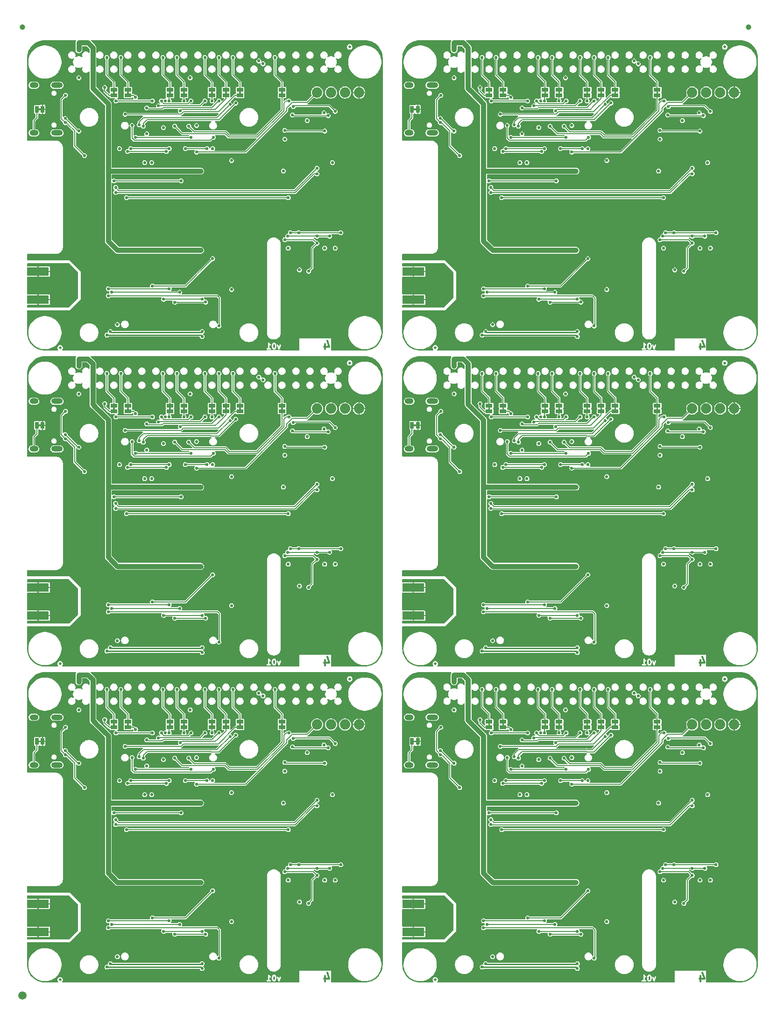
<source format=gbl>
%TF.GenerationSoftware,KiCad,Pcbnew,8.0.7*%
%TF.CreationDate,2025-01-21T13:01:44+00:00*%
%TF.ProjectId,SparkFun_GNSS_HAT+_panelized,53706172-6b46-4756-9e5f-474e53535f48,v10*%
%TF.SameCoordinates,Original*%
%TF.FileFunction,Copper,L4,Bot*%
%TF.FilePolarity,Positive*%
%FSLAX46Y46*%
G04 Gerber Fmt 4.6, Leading zero omitted, Abs format (unit mm)*
G04 Created by KiCad (PCBNEW 8.0.7) date 2025-01-21 13:01:44*
%MOMM*%
%LPD*%
G01*
G04 APERTURE LIST*
%ADD10C,0.300000*%
%TA.AperFunction,NonConductor*%
%ADD11C,0.300000*%
%TD*%
%ADD12C,0.254000*%
%TA.AperFunction,EtchedComponent*%
%ADD13C,0.000000*%
%TD*%
%TA.AperFunction,SMDPad,CuDef*%
%ADD14R,4.000000X1.500000*%
%TD*%
%TA.AperFunction,ComponentPad*%
%ADD15C,1.879600*%
%TD*%
%TA.AperFunction,ComponentPad*%
%ADD16O,1.600000X1.000000*%
%TD*%
%TA.AperFunction,ComponentPad*%
%ADD17O,2.100000X1.000000*%
%TD*%
%TA.AperFunction,SMDPad,CuDef*%
%ADD18R,1.270000X0.660400*%
%TD*%
%TA.AperFunction,SMDPad,CuDef*%
%ADD19C,0.500000*%
%TD*%
%TA.AperFunction,SMDPad,CuDef*%
%ADD20C,1.000000*%
%TD*%
%TA.AperFunction,SMDPad,CuDef*%
%ADD21R,0.660400X1.270000*%
%TD*%
%TA.AperFunction,SMDPad,CuDef*%
%ADD22C,1.500000*%
%TD*%
%TA.AperFunction,ViaPad*%
%ADD23C,0.560000*%
%TD*%
%TA.AperFunction,Conductor*%
%ADD24C,0.914400*%
%TD*%
%TA.AperFunction,Conductor*%
%ADD25C,0.177800*%
%TD*%
%TA.AperFunction,Conductor*%
%ADD26C,0.266700*%
%TD*%
G04 APERTURE END LIST*
D10*
D11*
X122364285Y1464672D02*
X122364285Y464672D01*
X122721427Y2036100D02*
X123078570Y964672D01*
X123078570Y964672D02*
X122149999Y964672D01*
D12*
G36*
X45124672Y58672433D02*
G01*
X45143911Y58653194D01*
X45176839Y58587338D01*
X45218047Y58422506D01*
X45218047Y58211869D01*
X45176839Y58047037D01*
X45143911Y57981181D01*
X45124673Y57961944D01*
X45073162Y57936188D01*
X45036360Y57936188D01*
X44984848Y57961944D01*
X44965611Y57981181D01*
X44932683Y58047037D01*
X44891475Y58211869D01*
X44891475Y58422506D01*
X44932683Y58587338D01*
X44965611Y58653194D01*
X44984850Y58672433D01*
X45036360Y58698188D01*
X45073162Y58698188D01*
X45124672Y58672433D01*
G37*
G36*
X46420159Y57555188D02*
G01*
X43545296Y57555188D01*
X43545296Y57833964D01*
X43672296Y57833964D01*
X43672296Y57784412D01*
X43691259Y57738631D01*
X43726299Y57703591D01*
X43772080Y57684628D01*
X43796856Y57682188D01*
X44377428Y57682188D01*
X44402204Y57684628D01*
X44447985Y57703591D01*
X44483025Y57738631D01*
X44501988Y57784412D01*
X44501988Y57833964D01*
X44483025Y57879745D01*
X44447985Y57914785D01*
X44402204Y57933748D01*
X44377428Y57936188D01*
X44214142Y57936188D01*
X44214142Y58475815D01*
X44223870Y58469691D01*
X44320632Y58421310D01*
X44343883Y58412412D01*
X44393312Y58408899D01*
X44440323Y58424570D01*
X44455969Y58438140D01*
X44637475Y58438140D01*
X44637475Y58196235D01*
X44637900Y58191914D01*
X44637625Y58190061D01*
X44638996Y58180789D01*
X44639915Y58171459D01*
X44640631Y58169729D01*
X44641267Y58165433D01*
X44689648Y57971909D01*
X44690300Y57970082D01*
X44690366Y57969166D01*
X44694308Y57958866D01*
X44698024Y57948464D01*
X44698571Y57947726D01*
X44699264Y57945915D01*
X44747645Y57849153D01*
X44754358Y57838489D01*
X44755641Y57835391D01*
X44758502Y57831905D01*
X44760907Y57828084D01*
X44763440Y57825887D01*
X44771434Y57816146D01*
X44819815Y57767765D01*
X44829558Y57759769D01*
X44831754Y57757238D01*
X44835570Y57754836D01*
X44839060Y57751972D01*
X44842157Y57750689D01*
X44852823Y57743975D01*
X44949585Y57695595D01*
X44972837Y57686698D01*
X44977387Y57686375D01*
X44981604Y57684628D01*
X45006380Y57682188D01*
X45103142Y57682188D01*
X45127918Y57684628D01*
X45132134Y57686375D01*
X45136686Y57686698D01*
X45159937Y57695595D01*
X45256699Y57743975D01*
X45267365Y57750690D01*
X45270462Y57751972D01*
X45273948Y57754834D01*
X45277769Y57757238D01*
X45279966Y57759772D01*
X45289707Y57767765D01*
X45338088Y57816146D01*
X45346081Y57825887D01*
X45348615Y57828084D01*
X45351019Y57831905D01*
X45353881Y57835391D01*
X45355163Y57838489D01*
X45361877Y57849153D01*
X45410258Y57945915D01*
X45410951Y57947728D01*
X45411498Y57948465D01*
X45415210Y57958858D01*
X45419156Y57969166D01*
X45419221Y57970082D01*
X45419874Y57971909D01*
X45468255Y58165433D01*
X45468890Y58169729D01*
X45469607Y58171459D01*
X45470525Y58180789D01*
X45471897Y58190061D01*
X45471621Y58191914D01*
X45472047Y58196235D01*
X45472047Y58438140D01*
X45471621Y58442462D01*
X45471897Y58444314D01*
X45470525Y58453587D01*
X45469607Y58462916D01*
X45468890Y58464647D01*
X45468400Y58467959D01*
X45558077Y58467959D01*
X45564112Y58443806D01*
X45806017Y57766474D01*
X45816648Y57743962D01*
X45820925Y57739238D01*
X45823655Y57733474D01*
X45837437Y57720998D01*
X45849904Y57707226D01*
X45855663Y57704498D01*
X45860391Y57700218D01*
X45877896Y57693967D01*
X45894688Y57686012D01*
X45901053Y57685696D01*
X45907056Y57683552D01*
X45925617Y57684475D01*
X45944179Y57683552D01*
X45950181Y57685696D01*
X45956548Y57686012D01*
X45973343Y57693968D01*
X45990845Y57700218D01*
X45995570Y57704497D01*
X46001332Y57707225D01*
X46013803Y57721003D01*
X46027581Y57733474D01*
X46030309Y57739236D01*
X46034588Y57743961D01*
X46045219Y57766473D01*
X46287124Y58443806D01*
X46293159Y58467959D01*
X46290699Y58517451D01*
X46269486Y58562235D01*
X46232750Y58595491D01*
X46186084Y58612157D01*
X46136593Y58609697D01*
X46091809Y58588483D01*
X46058553Y58551747D01*
X46047922Y58529235D01*
X45925618Y58186786D01*
X45803314Y58529236D01*
X45792683Y58551748D01*
X45759427Y58588484D01*
X45714643Y58609697D01*
X45665151Y58612157D01*
X45618486Y58595491D01*
X45581750Y58562235D01*
X45560537Y58517451D01*
X45558077Y58467959D01*
X45468400Y58467959D01*
X45468255Y58468942D01*
X45419874Y58662466D01*
X45419221Y58664294D01*
X45419156Y58665209D01*
X45415210Y58675518D01*
X45411498Y58685910D01*
X45410951Y58686648D01*
X45410258Y58688460D01*
X45361877Y58785222D01*
X45355163Y58795887D01*
X45353881Y58798984D01*
X45351019Y58802471D01*
X45348615Y58806291D01*
X45346081Y58808489D01*
X45338088Y58818229D01*
X45289707Y58866610D01*
X45279966Y58874604D01*
X45277769Y58877137D01*
X45273948Y58879542D01*
X45270462Y58882403D01*
X45267364Y58883686D01*
X45256700Y58890399D01*
X45159938Y58938780D01*
X45136687Y58947678D01*
X45132134Y58948002D01*
X45127918Y58949748D01*
X45103142Y58952188D01*
X45006380Y58952188D01*
X44981604Y58949748D01*
X44977387Y58948002D01*
X44972835Y58947678D01*
X44949584Y58938780D01*
X44852822Y58890399D01*
X44842157Y58883686D01*
X44839060Y58882403D01*
X44835573Y58879542D01*
X44831753Y58877137D01*
X44829555Y58874604D01*
X44819815Y58866610D01*
X44771434Y58818229D01*
X44763440Y58808489D01*
X44760907Y58806291D01*
X44758502Y58802471D01*
X44755641Y58798984D01*
X44754358Y58795887D01*
X44747645Y58785222D01*
X44699264Y58688460D01*
X44698571Y58686650D01*
X44698024Y58685911D01*
X44694308Y58675510D01*
X44690366Y58665209D01*
X44690300Y58664294D01*
X44689648Y58662466D01*
X44641267Y58468942D01*
X44640631Y58464647D01*
X44639915Y58462916D01*
X44638996Y58453587D01*
X44637625Y58444314D01*
X44637900Y58442462D01*
X44637475Y58438140D01*
X44455969Y58438140D01*
X44477758Y58457037D01*
X44499918Y58501357D01*
X44503431Y58550786D01*
X44487760Y58597797D01*
X44455293Y58635232D01*
X44434224Y58648494D01*
X44355896Y58687658D01*
X44282596Y58760959D01*
X44192812Y58895635D01*
X44192756Y58895703D01*
X44192739Y58895745D01*
X44192644Y58895840D01*
X44177039Y58914896D01*
X44166590Y58921894D01*
X44157699Y58930785D01*
X44146204Y58935547D01*
X44135866Y58942470D01*
X44123535Y58944937D01*
X44111918Y58949748D01*
X44099475Y58949748D01*
X44087274Y58952188D01*
X44074941Y58949748D01*
X44062366Y58949748D01*
X44050868Y58944986D01*
X44038663Y58942571D01*
X44028201Y58935597D01*
X44016585Y58930785D01*
X44007787Y58921987D01*
X43997434Y58915085D01*
X43990436Y58904637D01*
X43981545Y58895745D01*
X43976783Y58884251D01*
X43969860Y58873912D01*
X43967393Y58861582D01*
X43962582Y58849964D01*
X43960167Y58825449D01*
X43960142Y58825320D01*
X43960150Y58825277D01*
X43960142Y58825188D01*
X43960142Y57936188D01*
X43796856Y57936188D01*
X43772080Y57933748D01*
X43726299Y57914785D01*
X43691259Y57879745D01*
X43672296Y57833964D01*
X43545296Y57833964D01*
X43545296Y59079188D01*
X46420159Y59079188D01*
X46420159Y57555188D01*
G37*
D10*
D11*
X54324285Y115964672D02*
X54324285Y114964672D01*
X54681427Y116536100D02*
X55038570Y115464672D01*
X55038570Y115464672D02*
X54109999Y115464672D01*
D12*
G36*
X113164672Y115922433D02*
G01*
X113183911Y115903194D01*
X113216839Y115837338D01*
X113258047Y115672506D01*
X113258047Y115461869D01*
X113216839Y115297037D01*
X113183911Y115231181D01*
X113164673Y115211944D01*
X113113162Y115186188D01*
X113076360Y115186188D01*
X113024848Y115211944D01*
X113005611Y115231181D01*
X112972683Y115297037D01*
X112931475Y115461869D01*
X112931475Y115672506D01*
X112972683Y115837338D01*
X113005611Y115903194D01*
X113024850Y115922433D01*
X113076360Y115948188D01*
X113113162Y115948188D01*
X113164672Y115922433D01*
G37*
G36*
X114460159Y114805188D02*
G01*
X111585296Y114805188D01*
X111585296Y115083964D01*
X111712296Y115083964D01*
X111712296Y115034412D01*
X111731259Y114988631D01*
X111766299Y114953591D01*
X111812080Y114934628D01*
X111836856Y114932188D01*
X112417428Y114932188D01*
X112442204Y114934628D01*
X112487985Y114953591D01*
X112523025Y114988631D01*
X112541988Y115034412D01*
X112541988Y115083964D01*
X112523025Y115129745D01*
X112487985Y115164785D01*
X112442204Y115183748D01*
X112417428Y115186188D01*
X112254142Y115186188D01*
X112254142Y115725815D01*
X112263870Y115719691D01*
X112360632Y115671310D01*
X112383883Y115662412D01*
X112433312Y115658899D01*
X112480323Y115674570D01*
X112495969Y115688140D01*
X112677475Y115688140D01*
X112677475Y115446235D01*
X112677900Y115441914D01*
X112677625Y115440061D01*
X112678996Y115430789D01*
X112679915Y115421459D01*
X112680631Y115419729D01*
X112681267Y115415433D01*
X112729648Y115221909D01*
X112730300Y115220082D01*
X112730366Y115219166D01*
X112734308Y115208866D01*
X112738024Y115198464D01*
X112738571Y115197726D01*
X112739264Y115195915D01*
X112787645Y115099153D01*
X112794358Y115088489D01*
X112795641Y115085391D01*
X112798502Y115081905D01*
X112800907Y115078084D01*
X112803440Y115075887D01*
X112811434Y115066146D01*
X112859815Y115017765D01*
X112869558Y115009769D01*
X112871754Y115007238D01*
X112875570Y115004836D01*
X112879060Y115001972D01*
X112882157Y115000689D01*
X112892823Y114993975D01*
X112989585Y114945595D01*
X113012837Y114936698D01*
X113017387Y114936375D01*
X113021604Y114934628D01*
X113046380Y114932188D01*
X113143142Y114932188D01*
X113167918Y114934628D01*
X113172134Y114936375D01*
X113176686Y114936698D01*
X113199937Y114945595D01*
X113296699Y114993975D01*
X113307365Y115000690D01*
X113310462Y115001972D01*
X113313948Y115004834D01*
X113317769Y115007238D01*
X113319966Y115009772D01*
X113329707Y115017765D01*
X113378088Y115066146D01*
X113386081Y115075887D01*
X113388615Y115078084D01*
X113391019Y115081905D01*
X113393881Y115085391D01*
X113395163Y115088489D01*
X113401877Y115099153D01*
X113450258Y115195915D01*
X113450951Y115197728D01*
X113451498Y115198465D01*
X113455210Y115208858D01*
X113459156Y115219166D01*
X113459221Y115220082D01*
X113459874Y115221909D01*
X113508255Y115415433D01*
X113508890Y115419729D01*
X113509607Y115421459D01*
X113510525Y115430789D01*
X113511897Y115440061D01*
X113511621Y115441914D01*
X113512047Y115446235D01*
X113512047Y115688140D01*
X113511621Y115692462D01*
X113511897Y115694314D01*
X113510525Y115703587D01*
X113509607Y115712916D01*
X113508890Y115714647D01*
X113508400Y115717959D01*
X113598077Y115717959D01*
X113604112Y115693806D01*
X113846017Y115016474D01*
X113856648Y114993962D01*
X113860925Y114989238D01*
X113863655Y114983474D01*
X113877437Y114970998D01*
X113889904Y114957226D01*
X113895663Y114954498D01*
X113900391Y114950218D01*
X113917896Y114943967D01*
X113934688Y114936012D01*
X113941053Y114935696D01*
X113947056Y114933552D01*
X113965617Y114934475D01*
X113984179Y114933552D01*
X113990181Y114935696D01*
X113996548Y114936012D01*
X114013343Y114943968D01*
X114030845Y114950218D01*
X114035570Y114954497D01*
X114041332Y114957225D01*
X114053803Y114971003D01*
X114067581Y114983474D01*
X114070309Y114989236D01*
X114074588Y114993961D01*
X114085219Y115016473D01*
X114327124Y115693806D01*
X114333159Y115717959D01*
X114330699Y115767451D01*
X114309486Y115812235D01*
X114272750Y115845491D01*
X114226084Y115862157D01*
X114176593Y115859697D01*
X114131809Y115838483D01*
X114098553Y115801747D01*
X114087922Y115779235D01*
X113965618Y115436786D01*
X113843314Y115779236D01*
X113832683Y115801748D01*
X113799427Y115838484D01*
X113754643Y115859697D01*
X113705151Y115862157D01*
X113658486Y115845491D01*
X113621750Y115812235D01*
X113600537Y115767451D01*
X113598077Y115717959D01*
X113508400Y115717959D01*
X113508255Y115718942D01*
X113459874Y115912466D01*
X113459221Y115914294D01*
X113459156Y115915209D01*
X113455210Y115925518D01*
X113451498Y115935910D01*
X113450951Y115936648D01*
X113450258Y115938460D01*
X113401877Y116035222D01*
X113395163Y116045887D01*
X113393881Y116048984D01*
X113391019Y116052471D01*
X113388615Y116056291D01*
X113386081Y116058489D01*
X113378088Y116068229D01*
X113329707Y116116610D01*
X113319966Y116124604D01*
X113317769Y116127137D01*
X113313948Y116129542D01*
X113310462Y116132403D01*
X113307364Y116133686D01*
X113296700Y116140399D01*
X113199938Y116188780D01*
X113176687Y116197678D01*
X113172134Y116198002D01*
X113167918Y116199748D01*
X113143142Y116202188D01*
X113046380Y116202188D01*
X113021604Y116199748D01*
X113017387Y116198002D01*
X113012835Y116197678D01*
X112989584Y116188780D01*
X112892822Y116140399D01*
X112882157Y116133686D01*
X112879060Y116132403D01*
X112875573Y116129542D01*
X112871753Y116127137D01*
X112869555Y116124604D01*
X112859815Y116116610D01*
X112811434Y116068229D01*
X112803440Y116058489D01*
X112800907Y116056291D01*
X112798502Y116052471D01*
X112795641Y116048984D01*
X112794358Y116045887D01*
X112787645Y116035222D01*
X112739264Y115938460D01*
X112738571Y115936650D01*
X112738024Y115935911D01*
X112734308Y115925510D01*
X112730366Y115915209D01*
X112730300Y115914294D01*
X112729648Y115912466D01*
X112681267Y115718942D01*
X112680631Y115714647D01*
X112679915Y115712916D01*
X112678996Y115703587D01*
X112677625Y115694314D01*
X112677900Y115692462D01*
X112677475Y115688140D01*
X112495969Y115688140D01*
X112517758Y115707037D01*
X112539918Y115751357D01*
X112543431Y115800786D01*
X112527760Y115847797D01*
X112495293Y115885232D01*
X112474224Y115898494D01*
X112395896Y115937658D01*
X112322596Y116010959D01*
X112232812Y116145635D01*
X112232756Y116145703D01*
X112232739Y116145745D01*
X112232644Y116145840D01*
X112217039Y116164896D01*
X112206590Y116171894D01*
X112197699Y116180785D01*
X112186204Y116185547D01*
X112175866Y116192470D01*
X112163535Y116194937D01*
X112151918Y116199748D01*
X112139475Y116199748D01*
X112127274Y116202188D01*
X112114941Y116199748D01*
X112102366Y116199748D01*
X112090868Y116194986D01*
X112078663Y116192571D01*
X112068201Y116185597D01*
X112056585Y116180785D01*
X112047787Y116171987D01*
X112037434Y116165085D01*
X112030436Y116154637D01*
X112021545Y116145745D01*
X112016783Y116134251D01*
X112009860Y116123912D01*
X112007393Y116111582D01*
X112002582Y116099964D01*
X112000167Y116075449D01*
X112000142Y116075320D01*
X112000150Y116075277D01*
X112000142Y116075188D01*
X112000142Y115186188D01*
X111836856Y115186188D01*
X111812080Y115183748D01*
X111766299Y115164785D01*
X111731259Y115129745D01*
X111712296Y115083964D01*
X111585296Y115083964D01*
X111585296Y116329188D01*
X114460159Y116329188D01*
X114460159Y114805188D01*
G37*
G36*
X45124672Y1422433D02*
G01*
X45143911Y1403194D01*
X45176839Y1337338D01*
X45218047Y1172506D01*
X45218047Y961869D01*
X45176839Y797037D01*
X45143911Y731181D01*
X45124673Y711944D01*
X45073162Y686188D01*
X45036360Y686188D01*
X44984848Y711944D01*
X44965611Y731181D01*
X44932683Y797037D01*
X44891475Y961869D01*
X44891475Y1172506D01*
X44932683Y1337338D01*
X44965611Y1403194D01*
X44984850Y1422433D01*
X45036360Y1448188D01*
X45073162Y1448188D01*
X45124672Y1422433D01*
G37*
G36*
X46420159Y305188D02*
G01*
X43545296Y305188D01*
X43545296Y583964D01*
X43672296Y583964D01*
X43672296Y534412D01*
X43691259Y488631D01*
X43726299Y453591D01*
X43772080Y434628D01*
X43796856Y432188D01*
X44377428Y432188D01*
X44402204Y434628D01*
X44447985Y453591D01*
X44483025Y488631D01*
X44501988Y534412D01*
X44501988Y583964D01*
X44483025Y629745D01*
X44447985Y664785D01*
X44402204Y683748D01*
X44377428Y686188D01*
X44214142Y686188D01*
X44214142Y1225815D01*
X44223870Y1219691D01*
X44320632Y1171310D01*
X44343883Y1162412D01*
X44393312Y1158899D01*
X44440323Y1174570D01*
X44455969Y1188140D01*
X44637475Y1188140D01*
X44637475Y946235D01*
X44637900Y941914D01*
X44637625Y940061D01*
X44638996Y930789D01*
X44639915Y921459D01*
X44640631Y919729D01*
X44641267Y915433D01*
X44689648Y721909D01*
X44690300Y720082D01*
X44690366Y719166D01*
X44694308Y708866D01*
X44698024Y698464D01*
X44698571Y697726D01*
X44699264Y695915D01*
X44747645Y599153D01*
X44754358Y588489D01*
X44755641Y585391D01*
X44758502Y581905D01*
X44760907Y578084D01*
X44763440Y575887D01*
X44771434Y566146D01*
X44819815Y517765D01*
X44829558Y509769D01*
X44831754Y507238D01*
X44835570Y504836D01*
X44839060Y501972D01*
X44842157Y500689D01*
X44852823Y493975D01*
X44949585Y445595D01*
X44972837Y436698D01*
X44977387Y436375D01*
X44981604Y434628D01*
X45006380Y432188D01*
X45103142Y432188D01*
X45127918Y434628D01*
X45132134Y436375D01*
X45136686Y436698D01*
X45159937Y445595D01*
X45256699Y493975D01*
X45267365Y500690D01*
X45270462Y501972D01*
X45273948Y504834D01*
X45277769Y507238D01*
X45279966Y509772D01*
X45289707Y517765D01*
X45338088Y566146D01*
X45346081Y575887D01*
X45348615Y578084D01*
X45351019Y581905D01*
X45353881Y585391D01*
X45355163Y588489D01*
X45361877Y599153D01*
X45410258Y695915D01*
X45410951Y697728D01*
X45411498Y698465D01*
X45415210Y708858D01*
X45419156Y719166D01*
X45419221Y720082D01*
X45419874Y721909D01*
X45468255Y915433D01*
X45468890Y919729D01*
X45469607Y921459D01*
X45470525Y930789D01*
X45471897Y940061D01*
X45471621Y941914D01*
X45472047Y946235D01*
X45472047Y1188140D01*
X45471621Y1192462D01*
X45471897Y1194314D01*
X45470525Y1203587D01*
X45469607Y1212916D01*
X45468890Y1214647D01*
X45468400Y1217959D01*
X45558077Y1217959D01*
X45564112Y1193806D01*
X45806017Y516474D01*
X45816648Y493962D01*
X45820925Y489238D01*
X45823655Y483474D01*
X45837437Y470998D01*
X45849904Y457226D01*
X45855663Y454498D01*
X45860391Y450218D01*
X45877896Y443967D01*
X45894688Y436012D01*
X45901053Y435696D01*
X45907056Y433552D01*
X45925617Y434475D01*
X45944179Y433552D01*
X45950181Y435696D01*
X45956548Y436012D01*
X45973343Y443968D01*
X45990845Y450218D01*
X45995570Y454497D01*
X46001332Y457225D01*
X46013803Y471003D01*
X46027581Y483474D01*
X46030309Y489236D01*
X46034588Y493961D01*
X46045219Y516473D01*
X46287124Y1193806D01*
X46293159Y1217959D01*
X46290699Y1267451D01*
X46269486Y1312235D01*
X46232750Y1345491D01*
X46186084Y1362157D01*
X46136593Y1359697D01*
X46091809Y1338483D01*
X46058553Y1301747D01*
X46047922Y1279235D01*
X45925618Y936786D01*
X45803314Y1279236D01*
X45792683Y1301748D01*
X45759427Y1338484D01*
X45714643Y1359697D01*
X45665151Y1362157D01*
X45618486Y1345491D01*
X45581750Y1312235D01*
X45560537Y1267451D01*
X45558077Y1217959D01*
X45468400Y1217959D01*
X45468255Y1218942D01*
X45419874Y1412466D01*
X45419221Y1414294D01*
X45419156Y1415209D01*
X45415210Y1425518D01*
X45411498Y1435910D01*
X45410951Y1436648D01*
X45410258Y1438460D01*
X45361877Y1535222D01*
X45355163Y1545887D01*
X45353881Y1548984D01*
X45351019Y1552471D01*
X45348615Y1556291D01*
X45346081Y1558489D01*
X45338088Y1568229D01*
X45289707Y1616610D01*
X45279966Y1624604D01*
X45277769Y1627137D01*
X45273948Y1629542D01*
X45270462Y1632403D01*
X45267364Y1633686D01*
X45256700Y1640399D01*
X45159938Y1688780D01*
X45136687Y1697678D01*
X45132134Y1698002D01*
X45127918Y1699748D01*
X45103142Y1702188D01*
X45006380Y1702188D01*
X44981604Y1699748D01*
X44977387Y1698002D01*
X44972835Y1697678D01*
X44949584Y1688780D01*
X44852822Y1640399D01*
X44842157Y1633686D01*
X44839060Y1632403D01*
X44835573Y1629542D01*
X44831753Y1627137D01*
X44829555Y1624604D01*
X44819815Y1616610D01*
X44771434Y1568229D01*
X44763440Y1558489D01*
X44760907Y1556291D01*
X44758502Y1552471D01*
X44755641Y1548984D01*
X44754358Y1545887D01*
X44747645Y1535222D01*
X44699264Y1438460D01*
X44698571Y1436650D01*
X44698024Y1435911D01*
X44694308Y1425510D01*
X44690366Y1415209D01*
X44690300Y1414294D01*
X44689648Y1412466D01*
X44641267Y1218942D01*
X44640631Y1214647D01*
X44639915Y1212916D01*
X44638996Y1203587D01*
X44637625Y1194314D01*
X44637900Y1192462D01*
X44637475Y1188140D01*
X44455969Y1188140D01*
X44477758Y1207037D01*
X44499918Y1251357D01*
X44503431Y1300786D01*
X44487760Y1347797D01*
X44455293Y1385232D01*
X44434224Y1398494D01*
X44355896Y1437658D01*
X44282596Y1510959D01*
X44192812Y1645635D01*
X44192756Y1645703D01*
X44192739Y1645745D01*
X44192644Y1645840D01*
X44177039Y1664896D01*
X44166590Y1671894D01*
X44157699Y1680785D01*
X44146204Y1685547D01*
X44135866Y1692470D01*
X44123535Y1694937D01*
X44111918Y1699748D01*
X44099475Y1699748D01*
X44087274Y1702188D01*
X44074941Y1699748D01*
X44062366Y1699748D01*
X44050868Y1694986D01*
X44038663Y1692571D01*
X44028201Y1685597D01*
X44016585Y1680785D01*
X44007787Y1671987D01*
X43997434Y1665085D01*
X43990436Y1654637D01*
X43981545Y1645745D01*
X43976783Y1634251D01*
X43969860Y1623912D01*
X43967393Y1611582D01*
X43962582Y1599964D01*
X43960167Y1575449D01*
X43960142Y1575320D01*
X43960150Y1575277D01*
X43960142Y1575188D01*
X43960142Y686188D01*
X43796856Y686188D01*
X43772080Y683748D01*
X43726299Y664785D01*
X43691259Y629745D01*
X43672296Y583964D01*
X43545296Y583964D01*
X43545296Y1829188D01*
X46420159Y1829188D01*
X46420159Y305188D01*
G37*
D10*
D11*
X122364285Y115964672D02*
X122364285Y114964672D01*
X122721427Y116536100D02*
X123078570Y115464672D01*
X123078570Y115464672D02*
X122149999Y115464672D01*
D12*
G36*
X113164672Y58672433D02*
G01*
X113183911Y58653194D01*
X113216839Y58587338D01*
X113258047Y58422506D01*
X113258047Y58211869D01*
X113216839Y58047037D01*
X113183911Y57981181D01*
X113164673Y57961944D01*
X113113162Y57936188D01*
X113076360Y57936188D01*
X113024848Y57961944D01*
X113005611Y57981181D01*
X112972683Y58047037D01*
X112931475Y58211869D01*
X112931475Y58422506D01*
X112972683Y58587338D01*
X113005611Y58653194D01*
X113024850Y58672433D01*
X113076360Y58698188D01*
X113113162Y58698188D01*
X113164672Y58672433D01*
G37*
G36*
X114460159Y57555188D02*
G01*
X111585296Y57555188D01*
X111585296Y57833964D01*
X111712296Y57833964D01*
X111712296Y57784412D01*
X111731259Y57738631D01*
X111766299Y57703591D01*
X111812080Y57684628D01*
X111836856Y57682188D01*
X112417428Y57682188D01*
X112442204Y57684628D01*
X112487985Y57703591D01*
X112523025Y57738631D01*
X112541988Y57784412D01*
X112541988Y57833964D01*
X112523025Y57879745D01*
X112487985Y57914785D01*
X112442204Y57933748D01*
X112417428Y57936188D01*
X112254142Y57936188D01*
X112254142Y58475815D01*
X112263870Y58469691D01*
X112360632Y58421310D01*
X112383883Y58412412D01*
X112433312Y58408899D01*
X112480323Y58424570D01*
X112495969Y58438140D01*
X112677475Y58438140D01*
X112677475Y58196235D01*
X112677900Y58191914D01*
X112677625Y58190061D01*
X112678996Y58180789D01*
X112679915Y58171459D01*
X112680631Y58169729D01*
X112681267Y58165433D01*
X112729648Y57971909D01*
X112730300Y57970082D01*
X112730366Y57969166D01*
X112734308Y57958866D01*
X112738024Y57948464D01*
X112738571Y57947726D01*
X112739264Y57945915D01*
X112787645Y57849153D01*
X112794358Y57838489D01*
X112795641Y57835391D01*
X112798502Y57831905D01*
X112800907Y57828084D01*
X112803440Y57825887D01*
X112811434Y57816146D01*
X112859815Y57767765D01*
X112869558Y57759769D01*
X112871754Y57757238D01*
X112875570Y57754836D01*
X112879060Y57751972D01*
X112882157Y57750689D01*
X112892823Y57743975D01*
X112989585Y57695595D01*
X113012837Y57686698D01*
X113017387Y57686375D01*
X113021604Y57684628D01*
X113046380Y57682188D01*
X113143142Y57682188D01*
X113167918Y57684628D01*
X113172134Y57686375D01*
X113176686Y57686698D01*
X113199937Y57695595D01*
X113296699Y57743975D01*
X113307365Y57750690D01*
X113310462Y57751972D01*
X113313948Y57754834D01*
X113317769Y57757238D01*
X113319966Y57759772D01*
X113329707Y57767765D01*
X113378088Y57816146D01*
X113386081Y57825887D01*
X113388615Y57828084D01*
X113391019Y57831905D01*
X113393881Y57835391D01*
X113395163Y57838489D01*
X113401877Y57849153D01*
X113450258Y57945915D01*
X113450951Y57947728D01*
X113451498Y57948465D01*
X113455210Y57958858D01*
X113459156Y57969166D01*
X113459221Y57970082D01*
X113459874Y57971909D01*
X113508255Y58165433D01*
X113508890Y58169729D01*
X113509607Y58171459D01*
X113510525Y58180789D01*
X113511897Y58190061D01*
X113511621Y58191914D01*
X113512047Y58196235D01*
X113512047Y58438140D01*
X113511621Y58442462D01*
X113511897Y58444314D01*
X113510525Y58453587D01*
X113509607Y58462916D01*
X113508890Y58464647D01*
X113508400Y58467959D01*
X113598077Y58467959D01*
X113604112Y58443806D01*
X113846017Y57766474D01*
X113856648Y57743962D01*
X113860925Y57739238D01*
X113863655Y57733474D01*
X113877437Y57720998D01*
X113889904Y57707226D01*
X113895663Y57704498D01*
X113900391Y57700218D01*
X113917896Y57693967D01*
X113934688Y57686012D01*
X113941053Y57685696D01*
X113947056Y57683552D01*
X113965617Y57684475D01*
X113984179Y57683552D01*
X113990181Y57685696D01*
X113996548Y57686012D01*
X114013343Y57693968D01*
X114030845Y57700218D01*
X114035570Y57704497D01*
X114041332Y57707225D01*
X114053803Y57721003D01*
X114067581Y57733474D01*
X114070309Y57739236D01*
X114074588Y57743961D01*
X114085219Y57766473D01*
X114327124Y58443806D01*
X114333159Y58467959D01*
X114330699Y58517451D01*
X114309486Y58562235D01*
X114272750Y58595491D01*
X114226084Y58612157D01*
X114176593Y58609697D01*
X114131809Y58588483D01*
X114098553Y58551747D01*
X114087922Y58529235D01*
X113965618Y58186786D01*
X113843314Y58529236D01*
X113832683Y58551748D01*
X113799427Y58588484D01*
X113754643Y58609697D01*
X113705151Y58612157D01*
X113658486Y58595491D01*
X113621750Y58562235D01*
X113600537Y58517451D01*
X113598077Y58467959D01*
X113508400Y58467959D01*
X113508255Y58468942D01*
X113459874Y58662466D01*
X113459221Y58664294D01*
X113459156Y58665209D01*
X113455210Y58675518D01*
X113451498Y58685910D01*
X113450951Y58686648D01*
X113450258Y58688460D01*
X113401877Y58785222D01*
X113395163Y58795887D01*
X113393881Y58798984D01*
X113391019Y58802471D01*
X113388615Y58806291D01*
X113386081Y58808489D01*
X113378088Y58818229D01*
X113329707Y58866610D01*
X113319966Y58874604D01*
X113317769Y58877137D01*
X113313948Y58879542D01*
X113310462Y58882403D01*
X113307364Y58883686D01*
X113296700Y58890399D01*
X113199938Y58938780D01*
X113176687Y58947678D01*
X113172134Y58948002D01*
X113167918Y58949748D01*
X113143142Y58952188D01*
X113046380Y58952188D01*
X113021604Y58949748D01*
X113017387Y58948002D01*
X113012835Y58947678D01*
X112989584Y58938780D01*
X112892822Y58890399D01*
X112882157Y58883686D01*
X112879060Y58882403D01*
X112875573Y58879542D01*
X112871753Y58877137D01*
X112869555Y58874604D01*
X112859815Y58866610D01*
X112811434Y58818229D01*
X112803440Y58808489D01*
X112800907Y58806291D01*
X112798502Y58802471D01*
X112795641Y58798984D01*
X112794358Y58795887D01*
X112787645Y58785222D01*
X112739264Y58688460D01*
X112738571Y58686650D01*
X112738024Y58685911D01*
X112734308Y58675510D01*
X112730366Y58665209D01*
X112730300Y58664294D01*
X112729648Y58662466D01*
X112681267Y58468942D01*
X112680631Y58464647D01*
X112679915Y58462916D01*
X112678996Y58453587D01*
X112677625Y58444314D01*
X112677900Y58442462D01*
X112677475Y58438140D01*
X112495969Y58438140D01*
X112517758Y58457037D01*
X112539918Y58501357D01*
X112543431Y58550786D01*
X112527760Y58597797D01*
X112495293Y58635232D01*
X112474224Y58648494D01*
X112395896Y58687658D01*
X112322596Y58760959D01*
X112232812Y58895635D01*
X112232756Y58895703D01*
X112232739Y58895745D01*
X112232644Y58895840D01*
X112217039Y58914896D01*
X112206590Y58921894D01*
X112197699Y58930785D01*
X112186204Y58935547D01*
X112175866Y58942470D01*
X112163535Y58944937D01*
X112151918Y58949748D01*
X112139475Y58949748D01*
X112127274Y58952188D01*
X112114941Y58949748D01*
X112102366Y58949748D01*
X112090868Y58944986D01*
X112078663Y58942571D01*
X112068201Y58935597D01*
X112056585Y58930785D01*
X112047787Y58921987D01*
X112037434Y58915085D01*
X112030436Y58904637D01*
X112021545Y58895745D01*
X112016783Y58884251D01*
X112009860Y58873912D01*
X112007393Y58861582D01*
X112002582Y58849964D01*
X112000167Y58825449D01*
X112000142Y58825320D01*
X112000150Y58825277D01*
X112000142Y58825188D01*
X112000142Y57936188D01*
X111836856Y57936188D01*
X111812080Y57933748D01*
X111766299Y57914785D01*
X111731259Y57879745D01*
X111712296Y57833964D01*
X111585296Y57833964D01*
X111585296Y59079188D01*
X114460159Y59079188D01*
X114460159Y57555188D01*
G37*
G36*
X45124672Y115922433D02*
G01*
X45143911Y115903194D01*
X45176839Y115837338D01*
X45218047Y115672506D01*
X45218047Y115461869D01*
X45176839Y115297037D01*
X45143911Y115231181D01*
X45124673Y115211944D01*
X45073162Y115186188D01*
X45036360Y115186188D01*
X44984848Y115211944D01*
X44965611Y115231181D01*
X44932683Y115297037D01*
X44891475Y115461869D01*
X44891475Y115672506D01*
X44932683Y115837338D01*
X44965611Y115903194D01*
X44984850Y115922433D01*
X45036360Y115948188D01*
X45073162Y115948188D01*
X45124672Y115922433D01*
G37*
G36*
X46420159Y114805188D02*
G01*
X43545296Y114805188D01*
X43545296Y115083964D01*
X43672296Y115083964D01*
X43672296Y115034412D01*
X43691259Y114988631D01*
X43726299Y114953591D01*
X43772080Y114934628D01*
X43796856Y114932188D01*
X44377428Y114932188D01*
X44402204Y114934628D01*
X44447985Y114953591D01*
X44483025Y114988631D01*
X44501988Y115034412D01*
X44501988Y115083964D01*
X44483025Y115129745D01*
X44447985Y115164785D01*
X44402204Y115183748D01*
X44377428Y115186188D01*
X44214142Y115186188D01*
X44214142Y115725815D01*
X44223870Y115719691D01*
X44320632Y115671310D01*
X44343883Y115662412D01*
X44393312Y115658899D01*
X44440323Y115674570D01*
X44455969Y115688140D01*
X44637475Y115688140D01*
X44637475Y115446235D01*
X44637900Y115441914D01*
X44637625Y115440061D01*
X44638996Y115430789D01*
X44639915Y115421459D01*
X44640631Y115419729D01*
X44641267Y115415433D01*
X44689648Y115221909D01*
X44690300Y115220082D01*
X44690366Y115219166D01*
X44694308Y115208866D01*
X44698024Y115198464D01*
X44698571Y115197726D01*
X44699264Y115195915D01*
X44747645Y115099153D01*
X44754358Y115088489D01*
X44755641Y115085391D01*
X44758502Y115081905D01*
X44760907Y115078084D01*
X44763440Y115075887D01*
X44771434Y115066146D01*
X44819815Y115017765D01*
X44829558Y115009769D01*
X44831754Y115007238D01*
X44835570Y115004836D01*
X44839060Y115001972D01*
X44842157Y115000689D01*
X44852823Y114993975D01*
X44949585Y114945595D01*
X44972837Y114936698D01*
X44977387Y114936375D01*
X44981604Y114934628D01*
X45006380Y114932188D01*
X45103142Y114932188D01*
X45127918Y114934628D01*
X45132134Y114936375D01*
X45136686Y114936698D01*
X45159937Y114945595D01*
X45256699Y114993975D01*
X45267365Y115000690D01*
X45270462Y115001972D01*
X45273948Y115004834D01*
X45277769Y115007238D01*
X45279966Y115009772D01*
X45289707Y115017765D01*
X45338088Y115066146D01*
X45346081Y115075887D01*
X45348615Y115078084D01*
X45351019Y115081905D01*
X45353881Y115085391D01*
X45355163Y115088489D01*
X45361877Y115099153D01*
X45410258Y115195915D01*
X45410951Y115197728D01*
X45411498Y115198465D01*
X45415210Y115208858D01*
X45419156Y115219166D01*
X45419221Y115220082D01*
X45419874Y115221909D01*
X45468255Y115415433D01*
X45468890Y115419729D01*
X45469607Y115421459D01*
X45470525Y115430789D01*
X45471897Y115440061D01*
X45471621Y115441914D01*
X45472047Y115446235D01*
X45472047Y115688140D01*
X45471621Y115692462D01*
X45471897Y115694314D01*
X45470525Y115703587D01*
X45469607Y115712916D01*
X45468890Y115714647D01*
X45468400Y115717959D01*
X45558077Y115717959D01*
X45564112Y115693806D01*
X45806017Y115016474D01*
X45816648Y114993962D01*
X45820925Y114989238D01*
X45823655Y114983474D01*
X45837437Y114970998D01*
X45849904Y114957226D01*
X45855663Y114954498D01*
X45860391Y114950218D01*
X45877896Y114943967D01*
X45894688Y114936012D01*
X45901053Y114935696D01*
X45907056Y114933552D01*
X45925617Y114934475D01*
X45944179Y114933552D01*
X45950181Y114935696D01*
X45956548Y114936012D01*
X45973343Y114943968D01*
X45990845Y114950218D01*
X45995570Y114954497D01*
X46001332Y114957225D01*
X46013803Y114971003D01*
X46027581Y114983474D01*
X46030309Y114989236D01*
X46034588Y114993961D01*
X46045219Y115016473D01*
X46287124Y115693806D01*
X46293159Y115717959D01*
X46290699Y115767451D01*
X46269486Y115812235D01*
X46232750Y115845491D01*
X46186084Y115862157D01*
X46136593Y115859697D01*
X46091809Y115838483D01*
X46058553Y115801747D01*
X46047922Y115779235D01*
X45925618Y115436786D01*
X45803314Y115779236D01*
X45792683Y115801748D01*
X45759427Y115838484D01*
X45714643Y115859697D01*
X45665151Y115862157D01*
X45618486Y115845491D01*
X45581750Y115812235D01*
X45560537Y115767451D01*
X45558077Y115717959D01*
X45468400Y115717959D01*
X45468255Y115718942D01*
X45419874Y115912466D01*
X45419221Y115914294D01*
X45419156Y115915209D01*
X45415210Y115925518D01*
X45411498Y115935910D01*
X45410951Y115936648D01*
X45410258Y115938460D01*
X45361877Y116035222D01*
X45355163Y116045887D01*
X45353881Y116048984D01*
X45351019Y116052471D01*
X45348615Y116056291D01*
X45346081Y116058489D01*
X45338088Y116068229D01*
X45289707Y116116610D01*
X45279966Y116124604D01*
X45277769Y116127137D01*
X45273948Y116129542D01*
X45270462Y116132403D01*
X45267364Y116133686D01*
X45256700Y116140399D01*
X45159938Y116188780D01*
X45136687Y116197678D01*
X45132134Y116198002D01*
X45127918Y116199748D01*
X45103142Y116202188D01*
X45006380Y116202188D01*
X44981604Y116199748D01*
X44977387Y116198002D01*
X44972835Y116197678D01*
X44949584Y116188780D01*
X44852822Y116140399D01*
X44842157Y116133686D01*
X44839060Y116132403D01*
X44835573Y116129542D01*
X44831753Y116127137D01*
X44829555Y116124604D01*
X44819815Y116116610D01*
X44771434Y116068229D01*
X44763440Y116058489D01*
X44760907Y116056291D01*
X44758502Y116052471D01*
X44755641Y116048984D01*
X44754358Y116045887D01*
X44747645Y116035222D01*
X44699264Y115938460D01*
X44698571Y115936650D01*
X44698024Y115935911D01*
X44694308Y115925510D01*
X44690366Y115915209D01*
X44690300Y115914294D01*
X44689648Y115912466D01*
X44641267Y115718942D01*
X44640631Y115714647D01*
X44639915Y115712916D01*
X44638996Y115703587D01*
X44637625Y115694314D01*
X44637900Y115692462D01*
X44637475Y115688140D01*
X44455969Y115688140D01*
X44477758Y115707037D01*
X44499918Y115751357D01*
X44503431Y115800786D01*
X44487760Y115847797D01*
X44455293Y115885232D01*
X44434224Y115898494D01*
X44355896Y115937658D01*
X44282596Y116010959D01*
X44192812Y116145635D01*
X44192756Y116145703D01*
X44192739Y116145745D01*
X44192644Y116145840D01*
X44177039Y116164896D01*
X44166590Y116171894D01*
X44157699Y116180785D01*
X44146204Y116185547D01*
X44135866Y116192470D01*
X44123535Y116194937D01*
X44111918Y116199748D01*
X44099475Y116199748D01*
X44087274Y116202188D01*
X44074941Y116199748D01*
X44062366Y116199748D01*
X44050868Y116194986D01*
X44038663Y116192571D01*
X44028201Y116185597D01*
X44016585Y116180785D01*
X44007787Y116171987D01*
X43997434Y116165085D01*
X43990436Y116154637D01*
X43981545Y116145745D01*
X43976783Y116134251D01*
X43969860Y116123912D01*
X43967393Y116111582D01*
X43962582Y116099964D01*
X43960167Y116075449D01*
X43960142Y116075320D01*
X43960150Y116075277D01*
X43960142Y116075188D01*
X43960142Y115186188D01*
X43796856Y115186188D01*
X43772080Y115183748D01*
X43726299Y115164785D01*
X43691259Y115129745D01*
X43672296Y115083964D01*
X43545296Y115083964D01*
X43545296Y116329188D01*
X46420159Y116329188D01*
X46420159Y114805188D01*
G37*
G36*
X113164672Y1422433D02*
G01*
X113183911Y1403194D01*
X113216839Y1337338D01*
X113258047Y1172506D01*
X113258047Y961869D01*
X113216839Y797037D01*
X113183911Y731181D01*
X113164673Y711944D01*
X113113162Y686188D01*
X113076360Y686188D01*
X113024848Y711944D01*
X113005611Y731181D01*
X112972683Y797037D01*
X112931475Y961869D01*
X112931475Y1172506D01*
X112972683Y1337338D01*
X113005611Y1403194D01*
X113024850Y1422433D01*
X113076360Y1448188D01*
X113113162Y1448188D01*
X113164672Y1422433D01*
G37*
G36*
X114460159Y305188D02*
G01*
X111585296Y305188D01*
X111585296Y583964D01*
X111712296Y583964D01*
X111712296Y534412D01*
X111731259Y488631D01*
X111766299Y453591D01*
X111812080Y434628D01*
X111836856Y432188D01*
X112417428Y432188D01*
X112442204Y434628D01*
X112487985Y453591D01*
X112523025Y488631D01*
X112541988Y534412D01*
X112541988Y583964D01*
X112523025Y629745D01*
X112487985Y664785D01*
X112442204Y683748D01*
X112417428Y686188D01*
X112254142Y686188D01*
X112254142Y1225815D01*
X112263870Y1219691D01*
X112360632Y1171310D01*
X112383883Y1162412D01*
X112433312Y1158899D01*
X112480323Y1174570D01*
X112495969Y1188140D01*
X112677475Y1188140D01*
X112677475Y946235D01*
X112677900Y941914D01*
X112677625Y940061D01*
X112678996Y930789D01*
X112679915Y921459D01*
X112680631Y919729D01*
X112681267Y915433D01*
X112729648Y721909D01*
X112730300Y720082D01*
X112730366Y719166D01*
X112734308Y708866D01*
X112738024Y698464D01*
X112738571Y697726D01*
X112739264Y695915D01*
X112787645Y599153D01*
X112794358Y588489D01*
X112795641Y585391D01*
X112798502Y581905D01*
X112800907Y578084D01*
X112803440Y575887D01*
X112811434Y566146D01*
X112859815Y517765D01*
X112869558Y509769D01*
X112871754Y507238D01*
X112875570Y504836D01*
X112879060Y501972D01*
X112882157Y500689D01*
X112892823Y493975D01*
X112989585Y445595D01*
X113012837Y436698D01*
X113017387Y436375D01*
X113021604Y434628D01*
X113046380Y432188D01*
X113143142Y432188D01*
X113167918Y434628D01*
X113172134Y436375D01*
X113176686Y436698D01*
X113199937Y445595D01*
X113296699Y493975D01*
X113307365Y500690D01*
X113310462Y501972D01*
X113313948Y504834D01*
X113317769Y507238D01*
X113319966Y509772D01*
X113329707Y517765D01*
X113378088Y566146D01*
X113386081Y575887D01*
X113388615Y578084D01*
X113391019Y581905D01*
X113393881Y585391D01*
X113395163Y588489D01*
X113401877Y599153D01*
X113450258Y695915D01*
X113450951Y697728D01*
X113451498Y698465D01*
X113455210Y708858D01*
X113459156Y719166D01*
X113459221Y720082D01*
X113459874Y721909D01*
X113508255Y915433D01*
X113508890Y919729D01*
X113509607Y921459D01*
X113510525Y930789D01*
X113511897Y940061D01*
X113511621Y941914D01*
X113512047Y946235D01*
X113512047Y1188140D01*
X113511621Y1192462D01*
X113511897Y1194314D01*
X113510525Y1203587D01*
X113509607Y1212916D01*
X113508890Y1214647D01*
X113508400Y1217959D01*
X113598077Y1217959D01*
X113604112Y1193806D01*
X113846017Y516474D01*
X113856648Y493962D01*
X113860925Y489238D01*
X113863655Y483474D01*
X113877437Y470998D01*
X113889904Y457226D01*
X113895663Y454498D01*
X113900391Y450218D01*
X113917896Y443967D01*
X113934688Y436012D01*
X113941053Y435696D01*
X113947056Y433552D01*
X113965617Y434475D01*
X113984179Y433552D01*
X113990181Y435696D01*
X113996548Y436012D01*
X114013343Y443968D01*
X114030845Y450218D01*
X114035570Y454497D01*
X114041332Y457225D01*
X114053803Y471003D01*
X114067581Y483474D01*
X114070309Y489236D01*
X114074588Y493961D01*
X114085219Y516473D01*
X114327124Y1193806D01*
X114333159Y1217959D01*
X114330699Y1267451D01*
X114309486Y1312235D01*
X114272750Y1345491D01*
X114226084Y1362157D01*
X114176593Y1359697D01*
X114131809Y1338483D01*
X114098553Y1301747D01*
X114087922Y1279235D01*
X113965618Y936786D01*
X113843314Y1279236D01*
X113832683Y1301748D01*
X113799427Y1338484D01*
X113754643Y1359697D01*
X113705151Y1362157D01*
X113658486Y1345491D01*
X113621750Y1312235D01*
X113600537Y1267451D01*
X113598077Y1217959D01*
X113508400Y1217959D01*
X113508255Y1218942D01*
X113459874Y1412466D01*
X113459221Y1414294D01*
X113459156Y1415209D01*
X113455210Y1425518D01*
X113451498Y1435910D01*
X113450951Y1436648D01*
X113450258Y1438460D01*
X113401877Y1535222D01*
X113395163Y1545887D01*
X113393881Y1548984D01*
X113391019Y1552471D01*
X113388615Y1556291D01*
X113386081Y1558489D01*
X113378088Y1568229D01*
X113329707Y1616610D01*
X113319966Y1624604D01*
X113317769Y1627137D01*
X113313948Y1629542D01*
X113310462Y1632403D01*
X113307364Y1633686D01*
X113296700Y1640399D01*
X113199938Y1688780D01*
X113176687Y1697678D01*
X113172134Y1698002D01*
X113167918Y1699748D01*
X113143142Y1702188D01*
X113046380Y1702188D01*
X113021604Y1699748D01*
X113017387Y1698002D01*
X113012835Y1697678D01*
X112989584Y1688780D01*
X112892822Y1640399D01*
X112882157Y1633686D01*
X112879060Y1632403D01*
X112875573Y1629542D01*
X112871753Y1627137D01*
X112869555Y1624604D01*
X112859815Y1616610D01*
X112811434Y1568229D01*
X112803440Y1558489D01*
X112800907Y1556291D01*
X112798502Y1552471D01*
X112795641Y1548984D01*
X112794358Y1545887D01*
X112787645Y1535222D01*
X112739264Y1438460D01*
X112738571Y1436650D01*
X112738024Y1435911D01*
X112734308Y1425510D01*
X112730366Y1415209D01*
X112730300Y1414294D01*
X112729648Y1412466D01*
X112681267Y1218942D01*
X112680631Y1214647D01*
X112679915Y1212916D01*
X112678996Y1203587D01*
X112677625Y1194314D01*
X112677900Y1192462D01*
X112677475Y1188140D01*
X112495969Y1188140D01*
X112517758Y1207037D01*
X112539918Y1251357D01*
X112543431Y1300786D01*
X112527760Y1347797D01*
X112495293Y1385232D01*
X112474224Y1398494D01*
X112395896Y1437658D01*
X112322596Y1510959D01*
X112232812Y1645635D01*
X112232756Y1645703D01*
X112232739Y1645745D01*
X112232644Y1645840D01*
X112217039Y1664896D01*
X112206590Y1671894D01*
X112197699Y1680785D01*
X112186204Y1685547D01*
X112175866Y1692470D01*
X112163535Y1694937D01*
X112151918Y1699748D01*
X112139475Y1699748D01*
X112127274Y1702188D01*
X112114941Y1699748D01*
X112102366Y1699748D01*
X112090868Y1694986D01*
X112078663Y1692571D01*
X112068201Y1685597D01*
X112056585Y1680785D01*
X112047787Y1671987D01*
X112037434Y1665085D01*
X112030436Y1654637D01*
X112021545Y1645745D01*
X112016783Y1634251D01*
X112009860Y1623912D01*
X112007393Y1611582D01*
X112002582Y1599964D01*
X112000167Y1575449D01*
X112000142Y1575320D01*
X112000150Y1575277D01*
X112000142Y1575188D01*
X112000142Y686188D01*
X111836856Y686188D01*
X111812080Y683748D01*
X111766299Y664785D01*
X111731259Y629745D01*
X111712296Y583964D01*
X111585296Y583964D01*
X111585296Y1829188D01*
X114460159Y1829188D01*
X114460159Y305188D01*
G37*
D10*
D11*
X122364285Y58714672D02*
X122364285Y57714672D01*
X122721427Y59286100D02*
X123078570Y58214672D01*
X123078570Y58214672D02*
X122149999Y58214672D01*
D10*
D11*
X54324285Y58714672D02*
X54324285Y57714672D01*
X54681427Y59286100D02*
X55038570Y58214672D01*
X55038570Y58214672D02*
X54109999Y58214672D01*
D10*
D11*
X54324285Y1464672D02*
X54324285Y464672D01*
X54681427Y2036100D02*
X55038570Y964672D01*
X55038570Y964672D02*
X54109999Y964672D01*
D13*
%TA.AperFunction,EtchedComponent*%
%TO.C,JP5*%
G36*
X18692000Y103990000D02*
G01*
X18392000Y103990000D01*
X18392000Y104490000D01*
X18692000Y104490000D01*
X18692000Y103990000D01*
G37*
%TD.AperFunction*%
%TA.AperFunction,EtchedComponent*%
G36*
X86732000Y46740000D02*
G01*
X86432000Y46740000D01*
X86432000Y47240000D01*
X86732000Y47240000D01*
X86732000Y46740000D01*
G37*
%TD.AperFunction*%
%TA.AperFunction,EtchedComponent*%
G36*
X86732000Y103990000D02*
G01*
X86432000Y103990000D01*
X86432000Y104490000D01*
X86732000Y104490000D01*
X86732000Y103990000D01*
G37*
%TD.AperFunction*%
%TA.AperFunction,EtchedComponent*%
G36*
X18692000Y161240000D02*
G01*
X18392000Y161240000D01*
X18392000Y161740000D01*
X18692000Y161740000D01*
X18692000Y161240000D01*
G37*
%TD.AperFunction*%
%TA.AperFunction,EtchedComponent*%
G36*
X86732000Y161240000D02*
G01*
X86432000Y161240000D01*
X86432000Y161740000D01*
X86732000Y161740000D01*
X86732000Y161240000D01*
G37*
%TD.AperFunction*%
%TA.AperFunction,EtchedComponent*%
G36*
X18692000Y46740000D02*
G01*
X18392000Y46740000D01*
X18392000Y47240000D01*
X18692000Y47240000D01*
X18692000Y46740000D01*
G37*
%TD.AperFunction*%
%TA.AperFunction,EtchedComponent*%
%TO.C,JP4*%
G36*
X84192000Y103990000D02*
G01*
X83892000Y103990000D01*
X83892000Y104490000D01*
X84192000Y104490000D01*
X84192000Y103990000D01*
G37*
%TD.AperFunction*%
%TA.AperFunction,EtchedComponent*%
G36*
X16152000Y161240000D02*
G01*
X15852000Y161240000D01*
X15852000Y161740000D01*
X16152000Y161740000D01*
X16152000Y161240000D01*
G37*
%TD.AperFunction*%
%TA.AperFunction,EtchedComponent*%
G36*
X84192000Y161240000D02*
G01*
X83892000Y161240000D01*
X83892000Y161740000D01*
X84192000Y161740000D01*
X84192000Y161240000D01*
G37*
%TD.AperFunction*%
%TA.AperFunction,EtchedComponent*%
G36*
X16152000Y103990000D02*
G01*
X15852000Y103990000D01*
X15852000Y104490000D01*
X16152000Y104490000D01*
X16152000Y103990000D01*
G37*
%TD.AperFunction*%
%TA.AperFunction,EtchedComponent*%
G36*
X84192000Y46740000D02*
G01*
X83892000Y46740000D01*
X83892000Y47240000D01*
X84192000Y47240000D01*
X84192000Y46740000D01*
G37*
%TD.AperFunction*%
%TA.AperFunction,EtchedComponent*%
G36*
X16152000Y46740000D02*
G01*
X15852000Y46740000D01*
X15852000Y47240000D01*
X16152000Y47240000D01*
X16152000Y46740000D01*
G37*
%TD.AperFunction*%
%TA.AperFunction,EtchedComponent*%
%TO.C,JP9*%
G36*
X33932000Y161240000D02*
G01*
X33632000Y161240000D01*
X33632000Y161740000D01*
X33932000Y161740000D01*
X33932000Y161240000D01*
G37*
%TD.AperFunction*%
%TA.AperFunction,EtchedComponent*%
G36*
X33932000Y103990000D02*
G01*
X33632000Y103990000D01*
X33632000Y104490000D01*
X33932000Y104490000D01*
X33932000Y103990000D01*
G37*
%TD.AperFunction*%
%TA.AperFunction,EtchedComponent*%
G36*
X101972000Y46740000D02*
G01*
X101672000Y46740000D01*
X101672000Y47240000D01*
X101972000Y47240000D01*
X101972000Y46740000D01*
G37*
%TD.AperFunction*%
%TA.AperFunction,EtchedComponent*%
G36*
X101972000Y103990000D02*
G01*
X101672000Y103990000D01*
X101672000Y104490000D01*
X101972000Y104490000D01*
X101972000Y103990000D01*
G37*
%TD.AperFunction*%
%TA.AperFunction,EtchedComponent*%
G36*
X101972000Y161240000D02*
G01*
X101672000Y161240000D01*
X101672000Y161740000D01*
X101972000Y161740000D01*
X101972000Y161240000D01*
G37*
%TD.AperFunction*%
%TA.AperFunction,EtchedComponent*%
G36*
X33932000Y46740000D02*
G01*
X33632000Y46740000D01*
X33632000Y47240000D01*
X33932000Y47240000D01*
X33932000Y46740000D01*
G37*
%TD.AperFunction*%
%TA.AperFunction,EtchedComponent*%
%TO.C,JP7*%
G36*
X94352000Y46740000D02*
G01*
X94052000Y46740000D01*
X94052000Y47240000D01*
X94352000Y47240000D01*
X94352000Y46740000D01*
G37*
%TD.AperFunction*%
%TA.AperFunction,EtchedComponent*%
G36*
X26312000Y103990000D02*
G01*
X26012000Y103990000D01*
X26012000Y104490000D01*
X26312000Y104490000D01*
X26312000Y103990000D01*
G37*
%TD.AperFunction*%
%TA.AperFunction,EtchedComponent*%
G36*
X26312000Y161240000D02*
G01*
X26012000Y161240000D01*
X26012000Y161740000D01*
X26312000Y161740000D01*
X26312000Y161240000D01*
G37*
%TD.AperFunction*%
%TA.AperFunction,EtchedComponent*%
G36*
X94352000Y103990000D02*
G01*
X94052000Y103990000D01*
X94052000Y104490000D01*
X94352000Y104490000D01*
X94352000Y103990000D01*
G37*
%TD.AperFunction*%
%TA.AperFunction,EtchedComponent*%
G36*
X94352000Y161240000D02*
G01*
X94052000Y161240000D01*
X94052000Y161740000D01*
X94352000Y161740000D01*
X94352000Y161240000D01*
G37*
%TD.AperFunction*%
%TA.AperFunction,EtchedComponent*%
G36*
X26312000Y46740000D02*
G01*
X26012000Y46740000D01*
X26012000Y47240000D01*
X26312000Y47240000D01*
X26312000Y46740000D01*
G37*
%TD.AperFunction*%
%TA.AperFunction,EtchedComponent*%
%TO.C,JP18*%
G36*
X46632000Y103990000D02*
G01*
X46332000Y103990000D01*
X46332000Y104490000D01*
X46632000Y104490000D01*
X46632000Y103990000D01*
G37*
%TD.AperFunction*%
%TA.AperFunction,EtchedComponent*%
G36*
X114672000Y46740000D02*
G01*
X114372000Y46740000D01*
X114372000Y47240000D01*
X114672000Y47240000D01*
X114672000Y46740000D01*
G37*
%TD.AperFunction*%
%TA.AperFunction,EtchedComponent*%
G36*
X114672000Y161240000D02*
G01*
X114372000Y161240000D01*
X114372000Y161740000D01*
X114672000Y161740000D01*
X114672000Y161240000D01*
G37*
%TD.AperFunction*%
%TA.AperFunction,EtchedComponent*%
G36*
X46632000Y161240000D02*
G01*
X46332000Y161240000D01*
X46332000Y161740000D01*
X46632000Y161740000D01*
X46632000Y161240000D01*
G37*
%TD.AperFunction*%
%TA.AperFunction,EtchedComponent*%
G36*
X114672000Y103990000D02*
G01*
X114372000Y103990000D01*
X114372000Y104490000D01*
X114672000Y104490000D01*
X114672000Y103990000D01*
G37*
%TD.AperFunction*%
%TA.AperFunction,EtchedComponent*%
G36*
X46632000Y46740000D02*
G01*
X46332000Y46740000D01*
X46332000Y47240000D01*
X46632000Y47240000D01*
X46632000Y46740000D01*
G37*
%TD.AperFunction*%
%TA.AperFunction,EtchedComponent*%
%TO.C,JP3*%
G36*
X2790000Y43792000D02*
G01*
X2290000Y43792000D01*
X2290000Y44092000D01*
X2790000Y44092000D01*
X2790000Y43792000D01*
G37*
%TD.AperFunction*%
%TA.AperFunction,EtchedComponent*%
G36*
X2790000Y158292000D02*
G01*
X2290000Y158292000D01*
X2290000Y158592000D01*
X2790000Y158592000D01*
X2790000Y158292000D01*
G37*
%TD.AperFunction*%
%TA.AperFunction,EtchedComponent*%
G36*
X2790000Y101042000D02*
G01*
X2290000Y101042000D01*
X2290000Y101342000D01*
X2790000Y101342000D01*
X2790000Y101042000D01*
G37*
%TD.AperFunction*%
%TA.AperFunction,EtchedComponent*%
G36*
X70830000Y43792000D02*
G01*
X70330000Y43792000D01*
X70330000Y44092000D01*
X70830000Y44092000D01*
X70830000Y43792000D01*
G37*
%TD.AperFunction*%
%TA.AperFunction,EtchedComponent*%
G36*
X70830000Y101042000D02*
G01*
X70330000Y101042000D01*
X70330000Y101342000D01*
X70830000Y101342000D01*
X70830000Y101042000D01*
G37*
%TD.AperFunction*%
%TA.AperFunction,EtchedComponent*%
G36*
X70830000Y158292000D02*
G01*
X70330000Y158292000D01*
X70330000Y158592000D01*
X70830000Y158592000D01*
X70830000Y158292000D01*
G37*
%TD.AperFunction*%
%TA.AperFunction,EtchedComponent*%
%TO.C,JP8*%
G36*
X28852000Y46740000D02*
G01*
X28552000Y46740000D01*
X28552000Y47240000D01*
X28852000Y47240000D01*
X28852000Y46740000D01*
G37*
%TD.AperFunction*%
%TA.AperFunction,EtchedComponent*%
G36*
X96892000Y103990000D02*
G01*
X96592000Y103990000D01*
X96592000Y104490000D01*
X96892000Y104490000D01*
X96892000Y103990000D01*
G37*
%TD.AperFunction*%
%TA.AperFunction,EtchedComponent*%
G36*
X96892000Y46740000D02*
G01*
X96592000Y46740000D01*
X96592000Y47240000D01*
X96892000Y47240000D01*
X96892000Y46740000D01*
G37*
%TD.AperFunction*%
%TA.AperFunction,EtchedComponent*%
G36*
X28852000Y103990000D02*
G01*
X28552000Y103990000D01*
X28552000Y104490000D01*
X28852000Y104490000D01*
X28852000Y103990000D01*
G37*
%TD.AperFunction*%
%TA.AperFunction,EtchedComponent*%
G36*
X28852000Y161240000D02*
G01*
X28552000Y161240000D01*
X28552000Y161740000D01*
X28852000Y161740000D01*
X28852000Y161240000D01*
G37*
%TD.AperFunction*%
%TA.AperFunction,EtchedComponent*%
G36*
X96892000Y161240000D02*
G01*
X96592000Y161240000D01*
X96592000Y161740000D01*
X96892000Y161740000D01*
X96892000Y161240000D01*
G37*
%TD.AperFunction*%
%TA.AperFunction,EtchedComponent*%
%TO.C,JP13*%
G36*
X39012000Y46740000D02*
G01*
X38712000Y46740000D01*
X38712000Y47240000D01*
X39012000Y47240000D01*
X39012000Y46740000D01*
G37*
%TD.AperFunction*%
%TA.AperFunction,EtchedComponent*%
G36*
X39012000Y103990000D02*
G01*
X38712000Y103990000D01*
X38712000Y104490000D01*
X39012000Y104490000D01*
X39012000Y103990000D01*
G37*
%TD.AperFunction*%
%TA.AperFunction,EtchedComponent*%
G36*
X39012000Y161240000D02*
G01*
X38712000Y161240000D01*
X38712000Y161740000D01*
X39012000Y161740000D01*
X39012000Y161240000D01*
G37*
%TD.AperFunction*%
%TA.AperFunction,EtchedComponent*%
G36*
X107052000Y46740000D02*
G01*
X106752000Y46740000D01*
X106752000Y47240000D01*
X107052000Y47240000D01*
X107052000Y46740000D01*
G37*
%TD.AperFunction*%
%TA.AperFunction,EtchedComponent*%
G36*
X107052000Y161240000D02*
G01*
X106752000Y161240000D01*
X106752000Y161740000D01*
X107052000Y161740000D01*
X107052000Y161240000D01*
G37*
%TD.AperFunction*%
%TA.AperFunction,EtchedComponent*%
G36*
X107052000Y103990000D02*
G01*
X106752000Y103990000D01*
X106752000Y104490000D01*
X107052000Y104490000D01*
X107052000Y103990000D01*
G37*
%TD.AperFunction*%
%TA.AperFunction,EtchedComponent*%
%TO.C,JP14*%
G36*
X36472000Y46740000D02*
G01*
X36172000Y46740000D01*
X36172000Y47240000D01*
X36472000Y47240000D01*
X36472000Y46740000D01*
G37*
%TD.AperFunction*%
%TA.AperFunction,EtchedComponent*%
G36*
X104512000Y103990000D02*
G01*
X104212000Y103990000D01*
X104212000Y104490000D01*
X104512000Y104490000D01*
X104512000Y103990000D01*
G37*
%TD.AperFunction*%
%TA.AperFunction,EtchedComponent*%
G36*
X104512000Y46740000D02*
G01*
X104212000Y46740000D01*
X104212000Y47240000D01*
X104512000Y47240000D01*
X104512000Y46740000D01*
G37*
%TD.AperFunction*%
%TA.AperFunction,EtchedComponent*%
G36*
X36472000Y103990000D02*
G01*
X36172000Y103990000D01*
X36172000Y104490000D01*
X36472000Y104490000D01*
X36472000Y103990000D01*
G37*
%TD.AperFunction*%
%TA.AperFunction,EtchedComponent*%
G36*
X36472000Y161240000D02*
G01*
X36172000Y161240000D01*
X36172000Y161740000D01*
X36472000Y161740000D01*
X36472000Y161240000D01*
G37*
%TD.AperFunction*%
%TA.AperFunction,EtchedComponent*%
G36*
X104512000Y161240000D02*
G01*
X104212000Y161240000D01*
X104212000Y161740000D01*
X104512000Y161740000D01*
X104512000Y161240000D01*
G37*
%TD.AperFunction*%
%TD*%
D14*
%TO.P,J7,2,Ext*%
%TO.N,GND*%
X70294000Y123960000D03*
X70294000Y129040000D03*
%TD*%
%TO.P,J7,2,Ext*%
%TO.N,GND*%
X70294000Y66710000D03*
X70294000Y71790000D03*
%TD*%
%TO.P,J7,2,Ext*%
%TO.N,GND*%
X2254000Y66710000D03*
X2254000Y71790000D03*
%TD*%
%TO.P,J7,2,Ext*%
%TO.N,GND*%
X2254000Y123960000D03*
X2254000Y129040000D03*
%TD*%
%TO.P,J7,2,Ext*%
%TO.N,GND*%
X70294000Y9460000D03*
X70294000Y14540000D03*
%TD*%
%TO.P,J7,2,Ext*%
%TO.N,GND*%
X2254000Y9460000D03*
X2254000Y14540000D03*
%TD*%
D15*
%TO.P,RST.1,1,1*%
%TO.N,Net-(J4-Pin_2-Pad16)*%
X120872000Y104240000D03*
%TD*%
%TO.P,RST.1,1,1*%
%TO.N,Net-(J4-Pin_2-Pad16)*%
X52832000Y104240000D03*
%TD*%
%TO.P,RST.1,1,1*%
%TO.N,Net-(J4-Pin_2-Pad16)*%
X52832000Y161490000D03*
%TD*%
%TO.P,RST.1,1,1*%
%TO.N,Net-(J4-Pin_2-Pad16)*%
X120872000Y46990000D03*
%TD*%
%TO.P,RST.1,1,1*%
%TO.N,Net-(J4-Pin_2-Pad16)*%
X120872000Y161490000D03*
%TD*%
%TO.P,RST.1,1,1*%
%TO.N,Net-(J4-Pin_2-Pad16)*%
X52832000Y46990000D03*
%TD*%
%TO.P,GND.1,1,1*%
%TO.N,GND*%
X60452000Y161490000D03*
%TD*%
%TO.P,GND.1,1,1*%
%TO.N,GND*%
X60452000Y104240000D03*
%TD*%
%TO.P,GND.1,1,1*%
%TO.N,GND*%
X128492000Y161490000D03*
%TD*%
%TO.P,GND.1,1,1*%
%TO.N,GND*%
X128492000Y46990000D03*
%TD*%
%TO.P,GND.1,1,1*%
%TO.N,GND*%
X128492000Y104240000D03*
%TD*%
%TO.P,GND.1,1,1*%
%TO.N,GND*%
X60452000Y46990000D03*
%TD*%
%TO.P,WP.1,1,1*%
%TO.N,Net-(U1-WP)*%
X55372000Y161490000D03*
%TD*%
%TO.P,WP.1,1,1*%
%TO.N,Net-(U1-WP)*%
X123412000Y161490000D03*
%TD*%
%TO.P,WP.1,1,1*%
%TO.N,Net-(U1-WP)*%
X55372000Y104240000D03*
%TD*%
%TO.P,WP.1,1,1*%
%TO.N,Net-(U1-WP)*%
X123412000Y46990000D03*
%TD*%
%TO.P,WP.1,1,1*%
%TO.N,Net-(U1-WP)*%
X123412000Y104240000D03*
%TD*%
%TO.P,WP.1,1,1*%
%TO.N,Net-(U1-WP)*%
X55372000Y46990000D03*
%TD*%
%TO.P,3V3.1,1,1*%
%TO.N,3.3V*%
X125952000Y104240000D03*
%TD*%
%TO.P,3V3.1,1,1*%
%TO.N,3.3V*%
X57912000Y161490000D03*
%TD*%
%TO.P,3V3.1,1,1*%
%TO.N,3.3V*%
X125952000Y46990000D03*
%TD*%
%TO.P,3V3.1,1,1*%
%TO.N,3.3V*%
X57912000Y104240000D03*
%TD*%
%TO.P,3V3.1,1,1*%
%TO.N,3.3V*%
X125952000Y161490000D03*
%TD*%
%TO.P,3V3.1,1,1*%
%TO.N,3.3V*%
X57912000Y46990000D03*
%TD*%
D16*
%TO.P,J6,NC1,NC*%
%TO.N,unconnected-(J6-NC-PadNC1)*%
X1505000Y105568000D03*
D17*
%TO.P,J6,NC2,NC*%
%TO.N,unconnected-(J6-NC-PadNC2)*%
X5685000Y105568000D03*
%TO.P,J6,NC3,NC*%
%TO.N,unconnected-(J6-NC-PadNC3)*%
X5685000Y96932000D03*
D16*
%TO.P,J6,S,SHIELD*%
%TO.N,Net-(J6-SHIELD)*%
X1505000Y96932000D03*
%TD*%
%TO.P,J6,NC1,NC*%
%TO.N,unconnected-(J6-NC-PadNC1)*%
X69545000Y162818000D03*
D17*
%TO.P,J6,NC2,NC*%
%TO.N,unconnected-(J6-NC-PadNC2)*%
X73725000Y162818000D03*
%TO.P,J6,NC3,NC*%
%TO.N,unconnected-(J6-NC-PadNC3)*%
X73725000Y154182000D03*
D16*
%TO.P,J6,S,SHIELD*%
%TO.N,Net-(J6-SHIELD)*%
X69545000Y154182000D03*
%TD*%
%TO.P,J6,NC1,NC*%
%TO.N,unconnected-(J6-NC-PadNC1)*%
X1505000Y162818000D03*
D17*
%TO.P,J6,NC2,NC*%
%TO.N,unconnected-(J6-NC-PadNC2)*%
X5685000Y162818000D03*
%TO.P,J6,NC3,NC*%
%TO.N,unconnected-(J6-NC-PadNC3)*%
X5685000Y154182000D03*
D16*
%TO.P,J6,S,SHIELD*%
%TO.N,Net-(J6-SHIELD)*%
X1505000Y154182000D03*
%TD*%
%TO.P,J6,NC1,NC*%
%TO.N,unconnected-(J6-NC-PadNC1)*%
X69545000Y48318000D03*
D17*
%TO.P,J6,NC2,NC*%
%TO.N,unconnected-(J6-NC-PadNC2)*%
X73725000Y48318000D03*
%TO.P,J6,NC3,NC*%
%TO.N,unconnected-(J6-NC-PadNC3)*%
X73725000Y39682000D03*
D16*
%TO.P,J6,S,SHIELD*%
%TO.N,Net-(J6-SHIELD)*%
X69545000Y39682000D03*
%TD*%
%TO.P,J6,NC1,NC*%
%TO.N,unconnected-(J6-NC-PadNC1)*%
X69545000Y105568000D03*
D17*
%TO.P,J6,NC2,NC*%
%TO.N,unconnected-(J6-NC-PadNC2)*%
X73725000Y105568000D03*
%TO.P,J6,NC3,NC*%
%TO.N,unconnected-(J6-NC-PadNC3)*%
X73725000Y96932000D03*
D16*
%TO.P,J6,S,SHIELD*%
%TO.N,Net-(J6-SHIELD)*%
X69545000Y96932000D03*
%TD*%
%TO.P,J6,NC1,NC*%
%TO.N,unconnected-(J6-NC-PadNC1)*%
X1505000Y48318000D03*
D17*
%TO.P,J6,NC2,NC*%
%TO.N,unconnected-(J6-NC-PadNC2)*%
X5685000Y48318000D03*
%TO.P,J6,NC3,NC*%
%TO.N,unconnected-(J6-NC-PadNC3)*%
X5685000Y39682000D03*
D16*
%TO.P,J6,S,SHIELD*%
%TO.N,Net-(J6-SHIELD)*%
X1505000Y39682000D03*
%TD*%
D18*
%TO.P,JP5,1,A*%
%TO.N,TXD1*%
X18542000Y103719300D03*
%TO.P,JP5,2,B*%
%TO.N,Net-(J1-GPIO15{slash}RXD)*%
X18542000Y104760700D03*
%TD*%
%TO.P,JP5,1,A*%
%TO.N,TXD1*%
X86582000Y46469300D03*
%TO.P,JP5,2,B*%
%TO.N,Net-(J1-GPIO15{slash}RXD)*%
X86582000Y47510700D03*
%TD*%
%TO.P,JP5,1,A*%
%TO.N,TXD1*%
X86582000Y103719300D03*
%TO.P,JP5,2,B*%
%TO.N,Net-(J1-GPIO15{slash}RXD)*%
X86582000Y104760700D03*
%TD*%
%TO.P,JP5,1,A*%
%TO.N,TXD1*%
X18542000Y160969300D03*
%TO.P,JP5,2,B*%
%TO.N,Net-(J1-GPIO15{slash}RXD)*%
X18542000Y162010700D03*
%TD*%
%TO.P,JP5,1,A*%
%TO.N,TXD1*%
X86582000Y160969300D03*
%TO.P,JP5,2,B*%
%TO.N,Net-(J1-GPIO15{slash}RXD)*%
X86582000Y162010700D03*
%TD*%
%TO.P,JP5,1,A*%
%TO.N,TXD1*%
X18542000Y46469300D03*
%TO.P,JP5,2,B*%
%TO.N,Net-(J1-GPIO15{slash}RXD)*%
X18542000Y47510700D03*
%TD*%
%TO.P,JP4,1,A*%
%TO.N,RXD1*%
X84042000Y103719300D03*
%TO.P,JP4,2,B*%
%TO.N,Net-(J1-GPIO14{slash}TXD)*%
X84042000Y104760700D03*
%TD*%
%TO.P,JP4,1,A*%
%TO.N,RXD1*%
X16002000Y160969300D03*
%TO.P,JP4,2,B*%
%TO.N,Net-(J1-GPIO14{slash}TXD)*%
X16002000Y162010700D03*
%TD*%
%TO.P,JP4,1,A*%
%TO.N,RXD1*%
X84042000Y160969300D03*
%TO.P,JP4,2,B*%
%TO.N,Net-(J1-GPIO14{slash}TXD)*%
X84042000Y162010700D03*
%TD*%
%TO.P,JP4,1,A*%
%TO.N,RXD1*%
X16002000Y103719300D03*
%TO.P,JP4,2,B*%
%TO.N,Net-(J1-GPIO14{slash}TXD)*%
X16002000Y104760700D03*
%TD*%
%TO.P,JP4,1,A*%
%TO.N,RXD1*%
X84042000Y46469300D03*
%TO.P,JP4,2,B*%
%TO.N,Net-(J1-GPIO14{slash}TXD)*%
X84042000Y47510700D03*
%TD*%
%TO.P,JP4,1,A*%
%TO.N,RXD1*%
X16002000Y46469300D03*
%TO.P,JP4,2,B*%
%TO.N,Net-(J1-GPIO14{slash}TXD)*%
X16002000Y47510700D03*
%TD*%
D19*
%TO.P,FID3,*%
%TO.N,*%
X58750000Y112500000D03*
%TD*%
%TO.P,FID3,*%
%TO.N,*%
X126790000Y112500000D03*
%TD*%
%TO.P,FID3,*%
%TO.N,*%
X58750000Y169750000D03*
%TD*%
%TO.P,FID3,*%
%TO.N,*%
X126790000Y55250000D03*
%TD*%
%TO.P,FID3,*%
%TO.N,*%
X126790000Y169750000D03*
%TD*%
%TO.P,FID3,*%
%TO.N,*%
X58750000Y55250000D03*
%TD*%
D18*
%TO.P,JP9,1,A*%
%TO.N,EVENTB*%
X33782000Y160969300D03*
%TO.P,JP9,2,B*%
%TO.N,Net-(J1-GPIO25)*%
X33782000Y162010700D03*
%TD*%
%TO.P,JP9,1,A*%
%TO.N,EVENTB*%
X33782000Y103719300D03*
%TO.P,JP9,2,B*%
%TO.N,Net-(J1-GPIO25)*%
X33782000Y104760700D03*
%TD*%
%TO.P,JP9,1,A*%
%TO.N,EVENTB*%
X101822000Y46469300D03*
%TO.P,JP9,2,B*%
%TO.N,Net-(J1-GPIO25)*%
X101822000Y47510700D03*
%TD*%
%TO.P,JP9,1,A*%
%TO.N,EVENTB*%
X101822000Y103719300D03*
%TO.P,JP9,2,B*%
%TO.N,Net-(J1-GPIO25)*%
X101822000Y104760700D03*
%TD*%
%TO.P,JP9,1,A*%
%TO.N,EVENTB*%
X101822000Y160969300D03*
%TO.P,JP9,2,B*%
%TO.N,Net-(J1-GPIO25)*%
X101822000Y162010700D03*
%TD*%
%TO.P,JP9,1,A*%
%TO.N,EVENTB*%
X33782000Y46469300D03*
%TO.P,JP9,2,B*%
%TO.N,Net-(J1-GPIO25)*%
X33782000Y47510700D03*
%TD*%
D19*
%TO.P,FID2,*%
%TO.N,*%
X6250000Y115250000D03*
%TD*%
%TO.P,FID2,*%
%TO.N,*%
X6250000Y58000000D03*
%TD*%
%TO.P,FID2,*%
%TO.N,*%
X74290000Y58000000D03*
%TD*%
%TO.P,FID2,*%
%TO.N,*%
X74290000Y115250000D03*
%TD*%
%TO.P,FID2,*%
%TO.N,*%
X74290000Y750000D03*
%TD*%
%TO.P,FID2,*%
%TO.N,*%
X6250000Y750000D03*
%TD*%
D18*
%TO.P,JP7,1,A*%
%TO.N,PPS2*%
X94202000Y46469300D03*
%TO.P,JP7,2,B*%
%TO.N,Net-(J1-GPIO23)*%
X94202000Y47510700D03*
%TD*%
%TO.P,JP7,1,A*%
%TO.N,PPS2*%
X26162000Y103719300D03*
%TO.P,JP7,2,B*%
%TO.N,Net-(J1-GPIO23)*%
X26162000Y104760700D03*
%TD*%
%TO.P,JP7,1,A*%
%TO.N,PPS2*%
X26162000Y160969300D03*
%TO.P,JP7,2,B*%
%TO.N,Net-(J1-GPIO23)*%
X26162000Y162010700D03*
%TD*%
%TO.P,JP7,1,A*%
%TO.N,PPS2*%
X94202000Y103719300D03*
%TO.P,JP7,2,B*%
%TO.N,Net-(J1-GPIO23)*%
X94202000Y104760700D03*
%TD*%
%TO.P,JP7,1,A*%
%TO.N,PPS2*%
X94202000Y160969300D03*
%TO.P,JP7,2,B*%
%TO.N,Net-(J1-GPIO23)*%
X94202000Y162010700D03*
%TD*%
%TO.P,JP7,1,A*%
%TO.N,PPS2*%
X26162000Y46469300D03*
%TO.P,JP7,2,B*%
%TO.N,Net-(J1-GPIO23)*%
X26162000Y47510700D03*
%TD*%
%TO.P,JP18,1,A*%
%TO.N,Net-(J1-PWM0{slash}GPIO12)*%
X46482000Y104760700D03*
%TO.P,JP18,2,B*%
%TO.N,RXD4*%
X46482000Y103719300D03*
%TD*%
%TO.P,JP18,1,A*%
%TO.N,Net-(J1-PWM0{slash}GPIO12)*%
X114522000Y47510700D03*
%TO.P,JP18,2,B*%
%TO.N,RXD4*%
X114522000Y46469300D03*
%TD*%
%TO.P,JP18,1,A*%
%TO.N,Net-(J1-PWM0{slash}GPIO12)*%
X114522000Y162010700D03*
%TO.P,JP18,2,B*%
%TO.N,RXD4*%
X114522000Y160969300D03*
%TD*%
%TO.P,JP18,1,A*%
%TO.N,Net-(J1-PWM0{slash}GPIO12)*%
X46482000Y162010700D03*
%TO.P,JP18,2,B*%
%TO.N,RXD4*%
X46482000Y160969300D03*
%TD*%
%TO.P,JP18,1,A*%
%TO.N,Net-(J1-PWM0{slash}GPIO12)*%
X114522000Y104760700D03*
%TO.P,JP18,2,B*%
%TO.N,RXD4*%
X114522000Y103719300D03*
%TD*%
%TO.P,JP18,1,A*%
%TO.N,Net-(J1-PWM0{slash}GPIO12)*%
X46482000Y47510700D03*
%TO.P,JP18,2,B*%
%TO.N,RXD4*%
X46482000Y46469300D03*
%TD*%
D20*
%TO.P,,*%
%TO.N,*%
X-540000Y173337500D03*
%TD*%
D21*
%TO.P,JP3,1,A*%
%TO.N,GND*%
X3060700Y43942000D03*
%TO.P,JP3,2,B*%
%TO.N,Net-(J6-SHIELD)*%
X2019300Y43942000D03*
%TD*%
%TO.P,JP3,1,A*%
%TO.N,GND*%
X3060700Y158442000D03*
%TO.P,JP3,2,B*%
%TO.N,Net-(J6-SHIELD)*%
X2019300Y158442000D03*
%TD*%
%TO.P,JP3,1,A*%
%TO.N,GND*%
X3060700Y101192000D03*
%TO.P,JP3,2,B*%
%TO.N,Net-(J6-SHIELD)*%
X2019300Y101192000D03*
%TD*%
%TO.P,JP3,1,A*%
%TO.N,GND*%
X71100700Y43942000D03*
%TO.P,JP3,2,B*%
%TO.N,Net-(J6-SHIELD)*%
X70059300Y43942000D03*
%TD*%
%TO.P,JP3,1,A*%
%TO.N,GND*%
X71100700Y101192000D03*
%TO.P,JP3,2,B*%
%TO.N,Net-(J6-SHIELD)*%
X70059300Y101192000D03*
%TD*%
%TO.P,JP3,1,A*%
%TO.N,GND*%
X71100700Y158442000D03*
%TO.P,JP3,2,B*%
%TO.N,Net-(J6-SHIELD)*%
X70059300Y158442000D03*
%TD*%
D18*
%TO.P,JP8,1,A*%
%TO.N,EVENTA*%
X28702000Y46469300D03*
%TO.P,JP8,2,B*%
%TO.N,Net-(J1-GPIO24)*%
X28702000Y47510700D03*
%TD*%
%TO.P,JP8,1,A*%
%TO.N,EVENTA*%
X96742000Y103719300D03*
%TO.P,JP8,2,B*%
%TO.N,Net-(J1-GPIO24)*%
X96742000Y104760700D03*
%TD*%
%TO.P,JP8,1,A*%
%TO.N,EVENTA*%
X96742000Y46469300D03*
%TO.P,JP8,2,B*%
%TO.N,Net-(J1-GPIO24)*%
X96742000Y47510700D03*
%TD*%
%TO.P,JP8,1,A*%
%TO.N,EVENTA*%
X28702000Y103719300D03*
%TO.P,JP8,2,B*%
%TO.N,Net-(J1-GPIO24)*%
X28702000Y104760700D03*
%TD*%
%TO.P,JP8,1,A*%
%TO.N,EVENTA*%
X28702000Y160969300D03*
%TO.P,JP8,2,B*%
%TO.N,Net-(J1-GPIO24)*%
X28702000Y162010700D03*
%TD*%
%TO.P,JP8,1,A*%
%TO.N,EVENTA*%
X96742000Y160969300D03*
%TO.P,JP8,2,B*%
%TO.N,Net-(J1-GPIO24)*%
X96742000Y162010700D03*
%TD*%
%TO.P,JP13,1,A*%
%TO.N,Net-(J1-~{CE1}{slash}GPIO7)*%
X38862000Y47510700D03*
%TO.P,JP13,2,B*%
%TO.N,CTS3*%
X38862000Y46469300D03*
%TD*%
%TO.P,JP13,1,A*%
%TO.N,Net-(J1-~{CE1}{slash}GPIO7)*%
X38862000Y104760700D03*
%TO.P,JP13,2,B*%
%TO.N,CTS3*%
X38862000Y103719300D03*
%TD*%
%TO.P,JP13,1,A*%
%TO.N,Net-(J1-~{CE1}{slash}GPIO7)*%
X38862000Y162010700D03*
%TO.P,JP13,2,B*%
%TO.N,CTS3*%
X38862000Y160969300D03*
%TD*%
%TO.P,JP13,1,A*%
%TO.N,Net-(J1-~{CE1}{slash}GPIO7)*%
X106902000Y47510700D03*
%TO.P,JP13,2,B*%
%TO.N,CTS3*%
X106902000Y46469300D03*
%TD*%
%TO.P,JP13,1,A*%
%TO.N,Net-(J1-~{CE1}{slash}GPIO7)*%
X106902000Y162010700D03*
%TO.P,JP13,2,B*%
%TO.N,CTS3*%
X106902000Y160969300D03*
%TD*%
%TO.P,JP13,1,A*%
%TO.N,Net-(J1-~{CE1}{slash}GPIO7)*%
X106902000Y104760700D03*
%TO.P,JP13,2,B*%
%TO.N,CTS3*%
X106902000Y103719300D03*
%TD*%
%TO.P,JP14,1,A*%
%TO.N,Net-(J1-~{CE0}{slash}GPIO8)*%
X36322000Y47510700D03*
%TO.P,JP14,2,B*%
%TO.N,RXD2*%
X36322000Y46469300D03*
%TD*%
%TO.P,JP14,1,A*%
%TO.N,Net-(J1-~{CE0}{slash}GPIO8)*%
X104362000Y104760700D03*
%TO.P,JP14,2,B*%
%TO.N,RXD2*%
X104362000Y103719300D03*
%TD*%
%TO.P,JP14,1,A*%
%TO.N,Net-(J1-~{CE0}{slash}GPIO8)*%
X104362000Y47510700D03*
%TO.P,JP14,2,B*%
%TO.N,RXD2*%
X104362000Y46469300D03*
%TD*%
%TO.P,JP14,1,A*%
%TO.N,Net-(J1-~{CE0}{slash}GPIO8)*%
X36322000Y104760700D03*
%TO.P,JP14,2,B*%
%TO.N,RXD2*%
X36322000Y103719300D03*
%TD*%
%TO.P,JP14,1,A*%
%TO.N,Net-(J1-~{CE0}{slash}GPIO8)*%
X36322000Y162010700D03*
%TO.P,JP14,2,B*%
%TO.N,RXD2*%
X36322000Y160969300D03*
%TD*%
%TO.P,JP14,1,A*%
%TO.N,Net-(J1-~{CE0}{slash}GPIO8)*%
X104362000Y162010700D03*
%TO.P,JP14,2,B*%
%TO.N,RXD2*%
X104362000Y160969300D03*
%TD*%
D20*
%TO.P,,*%
%TO.N,*%
X131040000Y173337500D03*
%TD*%
D22*
%TO.P,,*%
%TO.N,*%
X-540000Y-2087500D03*
%TD*%
D23*
%TO.N,3.3V*%
X37338000Y125803000D03*
X123666000Y91540000D03*
X46990000Y38545000D03*
X124174000Y133296000D03*
X89630000Y91540000D03*
X124174000Y18796000D03*
X22860000Y148790000D03*
X105378000Y125803000D03*
X89630000Y34290000D03*
X122142000Y100557000D03*
X105378000Y149171000D03*
X16637000Y62203000D03*
X105378000Y11303000D03*
X37338000Y91921000D03*
X115030000Y38545000D03*
X16637000Y119453000D03*
X56134000Y76046000D03*
X17018000Y94080000D03*
X115030000Y95795000D03*
X114776000Y147266000D03*
X105378000Y34671000D03*
X37338000Y34671000D03*
X49657000Y14859000D03*
X105378000Y91921000D03*
X55626000Y91540000D03*
X46990000Y95795000D03*
X122142000Y157807000D03*
X115665000Y133296000D03*
X16637000Y4953000D03*
X54229000Y133296000D03*
X115030000Y153045000D03*
X117697000Y129359000D03*
X85058000Y94080000D03*
X21590000Y34290000D03*
X37338000Y149171000D03*
X84677000Y62203000D03*
X122269000Y76046000D03*
X17018000Y36830000D03*
X84677000Y119453000D03*
X37338000Y11303000D03*
X21590000Y91540000D03*
X114776000Y90016000D03*
X22860000Y34290000D03*
X54229000Y76046000D03*
X90900000Y148790000D03*
X90900000Y91540000D03*
X46990000Y153045000D03*
X117697000Y14859000D03*
X49657000Y129359000D03*
X117697000Y72109000D03*
X114776000Y32766000D03*
X54229000Y18796000D03*
X47625000Y18796000D03*
X47625000Y133296000D03*
X123666000Y148790000D03*
X54102000Y157807000D03*
X84677000Y4953000D03*
X90900000Y34290000D03*
X17018000Y151330000D03*
X49657000Y72109000D03*
X85058000Y151330000D03*
X55626000Y148790000D03*
X124174000Y76046000D03*
X21590000Y148790000D03*
X55626000Y34290000D03*
X122142000Y43307000D03*
X123666000Y34290000D03*
X115665000Y76046000D03*
X54102000Y43307000D03*
X122269000Y133296000D03*
X46736000Y147266000D03*
X46736000Y90016000D03*
X46736000Y32766000D03*
X56134000Y18796000D03*
X115665000Y18796000D03*
X47625000Y76046000D03*
X37338000Y68553000D03*
X56134000Y133296000D03*
X54102000Y100557000D03*
X122269000Y18796000D03*
X89630000Y148790000D03*
X85058000Y36830000D03*
X105378000Y68553000D03*
X22860000Y91540000D03*
%TO.N,GND*%
X11430000Y67410000D03*
X78708000Y145107000D03*
X87979000Y59282000D03*
X11430000Y80110000D03*
X87852000Y49022000D03*
X60071000Y156410000D03*
X75406000Y150060000D03*
X100044000Y157426000D03*
X11430000Y122120000D03*
X7000000Y123070000D03*
X90900000Y30099000D03*
X119094000Y98398000D03*
X75040000Y129070000D03*
X75279000Y104494000D03*
X77040000Y12070000D03*
X11430000Y7620000D03*
X113252000Y56007000D03*
X74040000Y123070000D03*
X50165000Y120215000D03*
X101949000Y63473000D03*
X128111000Y41910000D03*
X82772000Y56007000D03*
X75406000Y38100000D03*
X24892000Y111987000D03*
X60833000Y25400000D03*
X9652000Y25400000D03*
X12954000Y63346000D03*
X101949000Y120723000D03*
X79470000Y137360000D03*
X92932000Y54737000D03*
X50292000Y54737000D03*
X78708000Y30607000D03*
X7366000Y147520000D03*
X14732000Y54737000D03*
X77040000Y67820000D03*
X25146000Y148409000D03*
X13462000Y134820000D03*
X34036000Y157426000D03*
X30099000Y125930000D03*
X57912000Y163522000D03*
X82010000Y4572000D03*
X119094000Y41148000D03*
X57912000Y49022000D03*
X75406000Y90270000D03*
X128873000Y142440000D03*
X116046000Y70458000D03*
X52705000Y133296000D03*
X14351000Y64870000D03*
X80359000Y139646000D03*
X117697000Y133296000D03*
X5000000Y129070000D03*
X128873000Y27940000D03*
X75406000Y147520000D03*
X75279000Y161744000D03*
X13462000Y80110000D03*
X9000000Y12070000D03*
X12319000Y153362000D03*
X6000000Y72820000D03*
X80359000Y38862000D03*
X122396000Y150568000D03*
X81502000Y20320000D03*
X74040000Y8570000D03*
X118332000Y169237000D03*
X7366000Y35560000D03*
X83534000Y63727000D03*
X60833000Y85190000D03*
X79470000Y69950000D03*
X45212000Y113257000D03*
X4572000Y155013000D03*
X34036000Y42926000D03*
X51054000Y155648000D03*
X97250000Y87349000D03*
X33655000Y125930000D03*
X82772000Y54737000D03*
X100044000Y42926000D03*
X87852000Y50292000D03*
X9525000Y94842000D03*
X12446000Y30607000D03*
X76295000Y44450000D03*
X79470000Y80110000D03*
X73040000Y14570000D03*
X7000000Y71820000D03*
X118332000Y54737000D03*
X13462000Y124660000D03*
X75406000Y152600000D03*
X12319000Y139646000D03*
X77040000Y125070000D03*
X73040000Y9570000D03*
X9000000Y13570000D03*
X14732000Y116532000D03*
X6000000Y15570000D03*
X128873000Y22860000D03*
X24892000Y170507000D03*
X74040000Y65820000D03*
X83534000Y120977000D03*
X97250000Y144599000D03*
X117899885Y137054885D03*
X7366000Y152600000D03*
X128873000Y85190000D03*
X40132000Y49022000D03*
X116046000Y66013000D03*
X60071000Y99160000D03*
X79470000Y10160000D03*
X26035000Y33909000D03*
X49657000Y76046000D03*
X87852000Y163522000D03*
X75040000Y123070000D03*
X80359000Y103351000D03*
X72612000Y47498000D03*
X78962000Y81253000D03*
X81502000Y72490000D03*
X125952000Y106272000D03*
X5000000Y123070000D03*
X94075000Y33909000D03*
X74040000Y124070000D03*
X73040000Y15570000D03*
X94964000Y33909000D03*
X60833000Y27940000D03*
X75221250Y40767000D03*
X80359000Y160601000D03*
X87852000Y164792000D03*
X24892000Y54737000D03*
X11430000Y132280000D03*
X55626000Y35306000D03*
X128873000Y25400000D03*
X9000000Y126570000D03*
X128873000Y80110000D03*
X11430000Y127200000D03*
X7366000Y92810000D03*
X9525000Y93064000D03*
X8255000Y101700000D03*
X8000000Y14570000D03*
X76295000Y101700000D03*
X9000000Y128070000D03*
X13462000Y132280000D03*
X92932000Y170507000D03*
X118205000Y120215000D03*
X122396000Y93318000D03*
X8000000Y71820000D03*
X73040000Y71820000D03*
X76040000Y129070000D03*
X97250000Y130134300D03*
X12319000Y46101000D03*
X79470000Y122120000D03*
X100044000Y100176000D03*
X100552000Y54737000D03*
X81502000Y22860000D03*
X19812000Y107542000D03*
X32512000Y54737000D03*
X77040000Y128070000D03*
X52705000Y18796000D03*
X80359000Y96112000D03*
X9652000Y82650000D03*
X45212000Y170507000D03*
X4572000Y47498000D03*
X13462000Y20320000D03*
X7181250Y40767000D03*
X45212000Y56007000D03*
X22860000Y19558000D03*
X76930000Y145107000D03*
X10668000Y87857000D03*
X8890000Y30607000D03*
X7366000Y33020000D03*
X128111000Y153870000D03*
X4445000Y101446000D03*
X79978000Y27813000D03*
X117899885Y22554885D03*
X11430000Y69950000D03*
X9525000Y152092000D03*
X11430000Y15240000D03*
X4572000Y97763000D03*
X94964000Y148409000D03*
X80359000Y25146000D03*
X77565000Y93064000D03*
X98139000Y11430000D03*
X94964000Y91159000D03*
X7366000Y95350000D03*
X7181250Y98017000D03*
X74040000Y9570000D03*
X5000000Y65820000D03*
X50292000Y111987000D03*
X72612000Y40513000D03*
X33909000Y8001000D03*
X75406000Y35560000D03*
X11430000Y124660000D03*
X80359000Y46101000D03*
X125952000Y50292000D03*
X48006000Y8763000D03*
X45212000Y111987000D03*
X9000000Y67820000D03*
X57912000Y106272000D03*
X79470000Y132280000D03*
X60833000Y80110000D03*
X7366000Y150060000D03*
X77040000Y70820000D03*
X74040000Y71820000D03*
X93186000Y148409000D03*
X26924000Y144599000D03*
X29210000Y130134300D03*
X57912000Y107542000D03*
X77040000Y126570000D03*
X79470000Y7620000D03*
X119221000Y18796000D03*
X112617000Y21209000D03*
X55626000Y149806000D03*
X55880000Y127708000D03*
X113252000Y54737000D03*
X8000000Y124070000D03*
X75040000Y124070000D03*
X73040000Y8570000D03*
X128111000Y156410000D03*
X19939000Y61695000D03*
X108172000Y107542000D03*
X8890000Y145107000D03*
X128873000Y137360000D03*
X87979000Y61695000D03*
X12319000Y103351000D03*
X6000000Y130070000D03*
X9000000Y10570000D03*
X119094000Y155648000D03*
X94075000Y17399000D03*
X77438000Y27813000D03*
X125952000Y107542000D03*
X101695000Y11430000D03*
X26924000Y91159000D03*
X76040000Y71820000D03*
X73040000Y123070000D03*
X32512000Y113257000D03*
X79470000Y134820000D03*
X87852000Y106272000D03*
X78708000Y87857000D03*
X4572000Y161998000D03*
X7000000Y130070000D03*
X14351000Y7620000D03*
X94075000Y144599000D03*
X22860000Y144599000D03*
X82010000Y119072000D03*
X13970000Y119072000D03*
X93186000Y91159000D03*
X92932000Y169237000D03*
X14732000Y113257000D03*
X8000000Y66820000D03*
X34036000Y100176000D03*
X5000000Y9570000D03*
X26924000Y148409000D03*
X92678000Y30099000D03*
X26035000Y91159000D03*
X6000000Y129070000D03*
X75040000Y130070000D03*
X79470000Y22860000D03*
X50292000Y56007000D03*
X79470000Y20320000D03*
X55880000Y123263000D03*
X19812000Y49022000D03*
X72485000Y44196000D03*
X72612000Y161998000D03*
X90900000Y134058000D03*
X117697000Y18796000D03*
X5000000Y15570000D03*
X6000000Y14570000D03*
X116046000Y123263000D03*
X44577000Y78459000D03*
X10668000Y145107000D03*
X123666000Y92556000D03*
X118205000Y5715000D03*
X7366000Y90270000D03*
X33655000Y68680000D03*
X4572000Y40513000D03*
X24892000Y169237000D03*
X101695000Y125930000D03*
X79470000Y12700000D03*
X81502000Y132280000D03*
X12446000Y87857000D03*
X76040000Y66820000D03*
X18034000Y95604000D03*
X32004000Y157426000D03*
X19812000Y163522000D03*
X26035000Y131899000D03*
X92678000Y87349000D03*
X26924000Y33909000D03*
X80486000Y87857000D03*
X13462000Y22860000D03*
X108172000Y164792000D03*
X9000000Y70820000D03*
X79470000Y64870000D03*
X51181000Y18796000D03*
X24638000Y87349000D03*
X52705000Y76046000D03*
X9398000Y142313000D03*
X72485000Y158696000D03*
X82391000Y7620000D03*
X113252000Y169237000D03*
X9525000Y150314000D03*
X5000000Y124070000D03*
X73040000Y124070000D03*
X29210000Y30099000D03*
X117570000Y41148000D03*
X113252000Y113257000D03*
X60071000Y41910000D03*
X123920000Y123263000D03*
X123920000Y66013000D03*
X11430000Y64870000D03*
X81502000Y127200000D03*
X74040000Y14570000D03*
X76930000Y30607000D03*
X7239000Y47244000D03*
X117697000Y76046000D03*
X40132000Y163522000D03*
X26035000Y148409000D03*
X7366000Y38100000D03*
X90900000Y87349000D03*
X92932000Y56007000D03*
X55880000Y8763000D03*
X11938000Y142313000D03*
X33909000Y65251000D03*
X125952000Y49022000D03*
X50165000Y122882000D03*
X75040000Y9570000D03*
X30099000Y11430000D03*
X18034000Y152854000D03*
X49530000Y41148000D03*
X118332000Y113257000D03*
X87852000Y107542000D03*
X11430000Y77570000D03*
X12954000Y120596000D03*
X78962000Y138503000D03*
X57912000Y50292000D03*
X29210000Y72884300D03*
X48006000Y13208000D03*
X5000000Y72820000D03*
X26035000Y74649000D03*
X10668000Y30607000D03*
X15494000Y6477000D03*
X77692000Y25400000D03*
X128873000Y82650000D03*
X79978000Y85063000D03*
X75221250Y98017000D03*
X77040000Y10570000D03*
X13462000Y69950000D03*
X102076000Y42926000D03*
X51181000Y133296000D03*
X116046000Y8763000D03*
X22860000Y76808000D03*
X113252000Y170507000D03*
X13462000Y15240000D03*
X80994000Y6096000D03*
X75040000Y8570000D03*
X77565000Y35814000D03*
X75279000Y47244000D03*
X80994000Y63346000D03*
X81502000Y124660000D03*
X10922000Y81253000D03*
X80486000Y145107000D03*
X19939000Y59282000D03*
X45212000Y169237000D03*
X6000000Y65820000D03*
X11430000Y75030000D03*
X94964000Y30099000D03*
X13462000Y17780000D03*
X94964000Y144599000D03*
X73040000Y129070000D03*
X79470000Y17780000D03*
X29210000Y15634300D03*
X77040000Y69320000D03*
X32512000Y56007000D03*
X25146000Y91159000D03*
X82772000Y170507000D03*
X87979000Y2032000D03*
X79470000Y127200000D03*
X112617000Y78459000D03*
X83534000Y6477000D03*
X122396000Y36068000D03*
X76930000Y87857000D03*
X11430000Y129740000D03*
X76040000Y14570000D03*
X12446000Y145107000D03*
X72485000Y101446000D03*
X12954000Y6096000D03*
X32512000Y170507000D03*
X7181250Y155267000D03*
X24638000Y144599000D03*
X14732000Y2032000D03*
X79470000Y77570000D03*
X87979000Y118945000D03*
X94075000Y87349000D03*
X86074000Y39624000D03*
X19939000Y4445000D03*
X44577000Y135709000D03*
X15494000Y63727000D03*
X97250000Y30099000D03*
X48006000Y66013000D03*
X22860000Y30099000D03*
X125952000Y164792000D03*
X4572000Y104748000D03*
X49859885Y79804885D03*
X128111000Y96620000D03*
X82772000Y113257000D03*
X75040000Y14570000D03*
X32512000Y111987000D03*
X7000000Y14570000D03*
X57912000Y164792000D03*
X76295000Y158950000D03*
X19939000Y118945000D03*
X49657000Y133296000D03*
X13462000Y137360000D03*
X33909000Y120723000D03*
X22860000Y134058000D03*
X19812000Y106272000D03*
X116046000Y13208000D03*
X50165000Y8382000D03*
X9525000Y35814000D03*
X6000000Y124070000D03*
X98139000Y68680000D03*
X77438000Y142313000D03*
X9652000Y139900000D03*
X40132000Y164792000D03*
X80359000Y153362000D03*
X81502000Y77570000D03*
X82772000Y116532000D03*
X6000000Y71820000D03*
X18034000Y39624000D03*
X82772000Y2032000D03*
X117899885Y79804885D03*
X76040000Y9570000D03*
X80994000Y120596000D03*
X24892000Y113257000D03*
X94075000Y30099000D03*
X125952000Y163522000D03*
X87979000Y4445000D03*
X86074000Y154124000D03*
X75040000Y15570000D03*
X24638000Y30099000D03*
X29210000Y144599000D03*
X81502000Y129740000D03*
X30099000Y68680000D03*
X94075000Y74649000D03*
X48006000Y123263000D03*
X51054000Y41148000D03*
X4445000Y158696000D03*
X11430000Y17780000D03*
X81502000Y12700000D03*
X14732000Y170507000D03*
X74040000Y15570000D03*
X101949000Y6223000D03*
X4445000Y44196000D03*
X26035000Y87349000D03*
X118205000Y65632000D03*
X90900000Y19558000D03*
X13462000Y129740000D03*
X33909000Y63473000D03*
X51054000Y98398000D03*
X33909000Y122501000D03*
X75406000Y95350000D03*
X25146000Y33909000D03*
X97250000Y72884300D03*
X44577000Y21209000D03*
X123920000Y127708000D03*
X18034000Y96874000D03*
X5000000Y14570000D03*
X40132000Y50292000D03*
X113252000Y111987000D03*
X55880000Y13208000D03*
X6000000Y66820000D03*
X50292000Y113257000D03*
X108172000Y106272000D03*
X118205000Y62965000D03*
X11430000Y20320000D03*
X117570000Y155648000D03*
X8890000Y87857000D03*
X77565000Y37592000D03*
X75406000Y33020000D03*
X81502000Y80110000D03*
X74040000Y72820000D03*
X50165000Y65632000D03*
X60833000Y142440000D03*
X77565000Y150314000D03*
X9398000Y85063000D03*
X77692000Y82650000D03*
X55880000Y66013000D03*
X7239000Y161744000D03*
X14351000Y122120000D03*
X90900000Y76808000D03*
X75040000Y71820000D03*
X5000000Y8570000D03*
X5000000Y66820000D03*
X26924000Y87349000D03*
X50292000Y170507000D03*
X87979000Y116532000D03*
X32512000Y169237000D03*
X54356000Y93318000D03*
X79470000Y67410000D03*
X112617000Y135709000D03*
X123920000Y70458000D03*
X9398000Y27813000D03*
X77438000Y85063000D03*
X98139000Y125930000D03*
X60833000Y22860000D03*
X117570000Y98398000D03*
X90900000Y144599000D03*
X8255000Y44450000D03*
X33909000Y6223000D03*
X55880000Y70458000D03*
X60833000Y139900000D03*
X100552000Y56007000D03*
X79470000Y72490000D03*
X78962000Y24003000D03*
X128873000Y139900000D03*
X123920000Y13208000D03*
X94075000Y131899000D03*
X14732000Y169237000D03*
X119221000Y133296000D03*
X81502000Y10160000D03*
X81502000Y67410000D03*
X7000000Y124070000D03*
X100552000Y170507000D03*
X128111000Y39370000D03*
X82772000Y169237000D03*
X94964000Y87349000D03*
X92678000Y144599000D03*
X92932000Y113257000D03*
X116046000Y127708000D03*
X60071000Y96620000D03*
X74040000Y130070000D03*
X11938000Y27813000D03*
X94075000Y91159000D03*
X79470000Y124660000D03*
X60071000Y39370000D03*
X13462000Y75030000D03*
X50165000Y62965000D03*
X86074000Y38354000D03*
X100552000Y113257000D03*
X45212000Y54737000D03*
X81502000Y17780000D03*
X26035000Y144599000D03*
X94075000Y148409000D03*
X50292000Y169237000D03*
X7000000Y9570000D03*
X118205000Y122882000D03*
X123666000Y149806000D03*
X73040000Y130070000D03*
X12319000Y160601000D03*
X74040000Y66820000D03*
X73040000Y65820000D03*
X128111000Y99160000D03*
X8000000Y9570000D03*
X49530000Y98398000D03*
X73040000Y66820000D03*
X48006000Y70458000D03*
X79470000Y15240000D03*
X22860000Y87349000D03*
X9525000Y37592000D03*
X11430000Y12700000D03*
X82772000Y111987000D03*
X82772000Y59282000D03*
X101949000Y122501000D03*
X6000000Y8570000D03*
X101949000Y65251000D03*
X26035000Y17399000D03*
X11430000Y137360000D03*
X14732000Y59282000D03*
X49859885Y22554885D03*
X79978000Y142313000D03*
X86074000Y95604000D03*
X75040000Y66820000D03*
X81502000Y69950000D03*
X72612000Y104748000D03*
X108172000Y49022000D03*
X100552000Y169237000D03*
X54356000Y150568000D03*
X26924000Y30099000D03*
X75040000Y72820000D03*
X5000000Y130070000D03*
X7239000Y104494000D03*
X86074000Y152854000D03*
X32004000Y42926000D03*
X50165000Y5715000D03*
X13970000Y4572000D03*
X9000000Y69320000D03*
X19939000Y2032000D03*
X13462000Y12700000D03*
X51181000Y76046000D03*
X11938000Y85063000D03*
X54356000Y36068000D03*
X10922000Y138503000D03*
X14732000Y56007000D03*
X123920000Y8763000D03*
X11430000Y22860000D03*
X29210000Y87349000D03*
X82391000Y64870000D03*
X80359000Y82396000D03*
X97250000Y15634300D03*
X7000000Y129070000D03*
X79470000Y129740000D03*
X120745000Y76046000D03*
X72612000Y97763000D03*
X5000000Y71820000D03*
X7000000Y72820000D03*
X86074000Y96874000D03*
X18034000Y154124000D03*
X11430000Y10160000D03*
X118205000Y8382000D03*
X72612000Y155013000D03*
X13462000Y67410000D03*
X75040000Y65820000D03*
X120745000Y133296000D03*
X49859885Y137054885D03*
X123666000Y35306000D03*
X19939000Y116532000D03*
X77040000Y13570000D03*
X118332000Y170507000D03*
X11430000Y72490000D03*
X75221250Y155267000D03*
X81502000Y75030000D03*
X6000000Y123070000D03*
X102076000Y100176000D03*
X80486000Y30607000D03*
X13970000Y61822000D03*
X73040000Y72820000D03*
X100552000Y111987000D03*
X118332000Y56007000D03*
X7000000Y15570000D03*
X18034000Y38354000D03*
X40132000Y107542000D03*
X81502000Y134820000D03*
X13462000Y72490000D03*
X93186000Y33909000D03*
X77565000Y94842000D03*
X74040000Y129070000D03*
X12319000Y82396000D03*
X76040000Y124070000D03*
X75406000Y92810000D03*
X11430000Y134820000D03*
X79470000Y75030000D03*
X77565000Y152092000D03*
X81502000Y15240000D03*
X7000000Y65820000D03*
X13462000Y77570000D03*
X8255000Y158950000D03*
X8000000Y129070000D03*
X13462000Y10160000D03*
X14732000Y111987000D03*
X82391000Y122120000D03*
X120745000Y18796000D03*
X19812000Y164792000D03*
X49530000Y155648000D03*
X102076000Y157426000D03*
X82010000Y61822000D03*
X60833000Y137360000D03*
X101949000Y8001000D03*
X49657000Y18796000D03*
X108172000Y50292000D03*
X33655000Y11430000D03*
X101695000Y68680000D03*
X40132000Y106272000D03*
X92932000Y111987000D03*
X12319000Y96112000D03*
X119221000Y76046000D03*
X60071000Y153870000D03*
X7000000Y66820000D03*
X48006000Y127708000D03*
X24892000Y56007000D03*
X7000000Y8570000D03*
X12319000Y25146000D03*
X77692000Y139900000D03*
X60833000Y82650000D03*
X118332000Y111987000D03*
X9000000Y125070000D03*
X6000000Y9570000D03*
X32004000Y100176000D03*
X19812000Y50292000D03*
X26035000Y30099000D03*
X108172000Y163522000D03*
X13462000Y127200000D03*
X81502000Y137360000D03*
X12319000Y38862000D03*
X15494000Y120977000D03*
X10922000Y24003000D03*
X55626000Y92556000D03*
%TO.N,5V*%
X98520000Y90016000D03*
X9652000Y169237000D03*
X9652000Y54737000D03*
X99790000Y32766000D03*
X9652000Y170507000D03*
X98520000Y132915000D03*
X98520000Y18415000D03*
X30480000Y32766000D03*
X99790000Y18415000D03*
X31750000Y32766000D03*
X30480000Y147266000D03*
X31750000Y18415000D03*
X31750000Y75665000D03*
X77692000Y170507000D03*
X30480000Y90016000D03*
X99790000Y75665000D03*
X31750000Y90016000D03*
X98520000Y75665000D03*
X98520000Y147266000D03*
X9652000Y113257000D03*
X77692000Y54737000D03*
X99790000Y132915000D03*
X30480000Y132915000D03*
X77692000Y111987000D03*
X99790000Y147266000D03*
X99790000Y90016000D03*
X30480000Y75665000D03*
X77692000Y169237000D03*
X9652000Y111987000D03*
X31750000Y147266000D03*
X9652000Y56007000D03*
X98520000Y32766000D03*
X77692000Y113257000D03*
X77692000Y56007000D03*
X31750000Y132915000D03*
X30480000Y18415000D03*
%TO.N,SDA*%
X83026000Y11430000D03*
X120872000Y147774000D03*
X26035000Y68680000D03*
X14986000Y125930000D03*
X52832000Y33274000D03*
X83026000Y68680000D03*
X14986000Y11430000D03*
X14986000Y68680000D03*
X84359500Y87031500D03*
X83026000Y125930000D03*
X16319500Y29781500D03*
X26035000Y11430000D03*
X26035000Y125930000D03*
X16319500Y87031500D03*
X84359500Y144281500D03*
X120872000Y33274000D03*
X52832000Y147774000D03*
X84359500Y29781500D03*
X16319500Y144281500D03*
X94075000Y11430000D03*
X120872000Y90524000D03*
X52832000Y90524000D03*
X94075000Y125930000D03*
X94075000Y68680000D03*
%TO.N,Pi_3V3*%
X28194000Y145488000D03*
X16002000Y88238000D03*
X77692000Y106907000D03*
X29845000Y49657000D03*
X96234000Y30988000D03*
X96234000Y145488000D03*
X9652000Y49657000D03*
X29845000Y106907000D03*
X16002000Y30988000D03*
X28194000Y88238000D03*
X97885000Y164157000D03*
X84042000Y88238000D03*
X28194000Y30988000D03*
X97885000Y49657000D03*
X97885000Y106907000D03*
X29845000Y164157000D03*
X84042000Y145488000D03*
X77692000Y49657000D03*
X16002000Y145488000D03*
X96234000Y88238000D03*
X9652000Y106907000D03*
X84042000Y30988000D03*
X77692000Y164157000D03*
X9652000Y164157000D03*
%TO.N,ID_SC*%
X48387000Y100176000D03*
X111093000Y52197000D03*
X54864000Y157299000D03*
X122904000Y42799000D03*
X111093000Y109447000D03*
X116427000Y100176000D03*
X122904000Y157299000D03*
X48387000Y42926000D03*
X48387000Y157426000D03*
X116427000Y157426000D03*
X54864000Y42799000D03*
X43053000Y52197000D03*
X111093000Y166697000D03*
X116427000Y42926000D03*
X54864000Y100049000D03*
X122904000Y100049000D03*
X43053000Y166697000D03*
X43053000Y109447000D03*
%TO.N,TXD1*%
X87979000Y160601000D03*
X29972000Y38862000D03*
X87979000Y153362000D03*
X87979000Y46101000D03*
X87979000Y103351000D03*
X19939000Y160601000D03*
X87979000Y96112000D03*
X19939000Y103351000D03*
X29972000Y153362000D03*
X19939000Y38862000D03*
X19939000Y153362000D03*
X29972000Y96112000D03*
X98012000Y38862000D03*
X87979000Y38862000D03*
X19939000Y46101000D03*
X19939000Y96112000D03*
X98012000Y96112000D03*
X98012000Y153362000D03*
%TO.N,RXD1*%
X19304000Y98271000D03*
X34036000Y153362000D03*
X14351000Y105129000D03*
X82391000Y47879000D03*
X14351000Y47879000D03*
X102076000Y38862000D03*
X82391000Y162379000D03*
X87344000Y41021000D03*
X82391000Y105129000D03*
X19304000Y41021000D03*
X34036000Y38862000D03*
X102076000Y96112000D03*
X87344000Y155521000D03*
X19304000Y155521000D03*
X14351000Y162379000D03*
X87344000Y98271000D03*
X34036000Y96112000D03*
X102076000Y153362000D03*
%TO.N,SCL*%
X84359500Y143392500D03*
X16319500Y86142500D03*
X120872000Y32258000D03*
X15621000Y10795000D03*
X83661000Y68045000D03*
X120872000Y89508000D03*
X27940000Y125295000D03*
X95980000Y10795000D03*
X15621000Y68045000D03*
X16319500Y28892500D03*
X83661000Y10795000D03*
X16319500Y143392500D03*
X95980000Y125295000D03*
X52832000Y32258000D03*
X27940000Y68045000D03*
X120872000Y146758000D03*
X84359500Y86142500D03*
X84359500Y28892500D03*
X95980000Y68045000D03*
X27940000Y10795000D03*
X83661000Y125295000D03*
X52832000Y146758000D03*
X15621000Y125295000D03*
X52832000Y89508000D03*
%TO.N,ID_SD*%
X42291000Y167205000D03*
X42291000Y52705000D03*
X110331000Y109955000D03*
X110331000Y167205000D03*
X51054000Y99160000D03*
X51054000Y41910000D03*
X110331000Y52705000D03*
X119094000Y99160000D03*
X119094000Y41910000D03*
X51054000Y156410000D03*
X119094000Y156410000D03*
X42291000Y109955000D03*
%TO.N,VUSB*%
X7239000Y160982000D03*
X7239000Y103732000D03*
X83026000Y67410000D03*
X103092000Y61949000D03*
X14986000Y10160000D03*
X75279000Y46482000D03*
X103092000Y119199000D03*
X78708000Y150060000D03*
X103092000Y4699000D03*
X75221250Y41529000D03*
X75221250Y98779000D03*
X78708000Y35560000D03*
X14986000Y124660000D03*
X10668000Y35560000D03*
X35052000Y119199000D03*
X7181250Y41529000D03*
X78708000Y92810000D03*
X83026000Y124660000D03*
X35052000Y4699000D03*
X75221250Y156029000D03*
X14986000Y67410000D03*
X10668000Y92810000D03*
X7239000Y46482000D03*
X10668000Y150060000D03*
X75279000Y160982000D03*
X75279000Y103732000D03*
X7181250Y98779000D03*
X7181250Y156029000D03*
X83026000Y10160000D03*
X35052000Y61949000D03*
%TO.N,SD_CMD*%
X123158000Y135455000D03*
X120872000Y20955000D03*
X25019000Y124025000D03*
X100044000Y124025000D03*
X32004000Y66775000D03*
X55118000Y78205000D03*
X32004000Y9525000D03*
X115538000Y78205000D03*
X100044000Y9525000D03*
X93059000Y9525000D03*
X123158000Y78205000D03*
X47498000Y20955000D03*
X115538000Y20955000D03*
X120872000Y78205000D03*
X32004000Y124025000D03*
X120872000Y135455000D03*
X25019000Y66775000D03*
X93059000Y66775000D03*
X52832000Y135455000D03*
X55118000Y20955000D03*
X93059000Y124025000D03*
X25019000Y9525000D03*
X47498000Y135455000D03*
X115538000Y135455000D03*
X52832000Y78205000D03*
X47498000Y78205000D03*
X123158000Y20955000D03*
X55118000Y135455000D03*
X100044000Y66775000D03*
X52832000Y20955000D03*
%TO.N,D+*%
X100044000Y60044000D03*
X14732000Y3048000D03*
X100044000Y2794000D03*
X14732000Y60298000D03*
X100044000Y117294000D03*
X82772000Y60298000D03*
X82772000Y3048000D03*
X32004000Y60044000D03*
X82772000Y117548000D03*
X32004000Y2794000D03*
X32004000Y117294000D03*
X14732000Y117548000D03*
%TO.N,SD_CLK*%
X115030000Y20320000D03*
X51308000Y14605000D03*
X46990000Y77570000D03*
X46990000Y20320000D03*
X100679000Y9017000D03*
X95091000Y123503700D03*
X119348000Y71855000D03*
X27051000Y66253700D03*
X52832000Y76935000D03*
X95091000Y66253700D03*
X115030000Y77570000D03*
X95091000Y9003700D03*
X115030000Y134820000D03*
X100679000Y123517000D03*
X119348000Y14605000D03*
X27051000Y9003700D03*
X120872000Y134185000D03*
X100679000Y66267000D03*
X119348000Y129105000D03*
X27051000Y123503700D03*
X51308000Y71855000D03*
X32639000Y123517000D03*
X32639000Y9017000D03*
X52832000Y19685000D03*
X52832000Y134185000D03*
X120872000Y76935000D03*
X51308000Y129105000D03*
X32639000Y66267000D03*
X120872000Y19685000D03*
X46990000Y134820000D03*
%TO.N,SD_DAT3*%
X125190000Y78840000D03*
X48006000Y136090000D03*
X125190000Y136090000D03*
X48006000Y21590000D03*
X117570000Y78840000D03*
X49530000Y78840000D03*
X57150000Y136090000D03*
X116046000Y136090000D03*
X49530000Y136090000D03*
X116046000Y78840000D03*
X117570000Y136090000D03*
X125190000Y21590000D03*
X116046000Y21590000D03*
X117570000Y21590000D03*
X49530000Y21590000D03*
X57150000Y21590000D03*
X57150000Y78840000D03*
X48006000Y78840000D03*
%TO.N,D-*%
X100044000Y60933000D03*
X15367000Y60933000D03*
X83407000Y118183000D03*
X100044000Y3683000D03*
X100044000Y118183000D03*
X32004000Y118183000D03*
X83407000Y60933000D03*
X15367000Y3683000D03*
X32004000Y60933000D03*
X15367000Y118183000D03*
X83407000Y3683000D03*
X32004000Y3683000D03*
%TO.N,Net-(J1-GPIO15{slash}RXD)*%
X85312000Y110590000D03*
X17272000Y53340000D03*
X85312000Y167840000D03*
X17272000Y110590000D03*
X85312000Y53340000D03*
X17272000Y167840000D03*
%TO.N,Net-(J1-PWM0{slash}GPIO12)*%
X45212000Y53340000D03*
X45212000Y110590000D03*
X113252000Y167840000D03*
X113252000Y110590000D03*
X113252000Y53340000D03*
X45212000Y167840000D03*
%TO.N,Net-(J1-GPIO14{slash}TXD)*%
X14732000Y167840000D03*
X82772000Y110590000D03*
X82772000Y53340000D03*
X14732000Y110590000D03*
X14732000Y53340000D03*
X82772000Y167840000D03*
%TO.N,Net-(J1-GPIO23)*%
X24892000Y167840000D03*
X92932000Y167840000D03*
X24892000Y53340000D03*
X92932000Y110590000D03*
X92932000Y53340000D03*
X24892000Y110590000D03*
%TO.N,Net-(JP2-A)*%
X116554000Y44450000D03*
X124160700Y100811000D03*
X116554000Y101700000D03*
X56120700Y158061000D03*
X56120700Y43561000D03*
X48514000Y158950000D03*
X124160700Y43561000D03*
X48514000Y101700000D03*
X56120700Y100811000D03*
X48514000Y44450000D03*
X116554000Y158950000D03*
X124160700Y158061000D03*
%TO.N,Net-(U1-WP)*%
X46990000Y97382000D03*
X54229000Y154505000D03*
X46990000Y154632000D03*
X122269000Y154505000D03*
X54229000Y40005000D03*
X115030000Y40132000D03*
X115030000Y97382000D03*
X115030000Y154632000D03*
X54229000Y97255000D03*
X46990000Y40132000D03*
X122269000Y40005000D03*
X122269000Y97255000D03*
%TO.N,Net-(J1-~{CE1}{slash}GPIO7)*%
X105632000Y53340000D03*
X105632000Y110590000D03*
X105632000Y167840000D03*
X37592000Y167840000D03*
X37592000Y110590000D03*
X37592000Y53340000D03*
%TO.N,Net-(J1-GPIO25)*%
X32512000Y167840000D03*
X100552000Y110590000D03*
X100552000Y53340000D03*
X32512000Y110590000D03*
X100552000Y167840000D03*
X32512000Y53340000D03*
%TO.N,Net-(J1-GPIO24)*%
X27432000Y167840000D03*
X27432000Y53340000D03*
X95472000Y53340000D03*
X27432000Y110590000D03*
X95472000Y167840000D03*
X95472000Y110590000D03*
%TO.N,Net-(J1-~{CE0}{slash}GPIO8)*%
X103092000Y110590000D03*
X35052000Y167840000D03*
X103092000Y167840000D03*
X103092000Y53340000D03*
X35052000Y53340000D03*
X35052000Y110590000D03*
%TO.N,PPS1*%
X18478700Y150822000D03*
X47625000Y85190000D03*
X93567000Y93558700D03*
X18288000Y85190000D03*
X86328000Y27940000D03*
X93362597Y159966000D03*
X93567000Y150808700D03*
X115665000Y27940000D03*
X25527000Y36308700D03*
X93362597Y102716000D03*
X86518700Y93572000D03*
X18288000Y27940000D03*
X18478700Y36322000D03*
X86328000Y142440000D03*
X47625000Y142440000D03*
X86518700Y36322000D03*
X93567000Y36308700D03*
X93362597Y45466000D03*
X18478700Y93572000D03*
X25527000Y93558700D03*
X115665000Y142440000D03*
X25322597Y159966000D03*
X18288000Y142440000D03*
X86328000Y85190000D03*
X47625000Y27940000D03*
X86518700Y150822000D03*
X25322597Y45466000D03*
X115665000Y85190000D03*
X25527000Y150808700D03*
X25322597Y102716000D03*
%TO.N,PPS2*%
X26035000Y36830000D03*
X94075000Y94080000D03*
X94075000Y159966000D03*
X87090000Y94080000D03*
X87090000Y36830000D03*
X19050000Y151330000D03*
X94075000Y36830000D03*
X26035000Y151330000D03*
X19050000Y36830000D03*
X26035000Y94080000D03*
X94075000Y102716000D03*
X94075000Y45466000D03*
X26035000Y102716000D03*
X87090000Y151330000D03*
X94075000Y151330000D03*
X26035000Y45466000D03*
X26035000Y159966000D03*
X19050000Y94080000D03*
%TO.N,EVENTA*%
X32893000Y151330000D03*
X32893000Y94080000D03*
X28702000Y159966000D03*
X100933000Y36830000D03*
X28702000Y45466000D03*
X96742000Y45466000D03*
X96742000Y159966000D03*
X96996000Y94080000D03*
X96996000Y151330000D03*
X32893000Y36830000D03*
X100933000Y94080000D03*
X28956000Y151330000D03*
X96996000Y36830000D03*
X28702000Y102716000D03*
X96742000Y102716000D03*
X28956000Y94080000D03*
X100933000Y151330000D03*
X28956000Y36830000D03*
%TO.N,EVENTB*%
X101949000Y16891000D03*
X101822000Y45466000D03*
X33909000Y36830000D03*
X91027000Y11951300D03*
X33782000Y102716000D03*
X101949000Y151330000D03*
X33909000Y151330000D03*
X33909000Y16891000D03*
X101949000Y131391000D03*
X33909000Y94080000D03*
X101822000Y102716000D03*
X91027000Y69201300D03*
X22987000Y69201300D03*
X33782000Y159966000D03*
X33909000Y74141000D03*
X22987000Y126451300D03*
X33782000Y45466000D03*
X101949000Y74141000D03*
X101822000Y159966000D03*
X101949000Y94080000D03*
X101949000Y36830000D03*
X33909000Y131391000D03*
X91027000Y126451300D03*
X22987000Y11951300D03*
%TO.N,CTS2*%
X103092000Y102716000D03*
X90011000Y153997000D03*
X35052000Y102716000D03*
X90011000Y101446000D03*
X90011000Y39497000D03*
X90011000Y44196000D03*
X35052000Y159966000D03*
X90011000Y96747000D03*
X21971000Y158696000D03*
X103092000Y45466000D03*
X21971000Y96747000D03*
X21971000Y153997000D03*
X21971000Y39497000D03*
X21971000Y44196000D03*
X90011000Y158696000D03*
X103092000Y159966000D03*
X21971000Y101446000D03*
X35052000Y45466000D03*
%TO.N,CTS3*%
X18034000Y100303000D03*
X18034000Y43053000D03*
X86074000Y43053000D03*
X86074000Y100303000D03*
X18034000Y157553000D03*
X86074000Y157553000D03*
%TO.N,TXD4*%
X115792000Y159966000D03*
X95091000Y98144000D03*
X47752000Y102716000D03*
X95091000Y155394000D03*
X115792000Y45466000D03*
X115792000Y102716000D03*
X95091000Y40894000D03*
X27051000Y155394000D03*
X47752000Y159966000D03*
X27051000Y98144000D03*
X47752000Y45466000D03*
X27051000Y40894000D03*
%TO.N,TXD3*%
X20574000Y98398000D03*
X20574000Y155648000D03*
X88614000Y41148000D03*
X37084000Y102081000D03*
X105124000Y102081000D03*
X20574000Y41148000D03*
X105124000Y159331000D03*
X37084000Y159331000D03*
X88614000Y155648000D03*
X37084000Y44831000D03*
X88614000Y98398000D03*
X105124000Y44831000D03*
%TO.N,RXD2*%
X28067000Y158188000D03*
X28067000Y43688000D03*
X28067000Y100938000D03*
X96107000Y100938000D03*
X96107000Y158188000D03*
X96107000Y43688000D03*
%TO.N,RTS3*%
X38100000Y159585000D03*
X89376000Y98144000D03*
X21336000Y155394000D03*
X106140000Y102335000D03*
X21336000Y98144000D03*
X21336000Y40894000D03*
X89376000Y155394000D03*
X106140000Y45085000D03*
X89376000Y40894000D03*
X106140000Y159585000D03*
X38100000Y45085000D03*
X38100000Y102335000D03*
%TO.N,TXD2*%
X24088894Y44577000D03*
X24088894Y101827000D03*
X92128894Y101827000D03*
X32512000Y45466000D03*
X92128894Y44577000D03*
X32512000Y102716000D03*
X100552000Y45466000D03*
X100552000Y102716000D03*
X92128894Y159077000D03*
X24088894Y159077000D03*
X32512000Y159966000D03*
X100552000Y159966000D03*
%TO.N,Net-(J4-Pin_2-Pad16)*%
X99028000Y98271000D03*
X99028000Y93445000D03*
X30988000Y93445000D03*
X99028000Y36195000D03*
X99028000Y150695000D03*
X30988000Y36195000D03*
X30988000Y150695000D03*
X99028000Y41021000D03*
X30988000Y41021000D03*
X30988000Y155521000D03*
X30988000Y98271000D03*
X99028000Y155521000D03*
%TO.N,RTS2*%
X24992400Y40640000D03*
X92650194Y102716000D03*
X93032400Y40640000D03*
X24610194Y45466000D03*
X24610194Y102716000D03*
X24992400Y97890000D03*
X98012000Y45466000D03*
X98012000Y159966000D03*
X92650194Y159966000D03*
X92650194Y45466000D03*
X98012000Y102716000D03*
X29972000Y159966000D03*
X24992400Y155140000D03*
X24610194Y159966000D03*
X93032400Y155140000D03*
X29972000Y45466000D03*
X29972000Y102716000D03*
X93032400Y97890000D03*
%TO.N,RXD4*%
X97631000Y98144000D03*
X29591000Y155394000D03*
X29591000Y40894000D03*
X29591000Y98144000D03*
X97631000Y40894000D03*
X97631000Y155394000D03*
%TO.N,RXD3*%
X22987000Y159966000D03*
X16383000Y159966000D03*
X22987000Y102716000D03*
X16383000Y45466000D03*
X84423000Y159966000D03*
X91027000Y45466000D03*
X91027000Y159966000D03*
X22987000Y45466000D03*
X84423000Y45466000D03*
X84423000Y102716000D03*
X16383000Y102716000D03*
X91027000Y102716000D03*
%TO.N,Net-(J6-CC2)*%
X7181250Y99541000D03*
X75221250Y42291000D03*
X75221250Y156791000D03*
X75221250Y99541000D03*
X9652000Y97255000D03*
X7181250Y42291000D03*
X77692000Y40005000D03*
X77692000Y154505000D03*
X7181250Y156791000D03*
X9652000Y154505000D03*
X77692000Y97255000D03*
X9652000Y40005000D03*
%TD*%
D24*
%TO.N,5V*%
X83026000Y20066000D02*
X84677000Y18415000D01*
X79343000Y56007000D02*
X80232000Y55118000D01*
X80232000Y168094000D02*
X80232000Y162252000D01*
X83026000Y32766000D02*
X83026000Y20066000D01*
X77692000Y56007000D02*
X79343000Y56007000D01*
X80232000Y162252000D02*
X80867000Y161617000D01*
X83026000Y147266000D02*
X99790000Y147266000D01*
X77692000Y113257000D02*
X79343000Y113257000D01*
X83026000Y32766000D02*
X99790000Y32766000D01*
X14986000Y44958000D02*
X14986000Y40259000D01*
X9652000Y56007000D02*
X11303000Y56007000D01*
X16637000Y18415000D02*
X31750000Y18415000D01*
X14986000Y20066000D02*
X16637000Y18415000D01*
X84677000Y18415000D02*
X99790000Y18415000D01*
X14986000Y77316000D02*
X16637000Y75665000D01*
X14986000Y90016000D02*
X31750000Y90016000D01*
X14986000Y97509000D02*
X14986000Y90016000D01*
X12192000Y55118000D02*
X12192000Y53594000D01*
X14986000Y90016000D02*
X14986000Y77316000D01*
X80232000Y53594000D02*
X80232000Y47752000D01*
X83026000Y102208000D02*
X83026000Y97509000D01*
X80232000Y105002000D02*
X80867000Y104367000D01*
X11303000Y56007000D02*
X12192000Y55118000D01*
X80232000Y110844000D02*
X80232000Y105002000D01*
X80232000Y47752000D02*
X80867000Y47117000D01*
X12192000Y169618000D02*
X12192000Y168094000D01*
X84677000Y75665000D02*
X99790000Y75665000D01*
X83026000Y77316000D02*
X84677000Y75665000D01*
X83026000Y159458000D02*
X83026000Y154759000D01*
X9652000Y169237000D02*
X9652000Y170507000D01*
X16637000Y75665000D02*
X31750000Y75665000D01*
X12192000Y162252000D02*
X12827000Y161617000D01*
X83026000Y40259000D02*
X83026000Y32766000D01*
X14986000Y40259000D02*
X14986000Y32766000D01*
X77692000Y111987000D02*
X77692000Y113257000D01*
X12827000Y104367000D02*
X14986000Y102208000D01*
X83026000Y97509000D02*
X83026000Y90016000D01*
X12192000Y110844000D02*
X12192000Y105002000D01*
X9652000Y54737000D02*
X9652000Y56007000D01*
X12192000Y168094000D02*
X12192000Y162252000D01*
X12192000Y53594000D02*
X12192000Y47752000D01*
X9652000Y113257000D02*
X11303000Y113257000D01*
X83026000Y44958000D02*
X83026000Y40259000D01*
X80867000Y47117000D02*
X83026000Y44958000D01*
X77692000Y169237000D02*
X77692000Y170507000D01*
X14986000Y102208000D02*
X14986000Y97509000D01*
X11303000Y170507000D02*
X12192000Y169618000D01*
X14986000Y32766000D02*
X31750000Y32766000D01*
X79343000Y170507000D02*
X80232000Y169618000D01*
X83026000Y90016000D02*
X83026000Y77316000D01*
X83026000Y147266000D02*
X83026000Y134566000D01*
X79343000Y113257000D02*
X80232000Y112368000D01*
X12827000Y47117000D02*
X14986000Y44958000D01*
X14986000Y147266000D02*
X14986000Y134566000D01*
X83026000Y154759000D02*
X83026000Y147266000D01*
X80232000Y55118000D02*
X80232000Y53594000D01*
X14986000Y32766000D02*
X14986000Y20066000D01*
X12827000Y161617000D02*
X14986000Y159458000D01*
X14986000Y147266000D02*
X31750000Y147266000D01*
X80232000Y112368000D02*
X80232000Y110844000D01*
X12192000Y47752000D02*
X12827000Y47117000D01*
X14986000Y154759000D02*
X14986000Y147266000D01*
X16637000Y132915000D02*
X31750000Y132915000D01*
X77692000Y54737000D02*
X77692000Y56007000D01*
X84677000Y132915000D02*
X99790000Y132915000D01*
X9652000Y170507000D02*
X11303000Y170507000D01*
X12192000Y112368000D02*
X12192000Y110844000D01*
X14986000Y134566000D02*
X16637000Y132915000D01*
X83026000Y90016000D02*
X99790000Y90016000D01*
X77692000Y170507000D02*
X79343000Y170507000D01*
X80867000Y104367000D02*
X83026000Y102208000D01*
X80232000Y169618000D02*
X80232000Y168094000D01*
X11303000Y113257000D02*
X12192000Y112368000D01*
X14986000Y159458000D02*
X14986000Y154759000D01*
X80867000Y161617000D02*
X83026000Y159458000D01*
X83026000Y134566000D02*
X84677000Y132915000D01*
X12192000Y105002000D02*
X12827000Y104367000D01*
X9652000Y111987000D02*
X9652000Y113257000D01*
D25*
%TO.N,SDA*%
X48768000Y143710000D02*
X16891000Y143710000D01*
X84931000Y29210000D02*
X84359500Y29781500D01*
X84931000Y86460000D02*
X84359500Y87031500D01*
X84931000Y143710000D02*
X84359500Y144281500D01*
X116808000Y143710000D02*
X84931000Y143710000D01*
X14986000Y68680000D02*
X26035000Y68680000D01*
X48768000Y29210000D02*
X16891000Y29210000D01*
X14986000Y125930000D02*
X26035000Y125930000D01*
X120872000Y90524000D02*
X116808000Y86460000D01*
X16891000Y29210000D02*
X16319500Y29781500D01*
X83026000Y125930000D02*
X94075000Y125930000D01*
X14986000Y11430000D02*
X26035000Y11430000D01*
X52832000Y90524000D02*
X48768000Y86460000D01*
X16891000Y86460000D02*
X16319500Y87031500D01*
X116808000Y86460000D02*
X84931000Y86460000D01*
X120872000Y147774000D02*
X116808000Y143710000D01*
X83026000Y68680000D02*
X94075000Y68680000D01*
X83026000Y11430000D02*
X94075000Y11430000D01*
X48768000Y86460000D02*
X16891000Y86460000D01*
X116808000Y29210000D02*
X84931000Y29210000D01*
X120872000Y33274000D02*
X116808000Y29210000D01*
X16891000Y143710000D02*
X16319500Y144281500D01*
X52832000Y33274000D02*
X48768000Y29210000D01*
X52832000Y147774000D02*
X48768000Y143710000D01*
%TO.N,Pi_3V3*%
X86074000Y88238000D02*
X95218000Y88238000D01*
X95218000Y145488000D02*
X96234000Y145488000D01*
X95218000Y88238000D02*
X96234000Y88238000D01*
X86074000Y30988000D02*
X95218000Y30988000D01*
X18034000Y145488000D02*
X27178000Y145488000D01*
X27178000Y145488000D02*
X28194000Y145488000D01*
X16002000Y145488000D02*
X18034000Y145488000D01*
X84042000Y145488000D02*
X86074000Y145488000D01*
X86074000Y145488000D02*
X95218000Y145488000D01*
X18034000Y88238000D02*
X27178000Y88238000D01*
X16002000Y88238000D02*
X18034000Y88238000D01*
X16002000Y30988000D02*
X18034000Y30988000D01*
X27178000Y30988000D02*
X28194000Y30988000D01*
X27178000Y88238000D02*
X28194000Y88238000D01*
X84042000Y88238000D02*
X86074000Y88238000D01*
X95218000Y30988000D02*
X96234000Y30988000D01*
X84042000Y30988000D02*
X86074000Y30988000D01*
X18034000Y30988000D02*
X27178000Y30988000D01*
%TO.N,ID_SC*%
X116567300Y157285700D02*
X122890700Y157285700D01*
X116567300Y42785700D02*
X122890700Y42785700D01*
X122890700Y42785700D02*
X122904000Y42799000D01*
X54850700Y42785700D02*
X54864000Y42799000D01*
X54850700Y100035700D02*
X54864000Y100049000D01*
X48387000Y42926000D02*
X48527300Y42785700D01*
X48527300Y157285700D02*
X54850700Y157285700D01*
X122890700Y157285700D02*
X122904000Y157299000D01*
X116427000Y100176000D02*
X116567300Y100035700D01*
X48527300Y42785700D02*
X54850700Y42785700D01*
X116567300Y100035700D02*
X122890700Y100035700D01*
X122890700Y100035700D02*
X122904000Y100049000D01*
X116427000Y42926000D02*
X116567300Y42785700D01*
X48527300Y100035700D02*
X54850700Y100035700D01*
X116427000Y157426000D02*
X116567300Y157285700D01*
X48387000Y157426000D02*
X48527300Y157285700D01*
X54850700Y157285700D02*
X54864000Y157299000D01*
X48387000Y100176000D02*
X48527300Y100035700D01*
%TO.N,TXD1*%
X29972000Y38862000D02*
X19939000Y38862000D01*
X87979000Y160601000D02*
X87610700Y160969300D01*
X19939000Y46101000D02*
X19570700Y46469300D01*
X98012000Y96112000D02*
X87979000Y96112000D01*
X98012000Y38862000D02*
X87979000Y38862000D01*
X29972000Y96112000D02*
X19939000Y96112000D01*
X87610700Y160969300D02*
X86582000Y160969300D01*
X98012000Y153362000D02*
X87979000Y153362000D01*
X87979000Y46101000D02*
X87610700Y46469300D01*
X87610700Y103719300D02*
X86582000Y103719300D01*
X19570700Y103719300D02*
X18542000Y103719300D01*
X19570700Y160969300D02*
X18542000Y160969300D01*
X29972000Y153362000D02*
X19939000Y153362000D01*
X19939000Y103351000D02*
X19570700Y103719300D01*
X87610700Y46469300D02*
X86582000Y46469300D01*
X19570700Y46469300D02*
X18542000Y46469300D01*
X19939000Y160601000D02*
X19570700Y160969300D01*
X87979000Y103351000D02*
X87610700Y103719300D01*
%TO.N,RXD1*%
X34036000Y96112000D02*
X33514700Y95590700D01*
X33514700Y152840700D02*
X29972000Y152840700D01*
X83165700Y103719300D02*
X84042000Y103719300D01*
X87344000Y153259770D02*
X87344000Y153870000D01*
X82391000Y162379000D02*
X82391000Y161744000D01*
X82391000Y161744000D02*
X83165700Y160969300D01*
X29972000Y38340700D02*
X19723070Y38340700D01*
X101554700Y38340700D02*
X98012000Y38340700D01*
X98012000Y38340700D02*
X87763070Y38340700D01*
X83165700Y46469300D02*
X84042000Y46469300D01*
X102076000Y96112000D02*
X101554700Y95590700D01*
X82391000Y105129000D02*
X82391000Y104494000D01*
X14351000Y47244000D02*
X15125700Y46469300D01*
X87344000Y96620000D02*
X87344000Y98271000D01*
X82391000Y104494000D02*
X83165700Y103719300D01*
X19304000Y96620000D02*
X19304000Y98271000D01*
X14351000Y162379000D02*
X14351000Y161744000D01*
X87763070Y152840700D02*
X87344000Y153259770D01*
X34036000Y153362000D02*
X33514700Y152840700D01*
X29972000Y95590700D02*
X19723070Y95590700D01*
X83165700Y160969300D02*
X84042000Y160969300D01*
X87763070Y38340700D02*
X87344000Y38759770D01*
X19723070Y95590700D02*
X19304000Y96009770D01*
X98012000Y152840700D02*
X87763070Y152840700D01*
X82391000Y47879000D02*
X82391000Y47244000D01*
X98012000Y95590700D02*
X87763070Y95590700D01*
X87344000Y96009770D02*
X87344000Y96620000D01*
X101554700Y95590700D02*
X98012000Y95590700D01*
X33514700Y95590700D02*
X29972000Y95590700D01*
X15125700Y103719300D02*
X16002000Y103719300D01*
X87344000Y39370000D02*
X87344000Y41021000D01*
X82391000Y47244000D02*
X83165700Y46469300D01*
X87344000Y153870000D02*
X87344000Y155521000D01*
X34036000Y38862000D02*
X33514700Y38340700D01*
X29972000Y152840700D02*
X19723070Y152840700D01*
X87344000Y38759770D02*
X87344000Y39370000D01*
X14351000Y104494000D02*
X15125700Y103719300D01*
X101554700Y152840700D02*
X98012000Y152840700D01*
X102076000Y38862000D02*
X101554700Y38340700D01*
X14351000Y105129000D02*
X14351000Y104494000D01*
X14351000Y161744000D02*
X15125700Y160969300D01*
X19304000Y153259770D02*
X19304000Y153870000D01*
X102076000Y153362000D02*
X101554700Y152840700D01*
X19304000Y96009770D02*
X19304000Y96620000D01*
X19723070Y152840700D02*
X19304000Y153259770D01*
X19304000Y39370000D02*
X19304000Y41021000D01*
X19304000Y153870000D02*
X19304000Y155521000D01*
X19304000Y38759770D02*
X19304000Y39370000D01*
X15125700Y46469300D02*
X16002000Y46469300D01*
X14351000Y47879000D02*
X14351000Y47244000D01*
X87763070Y95590700D02*
X87344000Y96009770D01*
X19723070Y38340700D02*
X19304000Y38759770D01*
X15125700Y160969300D02*
X16002000Y160969300D01*
X33514700Y38340700D02*
X29972000Y38340700D01*
%TO.N,SCL*%
X83661000Y10795000D02*
X95980000Y10795000D01*
X84423000Y143329000D02*
X84359500Y143392500D01*
X120872000Y146758000D02*
X120322974Y146758000D01*
X120322974Y32258000D02*
X116893974Y28829000D01*
X16383000Y86079000D02*
X16319500Y86142500D01*
X16383000Y143329000D02*
X16319500Y143392500D01*
X83661000Y125295000D02*
X95980000Y125295000D01*
X116893974Y86079000D02*
X84423000Y86079000D01*
X15621000Y125295000D02*
X27940000Y125295000D01*
X52832000Y32258000D02*
X52282974Y32258000D01*
X120322974Y89508000D02*
X116893974Y86079000D01*
X84423000Y86079000D02*
X84359500Y86142500D01*
X116893974Y28829000D02*
X84423000Y28829000D01*
X48853974Y86079000D02*
X16383000Y86079000D01*
X116893974Y143329000D02*
X84423000Y143329000D01*
X16383000Y28829000D02*
X16319500Y28892500D01*
X48853974Y143329000D02*
X16383000Y143329000D01*
X120322974Y146758000D02*
X116893974Y143329000D01*
X52282974Y146758000D02*
X48853974Y143329000D01*
X52832000Y146758000D02*
X52282974Y146758000D01*
X15621000Y68045000D02*
X27940000Y68045000D01*
X83661000Y68045000D02*
X95980000Y68045000D01*
X52282974Y89508000D02*
X48853974Y86079000D01*
X52282974Y32258000D02*
X48853974Y28829000D01*
X84423000Y28829000D02*
X84359500Y28892500D01*
X120872000Y32258000D02*
X120322974Y32258000D01*
X120872000Y89508000D02*
X120322974Y89508000D01*
X48853974Y28829000D02*
X16383000Y28829000D01*
X15621000Y10795000D02*
X27940000Y10795000D01*
X52832000Y89508000D02*
X52282974Y89508000D01*
%TO.N,VUSB*%
X7181250Y98779000D02*
X7366000Y98779000D01*
X103219000Y119326000D02*
X103092000Y119199000D01*
X76930000Y39497000D02*
X76930000Y37338000D01*
X103219000Y4826000D02*
X103092000Y4699000D01*
X103219000Y124279000D02*
X103219000Y119326000D01*
X102838000Y124660000D02*
X103092000Y124406000D01*
X7747000Y41148000D02*
X8890000Y40005000D01*
X8890000Y94588000D02*
X10668000Y92810000D01*
X35179000Y62076000D02*
X35052000Y61949000D01*
X74517000Y99483250D02*
X75221250Y98779000D01*
X34798000Y67410000D02*
X35052000Y67156000D01*
X76930000Y94588000D02*
X78708000Y92810000D01*
X102838000Y67410000D02*
X103092000Y67156000D01*
X6477000Y160220000D02*
X6477000Y156733250D01*
X35179000Y9779000D02*
X35179000Y4826000D01*
X75279000Y46482000D02*
X74517000Y45720000D01*
X83026000Y10160000D02*
X102838000Y10160000D01*
X35052000Y67156000D02*
X35179000Y67029000D01*
X7366000Y156029000D02*
X7747000Y155648000D01*
X14986000Y67410000D02*
X34798000Y67410000D01*
X34798000Y124660000D02*
X35052000Y124406000D01*
X8890000Y40005000D02*
X8890000Y39497000D01*
X76930000Y154505000D02*
X76930000Y153997000D01*
X8890000Y153997000D02*
X8890000Y151838000D01*
X6477000Y99483250D02*
X7181250Y98779000D01*
X35052000Y124406000D02*
X35179000Y124279000D01*
X75279000Y160982000D02*
X74517000Y160220000D01*
X8890000Y151838000D02*
X10668000Y150060000D01*
X74517000Y160220000D02*
X74517000Y156733250D01*
X7747000Y98398000D02*
X8890000Y97255000D01*
X35179000Y124279000D02*
X35179000Y119326000D01*
X76930000Y151838000D02*
X78708000Y150060000D01*
X6477000Y156733250D02*
X7181250Y156029000D01*
X34798000Y10160000D02*
X35052000Y9906000D01*
X8890000Y39497000D02*
X8890000Y37338000D01*
X103092000Y9906000D02*
X103219000Y9779000D01*
X35179000Y119326000D02*
X35052000Y119199000D01*
X74517000Y102970000D02*
X74517000Y99483250D01*
X35179000Y67029000D02*
X35179000Y62076000D01*
X75221250Y156029000D02*
X75406000Y156029000D01*
X35179000Y4826000D02*
X35052000Y4699000D01*
X7747000Y155648000D02*
X8890000Y154505000D01*
X76930000Y96747000D02*
X76930000Y94588000D01*
X103219000Y9779000D02*
X103219000Y4826000D01*
X74517000Y45720000D02*
X74517000Y42233250D01*
X6477000Y42233250D02*
X7181250Y41529000D01*
X8890000Y96747000D02*
X8890000Y94588000D01*
X75787000Y155648000D02*
X76930000Y154505000D01*
X75787000Y41148000D02*
X76930000Y40005000D01*
X76930000Y153997000D02*
X76930000Y151838000D01*
X8890000Y97255000D02*
X8890000Y96747000D01*
X75221250Y41529000D02*
X75406000Y41529000D01*
X6477000Y45720000D02*
X6477000Y42233250D01*
X75221250Y98779000D02*
X75406000Y98779000D01*
X76930000Y40005000D02*
X76930000Y39497000D01*
X103219000Y67029000D02*
X103219000Y62076000D01*
X14986000Y10160000D02*
X34798000Y10160000D01*
X76930000Y37338000D02*
X78708000Y35560000D01*
X8890000Y37338000D02*
X10668000Y35560000D01*
X103092000Y67156000D02*
X103219000Y67029000D01*
X103092000Y124406000D02*
X103219000Y124279000D01*
X74517000Y42233250D02*
X75221250Y41529000D01*
X75406000Y156029000D02*
X75787000Y155648000D01*
X75406000Y98779000D02*
X75787000Y98398000D01*
X35052000Y9906000D02*
X35179000Y9779000D01*
X7181250Y156029000D02*
X7366000Y156029000D01*
X8890000Y154505000D02*
X8890000Y153997000D01*
X102838000Y10160000D02*
X103092000Y9906000D01*
X6477000Y102970000D02*
X6477000Y99483250D01*
X7181250Y41529000D02*
X7366000Y41529000D01*
X7239000Y103732000D02*
X6477000Y102970000D01*
X14986000Y124660000D02*
X34798000Y124660000D01*
X103219000Y62076000D02*
X103092000Y61949000D01*
X7366000Y41529000D02*
X7747000Y41148000D01*
X74517000Y156733250D02*
X75221250Y156029000D01*
X7239000Y46482000D02*
X6477000Y45720000D01*
X7239000Y160982000D02*
X6477000Y160220000D01*
X75279000Y103732000D02*
X74517000Y102970000D01*
X7366000Y98779000D02*
X7747000Y98398000D01*
X76930000Y97255000D02*
X76930000Y96747000D01*
X75406000Y41529000D02*
X75787000Y41148000D01*
X83026000Y124660000D02*
X102838000Y124660000D01*
X75787000Y98398000D02*
X76930000Y97255000D01*
X83026000Y67410000D02*
X102838000Y67410000D01*
%TO.N,SD_CMD*%
X93059000Y9525000D02*
X100044000Y9525000D01*
X120872000Y20955000D02*
X123158000Y20955000D01*
X52832000Y78205000D02*
X55118000Y78205000D01*
X93059000Y66775000D02*
X100044000Y66775000D01*
X120872000Y135455000D02*
X123158000Y135455000D01*
X115538000Y78205000D02*
X120872000Y78205000D01*
X52832000Y135455000D02*
X55118000Y135455000D01*
X25019000Y66775000D02*
X32004000Y66775000D01*
X115538000Y135455000D02*
X120872000Y135455000D01*
X25019000Y124025000D02*
X32004000Y124025000D01*
X25019000Y9525000D02*
X32004000Y9525000D01*
X52832000Y20955000D02*
X55118000Y20955000D01*
X47498000Y135455000D02*
X52832000Y135455000D01*
X93059000Y124025000D02*
X100044000Y124025000D01*
X47498000Y78205000D02*
X52832000Y78205000D01*
X120872000Y78205000D02*
X123158000Y78205000D01*
X115538000Y20955000D02*
X120872000Y20955000D01*
X47498000Y20955000D02*
X52832000Y20955000D01*
D26*
%TO.N,D+*%
X99790000Y60298000D02*
X100044000Y60044000D01*
X82772000Y60298000D02*
X99790000Y60298000D01*
X82772000Y117548000D02*
X99790000Y117548000D01*
X14732000Y60298000D02*
X31750000Y60298000D01*
X82772000Y3048000D02*
X99790000Y3048000D01*
X99790000Y3048000D02*
X100044000Y2794000D01*
X99790000Y117548000D02*
X100044000Y117294000D01*
X31750000Y3048000D02*
X32004000Y2794000D01*
X14732000Y3048000D02*
X31750000Y3048000D01*
X14732000Y117548000D02*
X31750000Y117548000D01*
X31750000Y117548000D02*
X32004000Y117294000D01*
X31750000Y60298000D02*
X32004000Y60044000D01*
D25*
%TO.N,SD_CLK*%
X51308000Y71855000D02*
X51943000Y72490000D01*
X115030000Y77570000D02*
X120237000Y77570000D01*
X27051000Y9003700D02*
X32625700Y9003700D01*
X95091000Y66253700D02*
X100665700Y66253700D01*
X52197000Y134820000D02*
X52832000Y134185000D01*
X46990000Y134820000D02*
X52197000Y134820000D01*
X100665700Y123503700D02*
X100679000Y123517000D01*
X51308000Y129105000D02*
X51943000Y129740000D01*
X32625700Y9003700D02*
X32639000Y9017000D01*
X52197000Y77570000D02*
X52832000Y76935000D01*
X100665700Y9003700D02*
X100679000Y9017000D01*
X51943000Y72490000D02*
X51943000Y76046000D01*
X27051000Y66253700D02*
X32625700Y66253700D01*
X32625700Y123503700D02*
X32639000Y123517000D01*
X119983000Y18796000D02*
X120872000Y19685000D01*
X32625700Y66253700D02*
X32639000Y66267000D01*
X119983000Y76046000D02*
X120872000Y76935000D01*
X115030000Y20320000D02*
X120237000Y20320000D01*
X120237000Y20320000D02*
X120872000Y19685000D01*
X119348000Y129105000D02*
X119983000Y129740000D01*
X95091000Y9003700D02*
X100665700Y9003700D01*
X120237000Y77570000D02*
X120872000Y76935000D01*
X46990000Y20320000D02*
X52197000Y20320000D01*
X52197000Y20320000D02*
X52832000Y19685000D01*
X51943000Y129740000D02*
X51943000Y133296000D01*
X51943000Y133296000D02*
X52832000Y134185000D01*
X119348000Y71855000D02*
X119983000Y72490000D01*
X115030000Y134820000D02*
X120237000Y134820000D01*
X119983000Y72490000D02*
X119983000Y76046000D01*
X51943000Y76046000D02*
X52832000Y76935000D01*
X27051000Y123503700D02*
X32625700Y123503700D01*
X120237000Y134820000D02*
X120872000Y134185000D01*
X46990000Y77570000D02*
X52197000Y77570000D01*
X51943000Y18796000D02*
X52832000Y19685000D01*
X95091000Y123503700D02*
X100665700Y123503700D01*
X51308000Y14605000D02*
X51943000Y15240000D01*
X119983000Y15240000D02*
X119983000Y18796000D01*
X100665700Y66253700D02*
X100679000Y66267000D01*
X51943000Y15240000D02*
X51943000Y18796000D01*
X119348000Y14605000D02*
X119983000Y15240000D01*
X119983000Y133296000D02*
X120872000Y134185000D01*
X119983000Y129740000D02*
X119983000Y133296000D01*
%TO.N,SD_DAT3*%
X48006000Y78840000D02*
X49530000Y78840000D01*
X116046000Y21590000D02*
X117570000Y21590000D01*
X117570000Y136090000D02*
X125190000Y136090000D01*
X49530000Y78840000D02*
X57150000Y78840000D01*
X116046000Y78840000D02*
X117570000Y78840000D01*
X48006000Y136090000D02*
X49530000Y136090000D01*
X48006000Y21590000D02*
X49530000Y21590000D01*
X117570000Y21590000D02*
X125190000Y21590000D01*
X116046000Y136090000D02*
X117570000Y136090000D01*
X117570000Y78840000D02*
X125190000Y78840000D01*
X49530000Y21590000D02*
X57150000Y21590000D01*
X49530000Y136090000D02*
X57150000Y136090000D01*
D26*
%TO.N,D-*%
X15494000Y118056000D02*
X31877000Y118056000D01*
X83407000Y3683000D02*
X83534000Y3556000D01*
X15367000Y3683000D02*
X15494000Y3556000D01*
X83534000Y3556000D02*
X99917000Y3556000D01*
X99917000Y3556000D02*
X100044000Y3683000D01*
X83534000Y118056000D02*
X99917000Y118056000D01*
X83407000Y118183000D02*
X83534000Y118056000D01*
X15494000Y3556000D02*
X31877000Y3556000D01*
X15367000Y60933000D02*
X15494000Y60806000D01*
X31877000Y60806000D02*
X32004000Y60933000D01*
X15367000Y118183000D02*
X15494000Y118056000D01*
X83407000Y60933000D02*
X83534000Y60806000D01*
X83534000Y60806000D02*
X99917000Y60806000D01*
X15494000Y60806000D02*
X31877000Y60806000D01*
X99917000Y60806000D02*
X100044000Y60933000D01*
X31877000Y118056000D02*
X32004000Y118183000D01*
X31877000Y3556000D02*
X32004000Y3683000D01*
X99917000Y118056000D02*
X100044000Y118183000D01*
D25*
%TO.N,Net-(J1-GPIO15{slash}RXD)*%
X18542000Y163395000D02*
X17272000Y164665000D01*
X18542000Y104760700D02*
X18542000Y106145000D01*
X17272000Y164665000D02*
X17272000Y167840000D01*
X17272000Y50165000D02*
X17272000Y53340000D01*
X86582000Y47510700D02*
X86582000Y48895000D01*
X86582000Y106145000D02*
X85312000Y107415000D01*
X85312000Y164665000D02*
X85312000Y167840000D01*
X18542000Y47510700D02*
X18542000Y48895000D01*
X86582000Y104760700D02*
X86582000Y106145000D01*
X17272000Y107415000D02*
X17272000Y110590000D01*
X85312000Y107415000D02*
X85312000Y110590000D01*
X85312000Y50165000D02*
X85312000Y53340000D01*
X86582000Y48895000D02*
X85312000Y50165000D01*
X18542000Y48895000D02*
X17272000Y50165000D01*
X86582000Y162010700D02*
X86582000Y163395000D01*
X18542000Y106145000D02*
X17272000Y107415000D01*
X18542000Y162010700D02*
X18542000Y163395000D01*
X86582000Y163395000D02*
X85312000Y164665000D01*
%TO.N,Net-(J1-PWM0{slash}GPIO12)*%
X114522000Y104760700D02*
X114522000Y106145000D01*
X45212000Y107415000D02*
X45212000Y108685000D01*
X46482000Y48895000D02*
X45212000Y50165000D01*
X45212000Y108685000D02*
X45212000Y110590000D01*
X113252000Y51435000D02*
X113252000Y53340000D01*
X46482000Y163395000D02*
X45212000Y164665000D01*
X113252000Y50165000D02*
X113252000Y51435000D01*
X46482000Y47510700D02*
X46482000Y48895000D01*
X46482000Y104760700D02*
X46482000Y106145000D01*
X45212000Y50165000D02*
X45212000Y51435000D01*
X46482000Y162010700D02*
X46482000Y163395000D01*
X45212000Y51435000D02*
X45212000Y53340000D01*
X114522000Y163395000D02*
X113252000Y164665000D01*
X45212000Y164665000D02*
X45212000Y165935000D01*
X114522000Y47510700D02*
X114522000Y48895000D01*
X113252000Y164665000D02*
X113252000Y165935000D01*
X114522000Y162010700D02*
X114522000Y163395000D01*
X114522000Y106145000D02*
X113252000Y107415000D01*
X46482000Y106145000D02*
X45212000Y107415000D01*
X45212000Y165935000D02*
X45212000Y167840000D01*
X113252000Y107415000D02*
X113252000Y108685000D01*
X113252000Y165935000D02*
X113252000Y167840000D01*
X113252000Y108685000D02*
X113252000Y110590000D01*
X114522000Y48895000D02*
X113252000Y50165000D01*
%TO.N,Net-(J1-GPIO14{slash}TXD)*%
X82772000Y107415000D02*
X82772000Y110590000D01*
X82772000Y50165000D02*
X82772000Y53340000D01*
X14732000Y164665000D02*
X14732000Y167840000D01*
X14732000Y50165000D02*
X14732000Y53340000D01*
X16002000Y104760700D02*
X16002000Y106145000D01*
X16002000Y106145000D02*
X14732000Y107415000D01*
X16002000Y47510700D02*
X16002000Y48895000D01*
X82772000Y164665000D02*
X82772000Y167840000D01*
X14732000Y107415000D02*
X14732000Y110590000D01*
X84042000Y163395000D02*
X82772000Y164665000D01*
X16002000Y48895000D02*
X14732000Y50165000D01*
X16002000Y163395000D02*
X14732000Y164665000D01*
X84042000Y104760700D02*
X84042000Y106145000D01*
X84042000Y48895000D02*
X82772000Y50165000D01*
X84042000Y47510700D02*
X84042000Y48895000D01*
X16002000Y162010700D02*
X16002000Y163395000D01*
X84042000Y106145000D02*
X82772000Y107415000D01*
X84042000Y162010700D02*
X84042000Y163395000D01*
%TO.N,Net-(J1-GPIO23)*%
X92932000Y50800000D02*
X92932000Y53340000D01*
X26162000Y163395000D02*
X24892000Y164665000D01*
X94202000Y106145000D02*
X92932000Y107415000D01*
X24892000Y164665000D02*
X24892000Y165300000D01*
X92932000Y108050000D02*
X92932000Y110590000D01*
X26162000Y47510700D02*
X26162000Y48895000D01*
X24892000Y50800000D02*
X24892000Y53340000D01*
X24892000Y50165000D02*
X24892000Y50800000D01*
X24892000Y107415000D02*
X24892000Y108050000D01*
X26162000Y106145000D02*
X24892000Y107415000D01*
X92932000Y107415000D02*
X92932000Y108050000D01*
X94202000Y48895000D02*
X92932000Y50165000D01*
X94202000Y162010700D02*
X94202000Y163395000D01*
X92932000Y50165000D02*
X92932000Y50800000D01*
X26162000Y48895000D02*
X24892000Y50165000D01*
X24892000Y165300000D02*
X24892000Y167840000D01*
X94202000Y47510700D02*
X94202000Y48895000D01*
X24892000Y108050000D02*
X24892000Y110590000D01*
X26162000Y104760700D02*
X26162000Y106145000D01*
X26162000Y162010700D02*
X26162000Y163395000D01*
X92932000Y164665000D02*
X92932000Y165300000D01*
X94202000Y104760700D02*
X94202000Y106145000D01*
X94202000Y163395000D02*
X92932000Y164665000D01*
X92932000Y165300000D02*
X92932000Y167840000D01*
%TO.N,Net-(JP2-A)*%
X48641000Y44577000D02*
X48514000Y44450000D01*
X124160700Y158061000D02*
X123144700Y159077000D01*
X116681000Y101827000D02*
X116554000Y101700000D01*
X56120700Y158061000D02*
X55104700Y159077000D01*
X124160700Y43561000D02*
X123144700Y44577000D01*
X123144700Y44577000D02*
X116681000Y44577000D01*
X48641000Y159077000D02*
X48514000Y158950000D01*
X56120700Y43561000D02*
X55104700Y44577000D01*
X123144700Y159077000D02*
X116681000Y159077000D01*
X55104700Y159077000D02*
X48641000Y159077000D01*
X116681000Y44577000D02*
X116554000Y44450000D01*
X55104700Y44577000D02*
X48641000Y44577000D01*
X116681000Y159077000D02*
X116554000Y158950000D01*
X123144700Y101827000D02*
X116681000Y101827000D01*
X55104700Y101827000D02*
X48641000Y101827000D01*
X124160700Y100811000D02*
X123144700Y101827000D01*
X56120700Y100811000D02*
X55104700Y101827000D01*
X48641000Y101827000D02*
X48514000Y101700000D01*
%TO.N,Net-(U1-WP)*%
X54229000Y97255000D02*
X47117000Y97255000D01*
X122269000Y154505000D02*
X115157000Y154505000D01*
X54229000Y40005000D02*
X47117000Y40005000D01*
X122269000Y40005000D02*
X115157000Y40005000D01*
X122269000Y97255000D02*
X115157000Y97255000D01*
X115157000Y40005000D02*
X115030000Y40132000D01*
X115157000Y154505000D02*
X115030000Y154632000D01*
X47117000Y154505000D02*
X46990000Y154632000D01*
X115157000Y97255000D02*
X115030000Y97382000D01*
X54229000Y154505000D02*
X47117000Y154505000D01*
X47117000Y40005000D02*
X46990000Y40132000D01*
X47117000Y97255000D02*
X46990000Y97382000D01*
%TO.N,Net-(J1-~{CE1}{slash}GPIO7)*%
X106902000Y48895000D02*
X105632000Y50165000D01*
X106902000Y163395000D02*
X105632000Y164665000D01*
X106902000Y47510700D02*
X106902000Y48895000D01*
X105632000Y108685000D02*
X105632000Y110590000D01*
X38862000Y106145000D02*
X37592000Y107415000D01*
X106902000Y104760700D02*
X106902000Y106145000D01*
X38862000Y48895000D02*
X37592000Y50165000D01*
X106902000Y162010700D02*
X106902000Y163395000D01*
X105632000Y51435000D02*
X105632000Y53340000D01*
X105632000Y164665000D02*
X105632000Y165935000D01*
X106902000Y106145000D02*
X105632000Y107415000D01*
X37592000Y107415000D02*
X37592000Y108685000D01*
X105632000Y50165000D02*
X105632000Y51435000D01*
X38862000Y47510700D02*
X38862000Y48895000D01*
X105632000Y107415000D02*
X105632000Y108685000D01*
X38862000Y162010700D02*
X38862000Y163395000D01*
X37592000Y51435000D02*
X37592000Y53340000D01*
X37592000Y108685000D02*
X37592000Y110590000D01*
X37592000Y164665000D02*
X37592000Y165935000D01*
X105632000Y165935000D02*
X105632000Y167840000D01*
X37592000Y50165000D02*
X37592000Y51435000D01*
X37592000Y165935000D02*
X37592000Y167840000D01*
X38862000Y163395000D02*
X37592000Y164665000D01*
X38862000Y104760700D02*
X38862000Y106145000D01*
%TO.N,Net-(J1-GPIO25)*%
X32512000Y50165000D02*
X32512000Y51181000D01*
X101822000Y162010700D02*
X101822000Y163395000D01*
X101822000Y47510700D02*
X101822000Y48895000D01*
X101822000Y163395000D02*
X100552000Y164665000D01*
X32512000Y108431000D02*
X32512000Y110590000D01*
X32512000Y165681000D02*
X32512000Y167840000D01*
X33782000Y162010700D02*
X33782000Y163395000D01*
X100552000Y165681000D02*
X100552000Y167840000D01*
X100552000Y107415000D02*
X100552000Y108431000D01*
X33782000Y163395000D02*
X32512000Y164665000D01*
X33782000Y48895000D02*
X32512000Y50165000D01*
X100552000Y164665000D02*
X100552000Y165681000D01*
X101822000Y104760700D02*
X101822000Y106145000D01*
X100552000Y108431000D02*
X100552000Y110590000D01*
X101822000Y48895000D02*
X100552000Y50165000D01*
X33782000Y104760700D02*
X33782000Y106145000D01*
X33782000Y47510700D02*
X33782000Y48895000D01*
X100552000Y50165000D02*
X100552000Y51181000D01*
X32512000Y51181000D02*
X32512000Y53340000D01*
X32512000Y164665000D02*
X32512000Y165681000D01*
X101822000Y106145000D02*
X100552000Y107415000D01*
X100552000Y51181000D02*
X100552000Y53340000D01*
X32512000Y107415000D02*
X32512000Y108431000D01*
X33782000Y106145000D02*
X32512000Y107415000D01*
%TO.N,Net-(J1-GPIO24)*%
X96742000Y48895000D02*
X95472000Y50165000D01*
X96742000Y104760700D02*
X96742000Y106145000D01*
X28702000Y162010700D02*
X28702000Y163395000D01*
X27432000Y108558000D02*
X27432000Y110590000D01*
X96742000Y106145000D02*
X95472000Y107415000D01*
X96742000Y163395000D02*
X95472000Y164665000D01*
X27432000Y50165000D02*
X27432000Y51308000D01*
X28702000Y48895000D02*
X27432000Y50165000D01*
X95472000Y165808000D02*
X95472000Y167840000D01*
X28702000Y106145000D02*
X27432000Y107415000D01*
X27432000Y51308000D02*
X27432000Y53340000D01*
X96742000Y162010700D02*
X96742000Y163395000D01*
X96742000Y47510700D02*
X96742000Y48895000D01*
X28702000Y104760700D02*
X28702000Y106145000D01*
X27432000Y165808000D02*
X27432000Y167840000D01*
X95472000Y164665000D02*
X95472000Y165808000D01*
X95472000Y107415000D02*
X95472000Y108558000D01*
X95472000Y108558000D02*
X95472000Y110590000D01*
X27432000Y164665000D02*
X27432000Y165808000D01*
X95472000Y51308000D02*
X95472000Y53340000D01*
X28702000Y47510700D02*
X28702000Y48895000D01*
X27432000Y107415000D02*
X27432000Y108558000D01*
X28702000Y163395000D02*
X27432000Y164665000D01*
X95472000Y50165000D02*
X95472000Y51308000D01*
%TO.N,Net-(J1-~{CE0}{slash}GPIO8)*%
X103092000Y107415000D02*
X103092000Y108558000D01*
X35052000Y164665000D02*
X35052000Y165808000D01*
X103092000Y164665000D02*
X103092000Y165808000D01*
X35052000Y165808000D02*
X35052000Y167840000D01*
X103092000Y51308000D02*
X103092000Y53340000D01*
X104362000Y162010700D02*
X104362000Y163395000D01*
X104362000Y163395000D02*
X103092000Y164665000D01*
X36322000Y162010700D02*
X36322000Y163395000D01*
X103092000Y108558000D02*
X103092000Y110590000D01*
X35052000Y51308000D02*
X35052000Y53340000D01*
X36322000Y104760700D02*
X36322000Y106145000D01*
X104362000Y48895000D02*
X103092000Y50165000D01*
X36322000Y47510700D02*
X36322000Y48895000D01*
X104362000Y104760700D02*
X104362000Y106145000D01*
X103092000Y165808000D02*
X103092000Y167840000D01*
X35052000Y108558000D02*
X35052000Y110590000D01*
X35052000Y107415000D02*
X35052000Y108558000D01*
X104362000Y106145000D02*
X103092000Y107415000D01*
X36322000Y48895000D02*
X35052000Y50165000D01*
X35052000Y50165000D02*
X35052000Y51308000D01*
X36322000Y163395000D02*
X35052000Y164665000D01*
X104362000Y47510700D02*
X104362000Y48895000D01*
X36322000Y106145000D02*
X35052000Y107415000D01*
X103092000Y50165000D02*
X103092000Y51308000D01*
%TO.N,PPS1*%
X86532000Y36308700D02*
X93567000Y36308700D01*
X115665000Y142440000D02*
X86328000Y142440000D01*
X86518700Y36322000D02*
X86532000Y36308700D01*
X18492000Y36308700D02*
X25527000Y36308700D01*
X18478700Y93572000D02*
X18492000Y93558700D01*
X86532000Y150808700D02*
X93567000Y150808700D01*
X18492000Y93558700D02*
X25527000Y93558700D01*
X86518700Y93572000D02*
X86532000Y93558700D01*
X86518700Y150822000D02*
X86532000Y150808700D01*
X47625000Y142440000D02*
X18288000Y142440000D01*
X47625000Y27940000D02*
X18288000Y27940000D01*
X18478700Y36322000D02*
X18492000Y36308700D01*
X115665000Y85190000D02*
X86328000Y85190000D01*
X47625000Y85190000D02*
X18288000Y85190000D01*
X115665000Y27940000D02*
X86328000Y27940000D01*
X18492000Y150808700D02*
X25527000Y150808700D01*
X18478700Y150822000D02*
X18492000Y150808700D01*
X86532000Y93558700D02*
X93567000Y93558700D01*
%TO.N,PPS2*%
X19050000Y36830000D02*
X26035000Y36830000D01*
X94075000Y159966000D02*
X94075000Y160842300D01*
X26035000Y46342300D02*
X26162000Y46469300D01*
X87090000Y151330000D02*
X94075000Y151330000D01*
X19050000Y151330000D02*
X26035000Y151330000D01*
X26035000Y103592300D02*
X26162000Y103719300D01*
X87090000Y36830000D02*
X94075000Y36830000D01*
X87090000Y94080000D02*
X94075000Y94080000D01*
X94075000Y45466000D02*
X94075000Y46342300D01*
X26035000Y102716000D02*
X26035000Y103592300D01*
X94075000Y103592300D02*
X94202000Y103719300D01*
X94075000Y102716000D02*
X94075000Y103592300D01*
X19050000Y94080000D02*
X26035000Y94080000D01*
X26035000Y45466000D02*
X26035000Y46342300D01*
X94075000Y160842300D02*
X94202000Y160969300D01*
X94075000Y46342300D02*
X94202000Y46469300D01*
X26035000Y159966000D02*
X26035000Y160842300D01*
X26035000Y160842300D02*
X26162000Y160969300D01*
%TO.N,EVENTA*%
X100933000Y151330000D02*
X96996000Y151330000D01*
X32893000Y151330000D02*
X28956000Y151330000D01*
X100933000Y36830000D02*
X96996000Y36830000D01*
X96742000Y102716000D02*
X96742000Y103719300D01*
X96742000Y159966000D02*
X96742000Y160969300D01*
X28702000Y102716000D02*
X28702000Y103719300D01*
X96742000Y45466000D02*
X96742000Y46469300D01*
X100933000Y94080000D02*
X96996000Y94080000D01*
X32893000Y36830000D02*
X28956000Y36830000D01*
X28702000Y159966000D02*
X28702000Y160969300D01*
X32893000Y94080000D02*
X28956000Y94080000D01*
X28702000Y45466000D02*
X28702000Y46469300D01*
%TO.N,EVENTB*%
X91027000Y126451300D02*
X97009300Y126451300D01*
X97009300Y11951300D02*
X101949000Y16891000D01*
X101822000Y102716000D02*
X101822000Y103719300D01*
X101822000Y159966000D02*
X101822000Y160969300D01*
X97009300Y69201300D02*
X101949000Y74141000D01*
X28969300Y11951300D02*
X33909000Y16891000D01*
X28969300Y126451300D02*
X33909000Y131391000D01*
X33782000Y102716000D02*
X33782000Y103719300D01*
X91027000Y69201300D02*
X97009300Y69201300D01*
X101822000Y45466000D02*
X101822000Y46469300D01*
X22987000Y69201300D02*
X28969300Y69201300D01*
X33782000Y159966000D02*
X33782000Y160969300D01*
X22987000Y126451300D02*
X28969300Y126451300D01*
X91027000Y11951300D02*
X97009300Y11951300D01*
X22987000Y11951300D02*
X28969300Y11951300D01*
X97009300Y126451300D02*
X101949000Y131391000D01*
X33782000Y45466000D02*
X33782000Y46469300D01*
X28969300Y69201300D02*
X33909000Y74141000D01*
%TO.N,CTS2*%
X102989770Y102716000D02*
X101808070Y101534300D01*
X24751700Y101305700D02*
X22111300Y101305700D01*
X31242000Y44284300D02*
X24980300Y44284300D01*
X92932000Y44196000D02*
X92791700Y44055700D01*
X93020300Y158784300D02*
X92932000Y158696000D01*
X99282000Y44284300D02*
X93020300Y44284300D01*
X92791700Y44055700D02*
X90151300Y44055700D01*
X24892000Y101446000D02*
X24751700Y101305700D01*
X33768070Y44284300D02*
X31242000Y44284300D01*
X24980300Y101534300D02*
X24892000Y101446000D01*
X93020300Y44284300D02*
X92932000Y44196000D01*
X103092000Y159966000D02*
X102989770Y159966000D01*
X101808070Y158784300D02*
X99282000Y158784300D01*
X92932000Y101446000D02*
X92791700Y101305700D01*
X35052000Y102716000D02*
X34949770Y102716000D01*
X103092000Y102716000D02*
X102989770Y102716000D01*
X99282000Y101534300D02*
X93020300Y101534300D01*
X103092000Y45466000D02*
X102989770Y45466000D01*
X90151300Y158555700D02*
X90011000Y158696000D01*
X24980300Y158784300D02*
X24892000Y158696000D01*
X102989770Y45466000D02*
X101808070Y44284300D01*
X33768070Y158784300D02*
X31242000Y158784300D01*
X101808070Y101534300D02*
X99282000Y101534300D01*
X24751700Y158555700D02*
X22111300Y158555700D01*
X24892000Y158696000D02*
X24751700Y158555700D01*
X22111300Y158555700D02*
X21971000Y158696000D01*
X101808070Y44284300D02*
X99282000Y44284300D01*
X33768070Y101534300D02*
X31242000Y101534300D01*
X92791700Y158555700D02*
X90151300Y158555700D01*
X22111300Y101305700D02*
X21971000Y101446000D01*
X102989770Y159966000D02*
X101808070Y158784300D01*
X35052000Y159966000D02*
X34949770Y159966000D01*
X93020300Y101534300D02*
X92932000Y101446000D01*
X90151300Y44055700D02*
X90011000Y44196000D01*
X22111300Y44055700D02*
X21971000Y44196000D01*
X34949770Y102716000D02*
X33768070Y101534300D01*
X31242000Y101534300D02*
X24980300Y101534300D01*
X99282000Y158784300D02*
X93020300Y158784300D01*
X90151300Y101305700D02*
X90011000Y101446000D01*
X31242000Y158784300D02*
X24980300Y158784300D01*
X35052000Y45466000D02*
X34949770Y45466000D01*
X34949770Y45466000D02*
X33768070Y44284300D01*
X92932000Y158696000D02*
X92791700Y158555700D01*
X24980300Y44284300D02*
X24892000Y44196000D01*
X24751700Y44055700D02*
X22111300Y44055700D01*
X92791700Y101305700D02*
X90151300Y101305700D01*
X24892000Y44196000D02*
X24751700Y44055700D01*
X34949770Y159966000D02*
X33768070Y158784300D01*
%TO.N,CTS3*%
X37960300Y103719300D02*
X34963070Y100722070D01*
X106902000Y103719300D02*
X106000300Y103719300D01*
X28169230Y100303000D02*
X18034000Y100303000D01*
X34963070Y43472070D02*
X28588300Y43472070D01*
X28169230Y43053000D02*
X18034000Y43053000D01*
X38862000Y103719300D02*
X37960300Y103719300D01*
X28588300Y157972070D02*
X28169230Y157553000D01*
X96628300Y43472070D02*
X96209230Y43053000D01*
X106902000Y46469300D02*
X106000300Y46469300D01*
X38862000Y160969300D02*
X37960300Y160969300D01*
X96628300Y157972070D02*
X96209230Y157553000D01*
X96209230Y157553000D02*
X86074000Y157553000D01*
X96209230Y43053000D02*
X86074000Y43053000D01*
X37960300Y46469300D02*
X34963070Y43472070D01*
X103003070Y100722070D02*
X96628300Y100722070D01*
X103003070Y43472070D02*
X96628300Y43472070D01*
X106000300Y160969300D02*
X103003070Y157972070D01*
X106000300Y46469300D02*
X103003070Y43472070D01*
X34963070Y100722070D02*
X28588300Y100722070D01*
X96209230Y100303000D02*
X86074000Y100303000D01*
X37960300Y160969300D02*
X34963070Y157972070D01*
X34963070Y157972070D02*
X28588300Y157972070D01*
X106000300Y103719300D02*
X103003070Y100722070D01*
X38862000Y46469300D02*
X37960300Y46469300D01*
X28169230Y157553000D02*
X18034000Y157553000D01*
X106902000Y160969300D02*
X106000300Y160969300D01*
X28588300Y100722070D02*
X28169230Y100303000D01*
X103003070Y157972070D02*
X96628300Y157972070D01*
X96628300Y100722070D02*
X96209230Y100303000D01*
X28588300Y43472070D02*
X28169230Y43053000D01*
%TO.N,TXD4*%
X36820226Y96162800D02*
X36406013Y96577013D01*
X47244000Y102716000D02*
X46863000Y102335000D01*
X46461487Y43327513D02*
X42046774Y38912800D01*
X46812200Y158569000D02*
X46812200Y158178226D01*
X114852200Y102284200D02*
X114852200Y101319000D01*
X102076000Y96797800D02*
X96437200Y96797800D01*
X36185226Y154047800D02*
X34036000Y154047800D01*
X36820226Y153412800D02*
X36406013Y153827013D01*
X114501487Y157827513D02*
X110086774Y153412800D01*
X40640000Y38912800D02*
X36820226Y38912800D01*
X104446013Y96577013D02*
X104225226Y96797800D01*
X115792000Y102716000D02*
X115284000Y102716000D01*
X46461487Y157827513D02*
X42046774Y153412800D01*
X28397200Y39547800D02*
X27051000Y40894000D01*
X110086774Y153412800D02*
X108680000Y153412800D01*
X114852200Y158569000D02*
X114852200Y158178226D01*
X47752000Y102716000D02*
X47244000Y102716000D01*
X114852200Y158178226D02*
X114501487Y157827513D01*
X47244000Y159966000D02*
X46863000Y159585000D01*
X42046774Y38912800D02*
X40640000Y38912800D01*
X114852200Y45034200D02*
X114852200Y44069000D01*
X36185226Y39547800D02*
X34036000Y39547800D01*
X40640000Y153412800D02*
X36820226Y153412800D01*
X104225226Y154047800D02*
X102076000Y154047800D01*
X115284000Y102716000D02*
X114903000Y102335000D01*
X104225226Y39547800D02*
X102076000Y39547800D01*
X46812200Y159534200D02*
X46812200Y158569000D01*
X42046774Y96162800D02*
X40640000Y96162800D01*
X114903000Y102335000D02*
X114852200Y102284200D01*
X36406013Y153827013D02*
X36185226Y154047800D01*
X96437200Y154047800D02*
X95091000Y155394000D01*
X34036000Y39547800D02*
X28397200Y39547800D01*
X47752000Y159966000D02*
X47244000Y159966000D01*
X36406013Y96577013D02*
X36185226Y96797800D01*
X110086774Y96162800D02*
X108680000Y96162800D01*
X104860226Y96162800D02*
X104446013Y96577013D01*
X114852200Y44069000D02*
X114852200Y43678226D01*
X46863000Y45085000D02*
X46812200Y45034200D01*
X114852200Y100928226D02*
X114501487Y100577513D01*
X114852200Y101319000D02*
X114852200Y100928226D01*
X36406013Y39327013D02*
X36185226Y39547800D01*
X104446013Y39327013D02*
X104225226Y39547800D01*
X108680000Y96162800D02*
X104860226Y96162800D01*
X115284000Y159966000D02*
X114903000Y159585000D01*
X34036000Y154047800D02*
X28397200Y154047800D01*
X36820226Y38912800D02*
X36406013Y39327013D01*
X108680000Y38912800D02*
X104860226Y38912800D01*
X102076000Y154047800D02*
X96437200Y154047800D01*
X104860226Y153412800D02*
X104446013Y153827013D01*
X34036000Y96797800D02*
X28397200Y96797800D01*
X96437200Y39547800D02*
X95091000Y40894000D01*
X40640000Y96162800D02*
X36820226Y96162800D01*
X46812200Y101319000D02*
X46812200Y100928226D01*
X115284000Y45466000D02*
X114903000Y45085000D01*
X47244000Y45466000D02*
X46863000Y45085000D01*
X42046774Y153412800D02*
X40640000Y153412800D01*
X46812200Y100928226D02*
X46461487Y100577513D01*
X104225226Y96797800D02*
X102076000Y96797800D01*
X46812200Y45034200D02*
X46812200Y44069000D01*
X115792000Y45466000D02*
X115284000Y45466000D01*
X47752000Y45466000D02*
X47244000Y45466000D01*
X46863000Y159585000D02*
X46812200Y159534200D01*
X114852200Y43678226D02*
X114501487Y43327513D01*
X28397200Y96797800D02*
X27051000Y98144000D01*
X114903000Y45085000D02*
X114852200Y45034200D01*
X28397200Y154047800D02*
X27051000Y155394000D01*
X36185226Y96797800D02*
X34036000Y96797800D01*
X115792000Y159966000D02*
X115284000Y159966000D01*
X46812200Y158178226D02*
X46461487Y157827513D01*
X104860226Y38912800D02*
X104446013Y39327013D01*
X114501487Y43327513D02*
X110086774Y38912800D01*
X108680000Y153412800D02*
X104860226Y153412800D01*
X102076000Y39547800D02*
X96437200Y39547800D01*
X96437200Y96797800D02*
X95091000Y98144000D01*
X46461487Y100577513D02*
X42046774Y96162800D01*
X46812200Y44069000D02*
X46812200Y43678226D01*
X110086774Y38912800D02*
X108680000Y38912800D01*
X46812200Y102284200D02*
X46812200Y101319000D01*
X46863000Y102335000D02*
X46812200Y102284200D01*
X114903000Y159585000D02*
X114852200Y159534200D01*
X46812200Y43678226D02*
X46461487Y43327513D01*
X114501487Y100577513D02*
X110086774Y96162800D01*
X104446013Y153827013D02*
X104225226Y154047800D01*
X114852200Y159534200D02*
X114852200Y158569000D01*
%TO.N,TXD3*%
X101681700Y99654700D02*
X101695000Y99668000D01*
X21463000Y156918000D02*
X21476300Y156904700D01*
X33641700Y99654700D02*
X33655000Y99668000D01*
X101708300Y99654700D02*
X102697700Y99654700D01*
X89376000Y156918000D02*
X89503000Y156918000D01*
X33655000Y156918000D02*
X33668300Y156904700D01*
X21463000Y99668000D02*
X21476300Y99654700D01*
X89376000Y42418000D02*
X89503000Y42418000D01*
X102697700Y42404700D02*
X105124000Y44831000D01*
X33668300Y42404700D02*
X34657700Y42404700D01*
X21336000Y42418000D02*
X21463000Y42418000D01*
X21463000Y42418000D02*
X21476300Y42404700D01*
X21476300Y99654700D02*
X33641700Y99654700D01*
X33655000Y42418000D02*
X33668300Y42404700D01*
X89516300Y156904700D02*
X101681700Y156904700D01*
X21476300Y42404700D02*
X33641700Y42404700D01*
X88614000Y41148000D02*
X88614000Y41656000D01*
X101681700Y42404700D02*
X101695000Y42418000D01*
X101695000Y42418000D02*
X101708300Y42404700D01*
X89516300Y99654700D02*
X101681700Y99654700D01*
X89503000Y99668000D02*
X89516300Y99654700D01*
X34657700Y156904700D02*
X37084000Y159331000D01*
X88614000Y156156000D02*
X89376000Y156918000D01*
X33655000Y99668000D02*
X33668300Y99654700D01*
X89376000Y99668000D02*
X89503000Y99668000D01*
X33668300Y99654700D02*
X34657700Y99654700D01*
X21336000Y99668000D02*
X21463000Y99668000D01*
X89516300Y42404700D02*
X101681700Y42404700D01*
X21336000Y156918000D02*
X21463000Y156918000D01*
X34657700Y42404700D02*
X37084000Y44831000D01*
X20574000Y156156000D02*
X21336000Y156918000D01*
X88614000Y155648000D02*
X88614000Y156156000D01*
X20574000Y41656000D02*
X21336000Y42418000D01*
X88614000Y98906000D02*
X89376000Y99668000D01*
X89503000Y42418000D02*
X89516300Y42404700D01*
X21476300Y156904700D02*
X33641700Y156904700D01*
X88614000Y41656000D02*
X89376000Y42418000D01*
X89503000Y156918000D02*
X89516300Y156904700D01*
X33668300Y156904700D02*
X34657700Y156904700D01*
X101695000Y156918000D02*
X101708300Y156904700D01*
X33641700Y42404700D02*
X33655000Y42418000D01*
X102697700Y99654700D02*
X105124000Y102081000D01*
X101708300Y42404700D02*
X102697700Y42404700D01*
X20574000Y41148000D02*
X20574000Y41656000D01*
X20574000Y98398000D02*
X20574000Y98906000D01*
X34657700Y99654700D02*
X37084000Y102081000D01*
X101681700Y156904700D02*
X101695000Y156918000D01*
X20574000Y98906000D02*
X21336000Y99668000D01*
X20574000Y155648000D02*
X20574000Y156156000D01*
X101695000Y99668000D02*
X101708300Y99654700D01*
X88614000Y98398000D02*
X88614000Y98906000D01*
X102697700Y156904700D02*
X105124000Y159331000D01*
X33641700Y156904700D02*
X33655000Y156918000D01*
X101708300Y156904700D02*
X102697700Y156904700D01*
%TO.N,RXD2*%
X104362000Y103719300D02*
X104362000Y103097000D01*
X36322000Y103719300D02*
X36322000Y103097000D01*
X104362000Y103097000D02*
X102838000Y101573000D01*
X36322000Y103097000D02*
X34798000Y101573000D01*
X104362000Y45847000D02*
X102838000Y44323000D01*
X96361000Y158442000D02*
X96107000Y158188000D01*
X34417000Y43942000D02*
X33274000Y43942000D01*
X96361000Y101192000D02*
X96107000Y100938000D01*
X33274000Y158442000D02*
X28321000Y158442000D01*
X34417000Y101192000D02*
X33274000Y101192000D01*
X36322000Y160347000D02*
X34798000Y158823000D01*
X28321000Y43942000D02*
X28067000Y43688000D01*
X36322000Y160969300D02*
X36322000Y160347000D01*
X102838000Y44323000D02*
X102457000Y43942000D01*
X28321000Y101192000D02*
X28067000Y100938000D01*
X102457000Y158442000D02*
X101314000Y158442000D01*
X102838000Y101573000D02*
X102457000Y101192000D01*
X101314000Y43942000D02*
X96361000Y43942000D01*
X104362000Y46469300D02*
X104362000Y45847000D01*
X34798000Y44323000D02*
X34417000Y43942000D01*
X101314000Y158442000D02*
X96361000Y158442000D01*
X36322000Y45847000D02*
X34798000Y44323000D01*
X36322000Y46469300D02*
X36322000Y45847000D01*
X104362000Y160347000D02*
X102838000Y158823000D01*
X34417000Y158442000D02*
X33274000Y158442000D01*
X102457000Y101192000D02*
X101314000Y101192000D01*
X101314000Y101192000D02*
X96361000Y101192000D01*
X96361000Y43942000D02*
X96107000Y43688000D01*
X33274000Y43942000D02*
X28321000Y43942000D01*
X33274000Y101192000D02*
X28321000Y101192000D01*
X102838000Y158823000D02*
X102457000Y158442000D01*
X104362000Y160969300D02*
X104362000Y160347000D01*
X102457000Y43942000D02*
X101314000Y43942000D01*
X28321000Y158442000D02*
X28067000Y158188000D01*
X34798000Y101573000D02*
X34417000Y101192000D01*
X34798000Y158823000D02*
X34417000Y158442000D01*
%TO.N,RTS3*%
X89376000Y155394000D02*
X89376000Y155902000D01*
X35052000Y156537000D02*
X38100000Y159585000D01*
X101657500Y42074500D02*
X101695000Y42037000D01*
X89376000Y40894000D02*
X89376000Y41402000D01*
X90048500Y42074500D02*
X101657500Y42074500D01*
X33655000Y99287000D02*
X35052000Y99287000D01*
X33617500Y42074500D02*
X33655000Y42037000D01*
X103092000Y99287000D02*
X106140000Y102335000D01*
X33655000Y42037000D02*
X35052000Y42037000D01*
X21336000Y98144000D02*
X21336000Y98652000D01*
X21336000Y41402000D02*
X22008500Y42074500D01*
X35052000Y42037000D02*
X38100000Y45085000D01*
X22008500Y99324500D02*
X33617500Y99324500D01*
X33655000Y156537000D02*
X35052000Y156537000D01*
X90048500Y156574500D02*
X101657500Y156574500D01*
X103092000Y42037000D02*
X106140000Y45085000D01*
X22008500Y156574500D02*
X33617500Y156574500D01*
X101695000Y156537000D02*
X103092000Y156537000D01*
X33617500Y99324500D02*
X33655000Y99287000D01*
X101657500Y156574500D02*
X101695000Y156537000D01*
X22008500Y42074500D02*
X33617500Y42074500D01*
X21336000Y155394000D02*
X21336000Y155902000D01*
X103092000Y156537000D02*
X106140000Y159585000D01*
X89376000Y155902000D02*
X90048500Y156574500D01*
X35052000Y99287000D02*
X38100000Y102335000D01*
X89376000Y98652000D02*
X90048500Y99324500D01*
X33617500Y156574500D02*
X33655000Y156537000D01*
X21336000Y155902000D02*
X22008500Y156574500D01*
X21336000Y98652000D02*
X22008500Y99324500D01*
X89376000Y98144000D02*
X89376000Y98652000D01*
X101695000Y42037000D02*
X103092000Y42037000D01*
X89376000Y41402000D02*
X90048500Y42074500D01*
X101657500Y99324500D02*
X101695000Y99287000D01*
X21336000Y40894000D02*
X21336000Y41402000D01*
X90048500Y99324500D02*
X101657500Y99324500D01*
X101695000Y99287000D02*
X103092000Y99287000D01*
%TO.N,TXD2*%
X32512000Y159966000D02*
X31660500Y159114500D01*
X32512000Y45466000D02*
X31660500Y44614500D01*
X99700500Y159114500D02*
X96869000Y159114500D01*
X92166394Y44614500D02*
X92128894Y44577000D01*
X24126394Y101864500D02*
X24088894Y101827000D01*
X28829000Y44614500D02*
X24126394Y44614500D01*
X100552000Y45466000D02*
X99700500Y44614500D01*
X28829000Y159114500D02*
X24126394Y159114500D01*
X100552000Y159966000D02*
X99700500Y159114500D01*
X96869000Y44614500D02*
X92166394Y44614500D01*
X28829000Y101864500D02*
X24126394Y101864500D01*
X100552000Y102716000D02*
X99700500Y101864500D01*
X31660500Y44614500D02*
X28829000Y44614500D01*
X24126394Y159114500D02*
X24088894Y159077000D01*
X99700500Y44614500D02*
X96869000Y44614500D01*
X24126394Y44614500D02*
X24088894Y44577000D01*
X99700500Y101864500D02*
X96869000Y101864500D01*
X31660500Y159114500D02*
X28829000Y159114500D01*
X31660500Y101864500D02*
X28829000Y101864500D01*
X32512000Y102716000D02*
X31660500Y101864500D01*
X96869000Y101864500D02*
X92166394Y101864500D01*
X92166394Y159114500D02*
X92128894Y159077000D01*
X96869000Y159114500D02*
X92166394Y159114500D01*
X92166394Y101864500D02*
X92128894Y101827000D01*
%TO.N,Net-(J4-Pin_2-Pad16)*%
X47371000Y43688000D02*
X47371000Y44196000D01*
X107918000Y93445000D02*
X115411000Y100938000D01*
X51054000Y102462000D02*
X52832000Y104240000D01*
X107918000Y150695000D02*
X115411000Y158188000D01*
X30988000Y93445000D02*
X39878000Y93445000D01*
X115411000Y158188000D02*
X115411000Y158696000D01*
X47371000Y101446000D02*
X48387000Y102462000D01*
X99028000Y150695000D02*
X107918000Y150695000D01*
X51054000Y45212000D02*
X52832000Y46990000D01*
X107918000Y36195000D02*
X115411000Y43688000D01*
X39878000Y150695000D02*
X47371000Y158188000D01*
X30988000Y36195000D02*
X39878000Y36195000D01*
X119094000Y102462000D02*
X120872000Y104240000D01*
X51054000Y159712000D02*
X52832000Y161490000D01*
X48387000Y102462000D02*
X51054000Y102462000D01*
X39878000Y36195000D02*
X47371000Y43688000D01*
X47371000Y100938000D02*
X47371000Y101446000D01*
X116427000Y159712000D02*
X119094000Y159712000D01*
X116427000Y102462000D02*
X119094000Y102462000D01*
X99028000Y93445000D02*
X107918000Y93445000D01*
X47371000Y44196000D02*
X48387000Y45212000D01*
X47371000Y158188000D02*
X47371000Y158696000D01*
X115411000Y44196000D02*
X116427000Y45212000D01*
X115411000Y100938000D02*
X115411000Y101446000D01*
X48387000Y45212000D02*
X51054000Y45212000D01*
X116427000Y45212000D02*
X119094000Y45212000D01*
X115411000Y43688000D02*
X115411000Y44196000D01*
X39878000Y93445000D02*
X47371000Y100938000D01*
X119094000Y45212000D02*
X120872000Y46990000D01*
X99028000Y36195000D02*
X107918000Y36195000D01*
X30988000Y150695000D02*
X39878000Y150695000D01*
X47371000Y158696000D02*
X48387000Y159712000D01*
X115411000Y158696000D02*
X116427000Y159712000D01*
X115411000Y101446000D02*
X116427000Y102462000D01*
X119094000Y159712000D02*
X120872000Y161490000D01*
X48387000Y159712000D02*
X51054000Y159712000D01*
%TO.N,RTS2*%
X96488000Y44958000D02*
X96474700Y44944700D01*
X96474700Y102194700D02*
X93146667Y102194700D01*
X96501300Y159444700D02*
X96488000Y159458000D01*
X96501300Y44944700D02*
X96488000Y44958000D01*
X28461300Y102194700D02*
X28448000Y102208000D01*
X28448000Y102208000D02*
X28434700Y102194700D01*
X98012000Y159966000D02*
X97490700Y159444700D01*
X28448000Y159458000D02*
X28434700Y159444700D01*
X96474700Y44944700D02*
X93146667Y44944700D01*
X28448000Y44958000D02*
X28434700Y44944700D01*
X93146667Y44944700D02*
X92650194Y45441173D01*
X28461300Y159444700D02*
X28448000Y159458000D01*
X92650194Y102691173D02*
X92650194Y102716000D01*
X97490700Y102194700D02*
X96501300Y102194700D01*
X24610194Y102691173D02*
X24610194Y102716000D01*
X92650194Y159941173D02*
X92650194Y159966000D01*
X28434700Y44944700D02*
X25106667Y44944700D01*
X29450700Y102194700D02*
X28461300Y102194700D01*
X28434700Y102194700D02*
X25106667Y102194700D01*
X28461300Y44944700D02*
X28448000Y44958000D01*
X96474700Y159444700D02*
X93146667Y159444700D01*
X24610194Y45441173D02*
X24610194Y45466000D01*
X98012000Y45466000D02*
X97490700Y44944700D01*
X29972000Y45466000D02*
X29450700Y44944700D01*
X25106667Y159444700D02*
X24610194Y159941173D01*
X29450700Y44944700D02*
X28461300Y44944700D01*
X29450700Y159444700D02*
X28461300Y159444700D01*
X96488000Y159458000D02*
X96474700Y159444700D01*
X29972000Y159966000D02*
X29450700Y159444700D01*
X97490700Y159444700D02*
X96501300Y159444700D01*
X93146667Y159444700D02*
X92650194Y159941173D01*
X25106667Y102194700D02*
X24610194Y102691173D01*
X98012000Y102716000D02*
X97490700Y102194700D01*
X96501300Y102194700D02*
X96488000Y102208000D01*
X97490700Y44944700D02*
X96501300Y44944700D01*
X28434700Y159444700D02*
X25106667Y159444700D01*
X96488000Y102208000D02*
X96474700Y102194700D01*
X92650194Y45441173D02*
X92650194Y45466000D01*
X24610194Y159941173D02*
X24610194Y159966000D01*
X25106667Y44944700D02*
X24610194Y45441173D01*
X29972000Y102716000D02*
X29450700Y102194700D01*
X93146667Y102194700D02*
X92650194Y102691173D01*
%TO.N,RXD4*%
X41910000Y39243000D02*
X36957000Y39243000D01*
X46482000Y160969300D02*
X46482000Y158315000D01*
X104362000Y39878000D02*
X101441000Y39878000D01*
X36322000Y154378000D02*
X33401000Y154378000D01*
X101441000Y97128000D02*
X98647000Y97128000D01*
X110585000Y154378000D02*
X109950000Y153743000D01*
X104997000Y153743000D02*
X104362000Y154378000D01*
X114522000Y158315000D02*
X110585000Y154378000D01*
X114522000Y103719300D02*
X114522000Y101065000D01*
X98647000Y39878000D02*
X97631000Y40894000D01*
X30607000Y154378000D02*
X29591000Y155394000D01*
X36322000Y39878000D02*
X33401000Y39878000D01*
X46482000Y43815000D02*
X42545000Y39878000D01*
X42545000Y97128000D02*
X41910000Y96493000D01*
X36957000Y96493000D02*
X36322000Y97128000D01*
X104997000Y96493000D02*
X104362000Y97128000D01*
X33401000Y39878000D02*
X30607000Y39878000D01*
X36322000Y97128000D02*
X33401000Y97128000D01*
X101441000Y39878000D02*
X98647000Y39878000D01*
X98647000Y97128000D02*
X97631000Y98144000D01*
X104997000Y39243000D02*
X104362000Y39878000D01*
X104362000Y97128000D02*
X101441000Y97128000D01*
X109950000Y39243000D02*
X104997000Y39243000D01*
X114522000Y101065000D02*
X110585000Y97128000D01*
X46482000Y101065000D02*
X42545000Y97128000D01*
X30607000Y97128000D02*
X29591000Y98144000D01*
X109950000Y96493000D02*
X104997000Y96493000D01*
X42545000Y39878000D02*
X41910000Y39243000D01*
X46482000Y158315000D02*
X42545000Y154378000D01*
X101441000Y154378000D02*
X98647000Y154378000D01*
X30607000Y39878000D02*
X29591000Y40894000D01*
X114522000Y46469300D02*
X114522000Y43815000D01*
X41910000Y96493000D02*
X36957000Y96493000D01*
X98647000Y154378000D02*
X97631000Y155394000D01*
X46482000Y103719300D02*
X46482000Y101065000D01*
X109950000Y153743000D02*
X104997000Y153743000D01*
X41910000Y153743000D02*
X36957000Y153743000D01*
X36957000Y153743000D02*
X36322000Y154378000D01*
X46482000Y46469300D02*
X46482000Y43815000D01*
X114522000Y43815000D02*
X110585000Y39878000D01*
X104362000Y154378000D02*
X101441000Y154378000D01*
X33401000Y97128000D02*
X30607000Y97128000D01*
X110585000Y39878000D02*
X109950000Y39243000D01*
X36957000Y39243000D02*
X36322000Y39878000D01*
X110585000Y97128000D02*
X109950000Y96493000D01*
X114522000Y160969300D02*
X114522000Y158315000D01*
X33401000Y154378000D02*
X30607000Y154378000D01*
X42545000Y154378000D02*
X41910000Y153743000D01*
%TO.N,RXD3*%
X84423000Y45466000D02*
X91027000Y45466000D01*
X16383000Y45466000D02*
X22987000Y45466000D01*
X84423000Y159966000D02*
X91027000Y159966000D01*
X84423000Y102716000D02*
X91027000Y102716000D01*
X16383000Y102716000D02*
X22987000Y102716000D01*
X16383000Y159966000D02*
X22987000Y159966000D01*
%TO.N,Net-(J6-CC2)*%
X7239000Y99541000D02*
X7181250Y99541000D01*
X77692000Y154505000D02*
X77565000Y154505000D01*
X9525000Y40005000D02*
X7239000Y42291000D01*
X75279000Y156791000D02*
X75221250Y156791000D01*
X77692000Y97255000D02*
X77565000Y97255000D01*
X77565000Y154505000D02*
X75279000Y156791000D01*
X75279000Y99541000D02*
X75221250Y99541000D01*
X75279000Y42291000D02*
X75221250Y42291000D01*
X9652000Y97255000D02*
X9525000Y97255000D01*
X9525000Y97255000D02*
X7239000Y99541000D01*
X9652000Y154505000D02*
X9525000Y154505000D01*
X9525000Y154505000D02*
X7239000Y156791000D01*
X77565000Y40005000D02*
X75279000Y42291000D01*
X77565000Y97255000D02*
X75279000Y99541000D01*
X77692000Y40005000D02*
X77565000Y40005000D01*
X7239000Y42291000D02*
X7181250Y42291000D01*
X7239000Y156791000D02*
X7181250Y156791000D01*
X9652000Y40005000D02*
X9525000Y40005000D01*
%TO.N,Net-(J6-SHIELD)*%
X2019300Y158442000D02*
X2019300Y156905300D01*
X69545000Y156391000D02*
X69545000Y154182000D01*
X70059300Y42405300D02*
X69545000Y41891000D01*
X1505000Y41891000D02*
X1505000Y39682000D01*
X2019300Y42405300D02*
X1505000Y41891000D01*
X70059300Y43942000D02*
X70059300Y42405300D01*
X70059300Y101192000D02*
X70059300Y99655300D01*
X70059300Y99655300D02*
X69545000Y99141000D01*
X1505000Y99141000D02*
X1505000Y96932000D01*
X2019300Y43942000D02*
X2019300Y42405300D01*
X70059300Y156905300D02*
X69545000Y156391000D01*
X1505000Y156391000D02*
X1505000Y154182000D01*
X2019300Y156905300D02*
X1505000Y156391000D01*
X70059300Y158442000D02*
X70059300Y156905300D01*
X69545000Y41891000D02*
X69545000Y39682000D01*
X69545000Y99141000D02*
X69545000Y96932000D01*
X2019300Y99655300D02*
X1505000Y99141000D01*
X2019300Y101192000D02*
X2019300Y99655300D01*
%TD*%
%TA.AperFunction,Conductor*%
%TO.N,GND*%
G36*
X103025604Y157709705D02*
G01*
X103055668Y157657634D01*
X103045227Y157598420D01*
X103031258Y157580215D01*
X102623288Y157172245D01*
X102568794Y157146834D01*
X102561133Y157146500D01*
X101792691Y157146500D01*
X101759053Y157153191D01*
X101743097Y157159800D01*
X101646903Y157159800D01*
X101630947Y157153191D01*
X101597309Y157146500D01*
X96301609Y157146500D01*
X96245108Y157167065D01*
X96215044Y157219136D01*
X96225485Y157278350D01*
X96267971Y157315609D01*
X96346197Y157348011D01*
X96346199Y157348012D01*
X96702712Y157704525D01*
X96757206Y157729936D01*
X96764867Y157730270D01*
X102969103Y157730270D01*
X103025604Y157709705D01*
G37*
%TD.AperFunction*%
%TA.AperFunction,Conductor*%
G36*
X77176696Y170974935D02*
G01*
X77206760Y170922864D01*
X77196319Y170863650D01*
X77193289Y170858777D01*
X77177404Y170835004D01*
X77151334Y170795988D01*
X77105346Y170684960D01*
X77105344Y170684956D01*
X77081900Y170567088D01*
X77081900Y169176911D01*
X77105344Y169059043D01*
X77105346Y169059039D01*
X77151334Y168948011D01*
X77218102Y168848086D01*
X77303086Y168763102D01*
X77403011Y168696334D01*
X77514039Y168650346D01*
X77514043Y168650344D01*
X77605876Y168632078D01*
X77631910Y168626900D01*
X77631912Y168626900D01*
X77752088Y168626900D01*
X77752090Y168626900D01*
X77781355Y168632721D01*
X77869956Y168650344D01*
X77869960Y168650346D01*
X77980988Y168696334D01*
X78080913Y168763102D01*
X78080916Y168763104D01*
X78165896Y168848084D01*
X78232664Y168948009D01*
X78278654Y169059040D01*
X78279993Y169065769D01*
X78302100Y169176911D01*
X78302100Y169809000D01*
X78322665Y169865501D01*
X78374736Y169895565D01*
X78390000Y169896900D01*
X79053878Y169896900D01*
X79110379Y169876335D01*
X79116033Y169871155D01*
X79596155Y169391033D01*
X79621566Y169336539D01*
X79621900Y169328878D01*
X79621900Y168743066D01*
X79601335Y168686565D01*
X79549264Y168656501D01*
X79490050Y168666942D01*
X79466908Y168688627D01*
X79465784Y168687705D01*
X79463049Y168691035D01*
X79463044Y168691044D01*
X79371044Y168783044D01*
X79262864Y168855328D01*
X79142661Y168905117D01*
X79142658Y168905117D01*
X79142657Y168905118D01*
X79099355Y168913731D01*
X79015054Y168930500D01*
X78884946Y168930500D01*
X78821576Y168917894D01*
X78757342Y168905118D01*
X78757334Y168905115D01*
X78637141Y168855330D01*
X78637139Y168855330D01*
X78637136Y168855328D01*
X78528956Y168783044D01*
X78436956Y168691044D01*
X78436954Y168691041D01*
X78364669Y168582860D01*
X78364669Y168582858D01*
X78314884Y168462665D01*
X78314881Y168462657D01*
X78289500Y168335052D01*
X78289500Y168204947D01*
X78314881Y168077342D01*
X78314882Y168077339D01*
X78340376Y168015790D01*
X78342997Y167955721D01*
X78306393Y167908019D01*
X78247691Y167895006D01*
X78210333Y167909068D01*
X78177598Y167930941D01*
X77986420Y168010130D01*
X77986412Y168010131D01*
X77986411Y168010132D01*
X77907515Y168025825D01*
X77783465Y168050500D01*
X77576535Y168050500D01*
X77476432Y168030588D01*
X77373588Y168010132D01*
X77373585Y168010131D01*
X77373580Y168010130D01*
X77182402Y167930941D01*
X77149665Y167909067D01*
X77091264Y167894776D01*
X77037338Y167921370D01*
X77013121Y167976404D01*
X77019624Y168015792D01*
X77034000Y168050500D01*
X77045117Y168077339D01*
X77070500Y168204946D01*
X77070500Y168335054D01*
X77045117Y168462661D01*
X76995328Y168582864D01*
X76923044Y168691044D01*
X76831044Y168783044D01*
X76722864Y168855328D01*
X76602661Y168905117D01*
X76602658Y168905117D01*
X76602657Y168905118D01*
X76559355Y168913731D01*
X76475054Y168930500D01*
X76344946Y168930500D01*
X76281576Y168917894D01*
X76217342Y168905118D01*
X76217334Y168905115D01*
X76097141Y168855330D01*
X76097139Y168855330D01*
X76097136Y168855328D01*
X75988956Y168783044D01*
X75896956Y168691044D01*
X75896954Y168691041D01*
X75824669Y168582860D01*
X75824669Y168582858D01*
X75774884Y168462665D01*
X75774881Y168462657D01*
X75749500Y168335052D01*
X75749500Y168204947D01*
X75774881Y168077342D01*
X75774884Y168077334D01*
X75824669Y167957141D01*
X75824669Y167957139D01*
X75896954Y167848958D01*
X75988958Y167756954D01*
X76097140Y167684669D01*
X76217334Y167634884D01*
X76217342Y167634881D01*
X76316761Y167615106D01*
X76344946Y167609500D01*
X76344948Y167609500D01*
X76475052Y167609500D01*
X76475054Y167609500D01*
X76506737Y167615802D01*
X76602657Y167634881D01*
X76602666Y167634884D01*
X76664208Y167660375D01*
X76724278Y167662997D01*
X76771980Y167626394D01*
X76784993Y167567692D01*
X76770931Y167530333D01*
X76749059Y167497598D01*
X76669870Y167306420D01*
X76669869Y167306416D01*
X76669867Y167306411D01*
X76629500Y167103463D01*
X76629500Y166896536D01*
X76669867Y166693588D01*
X76669869Y166693583D01*
X76669870Y166693580D01*
X76749059Y166502402D01*
X76770932Y166469667D01*
X76785222Y166411263D01*
X76758628Y166357337D01*
X76703593Y166333121D01*
X76664207Y166339624D01*
X76602661Y166365117D01*
X76602657Y166365117D01*
X76602657Y166365118D01*
X76559355Y166373731D01*
X76475054Y166390500D01*
X76344946Y166390500D01*
X76281576Y166377894D01*
X76217342Y166365118D01*
X76217334Y166365115D01*
X76097141Y166315330D01*
X76097139Y166315330D01*
X76097136Y166315328D01*
X75988956Y166243044D01*
X75896956Y166151044D01*
X75896954Y166151041D01*
X75824669Y166042860D01*
X75824669Y166042858D01*
X75774884Y165922665D01*
X75774881Y165922657D01*
X75749500Y165795052D01*
X75749500Y165664947D01*
X75774881Y165537342D01*
X75774884Y165537334D01*
X75824669Y165417141D01*
X75824669Y165417139D01*
X75896954Y165308958D01*
X75988958Y165216954D01*
X76097140Y165144669D01*
X76217334Y165094884D01*
X76217342Y165094881D01*
X76316761Y165075106D01*
X76344946Y165069500D01*
X76344948Y165069500D01*
X76475052Y165069500D01*
X76475054Y165069500D01*
X76506737Y165075802D01*
X76602657Y165094881D01*
X76602665Y165094884D01*
X76722858Y165144669D01*
X76722860Y165144669D01*
X76831041Y165216954D01*
X76831044Y165216956D01*
X76923044Y165308956D01*
X76995328Y165417136D01*
X76995330Y165417139D01*
X76995330Y165417141D01*
X77045115Y165537334D01*
X77045118Y165537342D01*
X77070500Y165664947D01*
X77070500Y165795052D01*
X77059580Y165849949D01*
X77045117Y165922661D01*
X77019624Y165984208D01*
X77017001Y166044277D01*
X77053604Y166091979D01*
X77112306Y166104993D01*
X77149665Y166090932D01*
X77182402Y166069059D01*
X77373580Y165989870D01*
X77373581Y165989869D01*
X77373583Y165989869D01*
X77373588Y165989867D01*
X77531844Y165958389D01*
X77576535Y165949500D01*
X77576537Y165949500D01*
X77783463Y165949500D01*
X77783465Y165949500D01*
X77833684Y165959489D01*
X77986411Y165989867D01*
X77986416Y165989869D01*
X77986420Y165989870D01*
X78177598Y166069059D01*
X78210332Y166090931D01*
X78268735Y166105223D01*
X78322662Y166078629D01*
X78346878Y166023594D01*
X78340375Y165984208D01*
X78314884Y165922666D01*
X78314881Y165922657D01*
X78289500Y165795052D01*
X78289500Y165664947D01*
X78314881Y165537342D01*
X78314884Y165537334D01*
X78364669Y165417141D01*
X78364669Y165417139D01*
X78436954Y165308958D01*
X78528958Y165216954D01*
X78637140Y165144669D01*
X78757334Y165094884D01*
X78757342Y165094881D01*
X78856761Y165075106D01*
X78884946Y165069500D01*
X78884948Y165069500D01*
X79015052Y165069500D01*
X79015054Y165069500D01*
X79046737Y165075802D01*
X79142657Y165094881D01*
X79142665Y165094884D01*
X79262858Y165144669D01*
X79262860Y165144669D01*
X79371041Y165216954D01*
X79371044Y165216956D01*
X79463044Y165308956D01*
X79463046Y165308959D01*
X79465784Y165312295D01*
X79467674Y165310743D01*
X79509460Y165341338D01*
X79569456Y165337365D01*
X79612861Y165295757D01*
X79621900Y165256933D01*
X79621900Y162191906D01*
X79645343Y162074046D01*
X79645345Y162074040D01*
X79674624Y162003355D01*
X79691182Y161963381D01*
X79691338Y161963005D01*
X79725888Y161911299D01*
X79758102Y161863086D01*
X82390155Y159231033D01*
X82415566Y159176539D01*
X82415900Y159168878D01*
X82415900Y134505906D01*
X82439343Y134388046D01*
X82439348Y134388030D01*
X82471864Y134309530D01*
X82485335Y134277009D01*
X82514678Y134233096D01*
X82552102Y134177086D01*
X84203104Y132526084D01*
X84203103Y132526083D01*
X84288082Y132441105D01*
X84288084Y132441103D01*
X84388013Y132374333D01*
X84432669Y132355837D01*
X84432670Y132355837D01*
X84499041Y132328345D01*
X84499049Y132328342D01*
X84590956Y132310061D01*
X84616910Y132304899D01*
X84616912Y132304899D01*
X84741421Y132304899D01*
X84741441Y132304900D01*
X99850088Y132304900D01*
X99850090Y132304900D01*
X99879355Y132310721D01*
X99967956Y132328344D01*
X99967960Y132328346D01*
X100078988Y132374334D01*
X100178913Y132441102D01*
X100178916Y132441104D01*
X100263896Y132526084D01*
X100330664Y132626009D01*
X100376654Y132737040D01*
X100382977Y132768825D01*
X100400100Y132854911D01*
X100400100Y132975088D01*
X100376655Y133092956D01*
X100376654Y133092956D01*
X100376654Y133092960D01*
X100330664Y133203991D01*
X100263896Y133303916D01*
X100178916Y133388896D01*
X100078991Y133455664D01*
X99967960Y133501654D01*
X99967956Y133501654D01*
X99967956Y133501655D01*
X99927958Y133509610D01*
X99850090Y133525100D01*
X99850088Y133525100D01*
X84966122Y133525100D01*
X84909621Y133545665D01*
X84903967Y133550845D01*
X84350858Y134103954D01*
X111785500Y134103954D01*
X111785500Y117896046D01*
X111819718Y117690988D01*
X111819721Y117690979D01*
X111887223Y117494350D01*
X111887227Y117494341D01*
X111986172Y117311508D01*
X111986173Y117311507D01*
X111986176Y117311502D01*
X112113871Y117147439D01*
X112113874Y117147437D01*
X112113875Y117147435D01*
X112149001Y117115100D01*
X112266830Y117006631D01*
X112440878Y116892919D01*
X112538833Y116849952D01*
X112631264Y116809408D01*
X112631272Y116809405D01*
X112832803Y116758370D01*
X112832806Y116758370D01*
X112832808Y116758369D01*
X113040000Y116741201D01*
X113247192Y116758369D01*
X113448731Y116809406D01*
X113639122Y116892919D01*
X113813170Y117006631D01*
X113966129Y117147439D01*
X114093824Y117311502D01*
X114192775Y117494346D01*
X114260280Y117690983D01*
X114275878Y117784453D01*
X114294500Y117896046D01*
X114294500Y118168504D01*
X126539500Y118168504D01*
X126539500Y117831496D01*
X126544801Y117784450D01*
X126577232Y117496611D01*
X126577234Y117496601D01*
X126652225Y117168041D01*
X126763529Y116849952D01*
X126909752Y116546317D01*
X126909753Y116546315D01*
X126909754Y116546314D01*
X127089053Y116260963D01*
X127089058Y116260955D01*
X127220442Y116096205D01*
X127299175Y115997477D01*
X127537477Y115759175D01*
X127599200Y115709953D01*
X127800954Y115549059D01*
X127800957Y115549057D01*
X127800961Y115549054D01*
X128086314Y115369754D01*
X128086315Y115369754D01*
X128086316Y115369753D01*
X128389951Y115223530D01*
X128493711Y115187223D01*
X128708046Y115112224D01*
X129036606Y115037233D01*
X129371496Y114999500D01*
X129371497Y114999500D01*
X129708503Y114999500D01*
X129708504Y114999500D01*
X130043394Y115037233D01*
X130371954Y115112224D01*
X130690051Y115223531D01*
X130993686Y115369754D01*
X131279039Y115549054D01*
X131542523Y115759175D01*
X131780825Y115997477D01*
X131990946Y116260961D01*
X132170246Y116546314D01*
X132316469Y116849949D01*
X132427776Y117168046D01*
X132502767Y117496606D01*
X132540500Y117831496D01*
X132540500Y118168504D01*
X132502767Y118503394D01*
X132427776Y118831954D01*
X132427774Y118831960D01*
X132316470Y119150049D01*
X132170247Y119453684D01*
X132170246Y119453685D01*
X132170246Y119453686D01*
X131990946Y119739039D01*
X131990943Y119739043D01*
X131990941Y119739046D01*
X131888113Y119867987D01*
X131780825Y120002523D01*
X131542523Y120240825D01*
X131452832Y120312351D01*
X131279045Y120450942D01*
X131279037Y120450947D01*
X130993686Y120630246D01*
X130993685Y120630247D01*
X130993683Y120630248D01*
X130690048Y120776471D01*
X130371959Y120887775D01*
X130043399Y120962766D01*
X130043389Y120962768D01*
X129777193Y120992761D01*
X129708504Y121000500D01*
X129371496Y121000500D01*
X129314497Y120994078D01*
X129036610Y120962768D01*
X129036600Y120962766D01*
X128708040Y120887775D01*
X128389951Y120776471D01*
X128086316Y120630248D01*
X128086312Y120630245D01*
X127800962Y120450947D01*
X127800954Y120450942D01*
X127537474Y120240823D01*
X127299177Y120002526D01*
X127089058Y119739046D01*
X127089053Y119739038D01*
X126909755Y119453688D01*
X126909752Y119453684D01*
X126763529Y119150049D01*
X126652225Y118831960D01*
X126577234Y118503400D01*
X126577232Y118503390D01*
X126560038Y118350782D01*
X126539500Y118168504D01*
X114294500Y118168504D01*
X114294500Y129359002D01*
X117259648Y129359002D01*
X117259648Y129358997D01*
X117277362Y129235788D01*
X117329077Y129122547D01*
X117410593Y129028472D01*
X117410598Y129028469D01*
X117515315Y128961171D01*
X117515317Y128961170D01*
X117634753Y128926100D01*
X117634758Y128926100D01*
X117759246Y128926100D01*
X117878682Y128961170D01*
X117878684Y128961171D01*
X117934151Y128996817D01*
X117983405Y129028471D01*
X118019390Y129070000D01*
X118064922Y129122547D01*
X118064922Y129122548D01*
X118064924Y129122550D01*
X118116636Y129235784D01*
X118134352Y129359000D01*
X118116636Y129482216D01*
X118064924Y129595450D01*
X117983405Y129689529D01*
X117878683Y129756829D01*
X117803768Y129778825D01*
X117759246Y129791899D01*
X117759244Y129791899D01*
X117759242Y129791900D01*
X117634758Y129791900D01*
X117634756Y129791899D01*
X117634753Y129791899D01*
X117515317Y129756829D01*
X117410595Y129689529D01*
X117410593Y129689527D01*
X117329077Y129595452D01*
X117329076Y129595450D01*
X117302794Y129537899D01*
X117277362Y129482211D01*
X117259648Y129359002D01*
X114294500Y129359002D01*
X114294500Y133296002D01*
X115227648Y133296002D01*
X115227648Y133295997D01*
X115245362Y133172788D01*
X115297077Y133059547D01*
X115378593Y132965472D01*
X115378598Y132965469D01*
X115483315Y132898171D01*
X115483317Y132898170D01*
X115602753Y132863100D01*
X115602758Y132863100D01*
X115727246Y132863100D01*
X115846682Y132898170D01*
X115846684Y132898171D01*
X115902151Y132933817D01*
X115951405Y132965471D01*
X115997305Y133018443D01*
X116032922Y133059547D01*
X116032922Y133059548D01*
X116032924Y133059550D01*
X116084636Y133172784D01*
X116084637Y133172788D01*
X116102352Y133295997D01*
X116102352Y133296002D01*
X116084637Y133419211D01*
X116084636Y133419211D01*
X116084636Y133419216D01*
X116032924Y133532450D01*
X115951405Y133626529D01*
X115846683Y133693829D01*
X115771768Y133715825D01*
X115727246Y133728899D01*
X115727244Y133728899D01*
X115727242Y133728900D01*
X115602758Y133728900D01*
X115602756Y133728899D01*
X115602753Y133728899D01*
X115483317Y133693829D01*
X115378595Y133626529D01*
X115378593Y133626527D01*
X115297077Y133532452D01*
X115297076Y133532450D01*
X115251645Y133432968D01*
X115245362Y133419211D01*
X115227648Y133296002D01*
X114294500Y133296002D01*
X114294500Y134103954D01*
X114260281Y134309012D01*
X114260280Y134309012D01*
X114260280Y134309017D01*
X114192775Y134505654D01*
X114093824Y134688498D01*
X113991471Y134820002D01*
X114592648Y134820002D01*
X114592648Y134819997D01*
X114610362Y134696788D01*
X114662077Y134583547D01*
X114743593Y134489472D01*
X114743598Y134489469D01*
X114848315Y134422171D01*
X114848317Y134422170D01*
X114967753Y134387100D01*
X114967758Y134387100D01*
X115092246Y134387100D01*
X115211682Y134422170D01*
X115211684Y134422171D01*
X115267151Y134457817D01*
X115316405Y134489471D01*
X115367000Y134547862D01*
X115419542Y134577096D01*
X115433431Y134578200D01*
X120100433Y134578200D01*
X120156934Y134557635D01*
X120162588Y134552454D01*
X120415527Y134299513D01*
X120440938Y134245020D01*
X120440377Y134224850D01*
X120434648Y134185002D01*
X120434648Y134184996D01*
X120440377Y134145147D01*
X120428062Y134086295D01*
X120415527Y134070484D01*
X119846031Y133500988D01*
X119846030Y133500988D01*
X119778013Y133432970D01*
X119778011Y133432968D01*
X119741200Y133344096D01*
X119741200Y129876566D01*
X119720635Y129820065D01*
X119715455Y129814411D01*
X119464688Y129563645D01*
X119410194Y129538234D01*
X119402533Y129537900D01*
X119285758Y129537900D01*
X119285756Y129537899D01*
X119285753Y129537899D01*
X119166317Y129502829D01*
X119061595Y129435529D01*
X119061593Y129435527D01*
X118980077Y129341452D01*
X118928362Y129228211D01*
X118910648Y129105002D01*
X118910648Y129104997D01*
X118928362Y128981788D01*
X118980077Y128868547D01*
X119061593Y128774472D01*
X119061598Y128774469D01*
X119166315Y128707171D01*
X119166317Y128707170D01*
X119285753Y128672100D01*
X119285758Y128672100D01*
X119410246Y128672100D01*
X119529682Y128707170D01*
X119529684Y128707171D01*
X119585151Y128742817D01*
X119634405Y128774471D01*
X119634406Y128774472D01*
X119715922Y128868547D01*
X119715922Y128868548D01*
X119715924Y128868550D01*
X119767636Y128981784D01*
X119767637Y128981788D01*
X119785352Y129104997D01*
X119785352Y129105000D01*
X119782829Y129122547D01*
X119779622Y129144850D01*
X119791935Y129203702D01*
X119804472Y129219515D01*
X120119967Y129535011D01*
X120119969Y129535012D01*
X120187988Y129603031D01*
X120224800Y129691903D01*
X120224800Y133159433D01*
X120245365Y133215934D01*
X120250545Y133221588D01*
X120324959Y133296002D01*
X121831648Y133296002D01*
X121831648Y133295997D01*
X121849362Y133172788D01*
X121901077Y133059547D01*
X121982593Y132965472D01*
X121982598Y132965469D01*
X122087315Y132898171D01*
X122087317Y132898170D01*
X122206753Y132863100D01*
X122206758Y132863100D01*
X122331246Y132863100D01*
X122450682Y132898170D01*
X122450684Y132898171D01*
X122506151Y132933817D01*
X122555405Y132965471D01*
X122601305Y133018443D01*
X122636922Y133059547D01*
X122636922Y133059548D01*
X122636924Y133059550D01*
X122688636Y133172784D01*
X122688637Y133172788D01*
X122706352Y133295997D01*
X122706352Y133296002D01*
X123736648Y133296002D01*
X123736648Y133295997D01*
X123754362Y133172788D01*
X123806077Y133059547D01*
X123887593Y132965472D01*
X123887598Y132965469D01*
X123992315Y132898171D01*
X123992317Y132898170D01*
X124111753Y132863100D01*
X124111758Y132863100D01*
X124236246Y132863100D01*
X124355682Y132898170D01*
X124355684Y132898171D01*
X124411151Y132933817D01*
X124460405Y132965471D01*
X124506305Y133018443D01*
X124541922Y133059547D01*
X124541922Y133059548D01*
X124541924Y133059550D01*
X124593636Y133172784D01*
X124593637Y133172788D01*
X124611352Y133295997D01*
X124611352Y133296002D01*
X124593637Y133419211D01*
X124593636Y133419211D01*
X124593636Y133419216D01*
X124541924Y133532450D01*
X124460405Y133626529D01*
X124355683Y133693829D01*
X124280768Y133715825D01*
X124236246Y133728899D01*
X124236244Y133728899D01*
X124236242Y133728900D01*
X124111758Y133728900D01*
X124111756Y133728899D01*
X124111753Y133728899D01*
X123992317Y133693829D01*
X123887595Y133626529D01*
X123887593Y133626527D01*
X123806077Y133532452D01*
X123806076Y133532450D01*
X123760645Y133432968D01*
X123754362Y133419211D01*
X123736648Y133296002D01*
X122706352Y133296002D01*
X122688637Y133419211D01*
X122688636Y133419211D01*
X122688636Y133419216D01*
X122636924Y133532450D01*
X122555405Y133626529D01*
X122450683Y133693829D01*
X122375768Y133715825D01*
X122331246Y133728899D01*
X122331244Y133728899D01*
X122331242Y133728900D01*
X122206758Y133728900D01*
X122206756Y133728899D01*
X122206753Y133728899D01*
X122087317Y133693829D01*
X121982595Y133626529D01*
X121982593Y133626527D01*
X121901077Y133532452D01*
X121901076Y133532450D01*
X121855645Y133432968D01*
X121849362Y133419211D01*
X121831648Y133296002D01*
X120324959Y133296002D01*
X120755312Y133726355D01*
X120809806Y133751766D01*
X120817467Y133752100D01*
X120934246Y133752100D01*
X121053682Y133787170D01*
X121053684Y133787171D01*
X121109151Y133822817D01*
X121158405Y133854471D01*
X121158406Y133854472D01*
X121239922Y133948547D01*
X121239922Y133948548D01*
X121239924Y133948550D01*
X121291636Y134061784D01*
X121292887Y134070484D01*
X121309352Y134184997D01*
X121309352Y134185002D01*
X121291637Y134308211D01*
X121291636Y134308211D01*
X121291636Y134308216D01*
X121239924Y134421450D01*
X121158405Y134515529D01*
X121053683Y134582829D01*
X120956430Y134611385D01*
X120934246Y134617899D01*
X120934244Y134617899D01*
X120934242Y134617900D01*
X120817466Y134617900D01*
X120760965Y134638465D01*
X120755311Y134643645D01*
X120605989Y134792967D01*
X120373969Y135024988D01*
X120327849Y135044091D01*
X120283520Y135084712D01*
X120275672Y135144325D01*
X120307978Y135195036D01*
X120361488Y135213200D01*
X120468569Y135213200D01*
X120525070Y135192635D01*
X120535000Y135182862D01*
X120585593Y135124472D01*
X120585598Y135124469D01*
X120690315Y135057171D01*
X120690317Y135057170D01*
X120809753Y135022100D01*
X120809758Y135022100D01*
X120934246Y135022100D01*
X121053682Y135057170D01*
X121053684Y135057171D01*
X121131345Y135107081D01*
X121158405Y135124471D01*
X121209000Y135182862D01*
X121261542Y135212096D01*
X121275431Y135213200D01*
X122754569Y135213200D01*
X122811070Y135192635D01*
X122821000Y135182862D01*
X122871593Y135124472D01*
X122871598Y135124469D01*
X122976315Y135057171D01*
X122976317Y135057170D01*
X123095753Y135022100D01*
X123095758Y135022100D01*
X123220246Y135022100D01*
X123339682Y135057170D01*
X123339684Y135057171D01*
X123417345Y135107081D01*
X123444405Y135124471D01*
X123444406Y135124472D01*
X123525922Y135218547D01*
X123525922Y135218548D01*
X123525924Y135218550D01*
X123577636Y135331784D01*
X123580731Y135353309D01*
X123595352Y135454997D01*
X123595352Y135455002D01*
X123577637Y135578211D01*
X123577636Y135578211D01*
X123577636Y135578216D01*
X123525924Y135691450D01*
X123516144Y135702737D01*
X123494685Y135758905D01*
X123514350Y135815725D01*
X123565938Y135846611D01*
X123582574Y135848200D01*
X124786569Y135848200D01*
X124843070Y135827635D01*
X124852997Y135817864D01*
X124865065Y135803936D01*
X124903593Y135759472D01*
X124903598Y135759469D01*
X125008315Y135692171D01*
X125008317Y135692170D01*
X125127753Y135657100D01*
X125127758Y135657100D01*
X125252246Y135657100D01*
X125371682Y135692170D01*
X125371684Y135692171D01*
X125427151Y135727817D01*
X125476405Y135759471D01*
X125476406Y135759472D01*
X125557922Y135853547D01*
X125557922Y135853548D01*
X125557924Y135853550D01*
X125609636Y135966784D01*
X125612731Y135988309D01*
X125627352Y136089997D01*
X125627352Y136090002D01*
X125609637Y136213211D01*
X125609636Y136213211D01*
X125609636Y136213216D01*
X125557924Y136326450D01*
X125476405Y136420529D01*
X125371683Y136487829D01*
X125296768Y136509825D01*
X125252246Y136522899D01*
X125252244Y136522899D01*
X125252242Y136522900D01*
X125127758Y136522900D01*
X125127756Y136522899D01*
X125127753Y136522899D01*
X125008317Y136487829D01*
X124903595Y136420529D01*
X124903593Y136420527D01*
X124853000Y136362138D01*
X124800458Y136332904D01*
X124786569Y136331800D01*
X117973431Y136331800D01*
X117916930Y136352365D01*
X117907000Y136362138D01*
X117856405Y136420529D01*
X117751683Y136487829D01*
X117676768Y136509825D01*
X117632246Y136522899D01*
X117632244Y136522899D01*
X117632242Y136522900D01*
X117507758Y136522900D01*
X117507756Y136522899D01*
X117507753Y136522899D01*
X117388317Y136487829D01*
X117283595Y136420529D01*
X117283593Y136420527D01*
X117233000Y136362138D01*
X117180458Y136332904D01*
X117166569Y136331800D01*
X116449431Y136331800D01*
X116392930Y136352365D01*
X116383000Y136362138D01*
X116332405Y136420529D01*
X116227683Y136487829D01*
X116152768Y136509825D01*
X116108246Y136522899D01*
X116108244Y136522899D01*
X116108242Y136522900D01*
X115983758Y136522900D01*
X115983756Y136522899D01*
X115983753Y136522899D01*
X115864317Y136487829D01*
X115759595Y136420529D01*
X115759593Y136420527D01*
X115678077Y136326452D01*
X115626362Y136213211D01*
X115608648Y136090002D01*
X115608648Y136089996D01*
X115623268Y135988309D01*
X115610954Y135929457D01*
X115563690Y135892289D01*
X115536263Y135887900D01*
X115475758Y135887900D01*
X115475756Y135887899D01*
X115475753Y135887899D01*
X115358762Y135853547D01*
X115356317Y135852829D01*
X115251595Y135785529D01*
X115251593Y135785527D01*
X115170077Y135691452D01*
X115118362Y135578211D01*
X115100648Y135455002D01*
X115100648Y135454996D01*
X115115268Y135353309D01*
X115102954Y135294457D01*
X115055690Y135257289D01*
X115028263Y135252900D01*
X114967758Y135252900D01*
X114967756Y135252899D01*
X114967753Y135252899D01*
X114850762Y135218547D01*
X114848317Y135217829D01*
X114743595Y135150529D01*
X114743593Y135150527D01*
X114662077Y135056452D01*
X114610362Y134943211D01*
X114592648Y134820002D01*
X113991471Y134820002D01*
X113966129Y134852561D01*
X113813170Y134993369D01*
X113639122Y135107081D01*
X113448731Y135190594D01*
X113247192Y135241631D01*
X113040000Y135258799D01*
X112832808Y135241631D01*
X112832806Y135241630D01*
X112832803Y135241630D01*
X112631272Y135190595D01*
X112631264Y135190592D01*
X112567805Y135162756D01*
X112440878Y135107081D01*
X112266830Y134993369D01*
X112113871Y134852561D01*
X111986176Y134688498D01*
X111986173Y134688494D01*
X111986173Y134688493D01*
X111986172Y134688492D01*
X111887227Y134505659D01*
X111887223Y134505650D01*
X111819721Y134309021D01*
X111819718Y134309012D01*
X111785500Y134103954D01*
X84350858Y134103954D01*
X83661845Y134792967D01*
X83636434Y134847461D01*
X83636100Y134855122D01*
X83636100Y142440002D01*
X85890648Y142440002D01*
X85890648Y142439997D01*
X85908362Y142316788D01*
X85960077Y142203547D01*
X86041593Y142109472D01*
X86041598Y142109469D01*
X86146315Y142042171D01*
X86146317Y142042170D01*
X86265753Y142007100D01*
X86265758Y142007100D01*
X86390246Y142007100D01*
X86509682Y142042170D01*
X86509684Y142042171D01*
X86565151Y142077817D01*
X86614405Y142109471D01*
X86665000Y142167862D01*
X86717542Y142197096D01*
X86731431Y142198200D01*
X115261569Y142198200D01*
X115318070Y142177635D01*
X115328000Y142167862D01*
X115378593Y142109472D01*
X115378598Y142109469D01*
X115483315Y142042171D01*
X115483317Y142042170D01*
X115602753Y142007100D01*
X115602758Y142007100D01*
X115727246Y142007100D01*
X115846682Y142042170D01*
X115846684Y142042171D01*
X115902151Y142077817D01*
X115951405Y142109471D01*
X116027332Y142197096D01*
X116032922Y142203547D01*
X116032922Y142203548D01*
X116032924Y142203550D01*
X116084636Y142316784D01*
X116102352Y142440000D01*
X116084636Y142563216D01*
X116032924Y142676450D01*
X115951405Y142770529D01*
X115846683Y142837829D01*
X115771768Y142859825D01*
X115727246Y142872899D01*
X115727244Y142872899D01*
X115727242Y142872900D01*
X115602758Y142872900D01*
X115602756Y142872899D01*
X115602753Y142872899D01*
X115483317Y142837829D01*
X115378595Y142770529D01*
X115378593Y142770527D01*
X115328000Y142712138D01*
X115275458Y142682904D01*
X115261569Y142681800D01*
X86731431Y142681800D01*
X86674930Y142702365D01*
X86665000Y142712138D01*
X86614405Y142770529D01*
X86509683Y142837829D01*
X86434768Y142859825D01*
X86390246Y142872899D01*
X86390244Y142872899D01*
X86390242Y142872900D01*
X86265758Y142872900D01*
X86265756Y142872899D01*
X86265753Y142872899D01*
X86146317Y142837829D01*
X86041595Y142770529D01*
X86041593Y142770527D01*
X85960077Y142676452D01*
X85908362Y142563211D01*
X85890648Y142440002D01*
X83636100Y142440002D01*
X83636100Y144281502D01*
X83922148Y144281502D01*
X83922148Y144281497D01*
X83939862Y144158288D01*
X83991577Y144045047D01*
X84073093Y143950972D01*
X84073098Y143950968D01*
X84135375Y143910946D01*
X84171789Y143863099D01*
X84168928Y143803040D01*
X84135375Y143763054D01*
X84073098Y143723031D01*
X84073093Y143723027D01*
X83991577Y143628952D01*
X83939862Y143515711D01*
X83922148Y143392502D01*
X83922148Y143392497D01*
X83939862Y143269288D01*
X83991577Y143156047D01*
X84073093Y143061972D01*
X84073098Y143061969D01*
X84177815Y142994671D01*
X84177817Y142994670D01*
X84297253Y142959600D01*
X84297258Y142959600D01*
X84421746Y142959600D01*
X84541180Y142994670D01*
X84541183Y142994671D01*
X84645905Y143061971D01*
X84645907Y143061973D01*
X84650237Y143065726D01*
X84706403Y143087189D01*
X84707805Y143087200D01*
X116942070Y143087200D01*
X116942071Y143087200D01*
X117030943Y143124012D01*
X120397386Y146490455D01*
X120451880Y146515866D01*
X120459541Y146516200D01*
X120468569Y146516200D01*
X120525070Y146495635D01*
X120535000Y146485862D01*
X120585593Y146427472D01*
X120585598Y146427469D01*
X120690315Y146360171D01*
X120690317Y146360170D01*
X120809753Y146325100D01*
X120809758Y146325100D01*
X120934246Y146325100D01*
X121053682Y146360170D01*
X121053684Y146360171D01*
X121109151Y146395817D01*
X121158405Y146427471D01*
X121209001Y146485862D01*
X121239922Y146521547D01*
X121239922Y146521548D01*
X121239924Y146521550D01*
X121291636Y146634784D01*
X121291637Y146634788D01*
X121309352Y146757997D01*
X121309352Y146758002D01*
X121291637Y146881211D01*
X121291636Y146881211D01*
X121291636Y146881216D01*
X121239924Y146994450D01*
X121158405Y147088529D01*
X121053683Y147155829D01*
X121005290Y147170038D01*
X120965708Y147181661D01*
X120917290Y147217311D01*
X120903115Y147275743D01*
X120929815Y147329616D01*
X120965708Y147350339D01*
X121053682Y147376170D01*
X121053684Y147376171D01*
X121109151Y147411817D01*
X121158405Y147443471D01*
X121209512Y147502452D01*
X121239922Y147537547D01*
X121239922Y147537548D01*
X121239924Y147537550D01*
X121291636Y147650784D01*
X121292230Y147654913D01*
X121309352Y147773997D01*
X121309352Y147774002D01*
X121291637Y147897211D01*
X121291636Y147897211D01*
X121291636Y147897216D01*
X121239924Y148010450D01*
X121158405Y148104529D01*
X121053683Y148171829D01*
X120978768Y148193825D01*
X120934246Y148206899D01*
X120934244Y148206899D01*
X120934242Y148206900D01*
X120809758Y148206900D01*
X120809756Y148206899D01*
X120809753Y148206899D01*
X120690317Y148171829D01*
X120585595Y148104529D01*
X120585593Y148104527D01*
X120504077Y148010452D01*
X120452362Y147897211D01*
X120434648Y147774002D01*
X120434648Y147773996D01*
X120440377Y147734147D01*
X120428062Y147675295D01*
X120415527Y147659484D01*
X116733588Y143977545D01*
X116679094Y143952134D01*
X116671433Y143951800D01*
X85067567Y143951800D01*
X85011066Y143972365D01*
X85005413Y143977545D01*
X84815973Y144166983D01*
X84790562Y144221477D01*
X84791122Y144241648D01*
X84796852Y144281498D01*
X84796852Y144281502D01*
X84779137Y144404711D01*
X84779136Y144404711D01*
X84779136Y144404716D01*
X84727424Y144517950D01*
X84645905Y144612029D01*
X84541183Y144679329D01*
X84466268Y144701325D01*
X84421746Y144714399D01*
X84421744Y144714399D01*
X84421742Y144714400D01*
X84297258Y144714400D01*
X84297256Y144714399D01*
X84297253Y144714399D01*
X84177817Y144679329D01*
X84073095Y144612029D01*
X84073093Y144612027D01*
X83991577Y144517952D01*
X83939862Y144404711D01*
X83922148Y144281502D01*
X83636100Y144281502D01*
X83636100Y145073289D01*
X83656665Y145129790D01*
X83708736Y145159854D01*
X83767950Y145149413D01*
X83771505Y145147246D01*
X83860317Y145090171D01*
X83860319Y145090170D01*
X83979753Y145055100D01*
X83979758Y145055100D01*
X84104246Y145055100D01*
X84223682Y145090170D01*
X84223684Y145090171D01*
X84285332Y145129790D01*
X84328405Y145157471D01*
X84379000Y145215862D01*
X84431542Y145245096D01*
X84445431Y145246200D01*
X86025903Y145246200D01*
X95169903Y145246200D01*
X95830569Y145246200D01*
X95887070Y145225635D01*
X95897000Y145215862D01*
X95947593Y145157472D01*
X95947598Y145157469D01*
X96052315Y145090171D01*
X96052317Y145090170D01*
X96171753Y145055100D01*
X96171758Y145055100D01*
X96296246Y145055100D01*
X96415682Y145090170D01*
X96415684Y145090171D01*
X96477332Y145129790D01*
X96520405Y145157471D01*
X96596332Y145245096D01*
X96601922Y145251547D01*
X96601922Y145251548D01*
X96601924Y145251550D01*
X96653636Y145364784D01*
X96671352Y145488000D01*
X96653636Y145611216D01*
X96601924Y145724450D01*
X96520405Y145818529D01*
X96415683Y145885829D01*
X96340768Y145907825D01*
X96296246Y145920899D01*
X96296244Y145920899D01*
X96296242Y145920900D01*
X96171758Y145920900D01*
X96171756Y145920899D01*
X96171753Y145920899D01*
X96052317Y145885829D01*
X95947595Y145818529D01*
X95947593Y145818527D01*
X95897000Y145760138D01*
X95844458Y145730904D01*
X95830569Y145729800D01*
X84445431Y145729800D01*
X84388930Y145750365D01*
X84379000Y145760138D01*
X84328405Y145818529D01*
X84223683Y145885829D01*
X84148768Y145907825D01*
X84104246Y145920899D01*
X84104244Y145920899D01*
X84104242Y145920900D01*
X83979758Y145920900D01*
X83979756Y145920899D01*
X83979753Y145920899D01*
X83860317Y145885829D01*
X83771520Y145828763D01*
X83712872Y145815517D01*
X83659429Y145843069D01*
X83636200Y145898528D01*
X83636100Y145902710D01*
X83636100Y146568000D01*
X83656665Y146624501D01*
X83708736Y146654565D01*
X83724000Y146655900D01*
X99850088Y146655900D01*
X99850090Y146655900D01*
X99879355Y146661721D01*
X99967956Y146679344D01*
X99967960Y146679346D01*
X100078988Y146725334D01*
X100178913Y146792102D01*
X100178916Y146792104D01*
X100263896Y146877084D01*
X100330664Y146977009D01*
X100376654Y147088040D01*
X100376752Y147088529D01*
X100392355Y147166975D01*
X100400100Y147205910D01*
X100400100Y147266002D01*
X114338648Y147266002D01*
X114338648Y147265997D01*
X114356362Y147142788D01*
X114408077Y147029547D01*
X114489593Y146935472D01*
X114489598Y146935469D01*
X114594315Y146868171D01*
X114594317Y146868170D01*
X114713753Y146833100D01*
X114713758Y146833100D01*
X114838246Y146833100D01*
X114957682Y146868170D01*
X114957684Y146868171D01*
X115013151Y146903817D01*
X115062405Y146935471D01*
X115062406Y146935472D01*
X115143922Y147029547D01*
X115143922Y147029548D01*
X115143924Y147029550D01*
X115195636Y147142784D01*
X115195637Y147142788D01*
X115213352Y147265997D01*
X115213352Y147266002D01*
X115195637Y147389211D01*
X115195636Y147389211D01*
X115195636Y147389216D01*
X115143924Y147502450D01*
X115062405Y147596529D01*
X114957683Y147663829D01*
X114866523Y147690596D01*
X114838246Y147698899D01*
X114838244Y147698899D01*
X114838242Y147698900D01*
X114713758Y147698900D01*
X114713756Y147698899D01*
X114713753Y147698899D01*
X114594317Y147663829D01*
X114489595Y147596529D01*
X114489593Y147596527D01*
X114408077Y147502452D01*
X114408076Y147502450D01*
X114381141Y147443469D01*
X114356362Y147389211D01*
X114338648Y147266002D01*
X100400100Y147266002D01*
X100400100Y147326090D01*
X100376654Y147443960D01*
X100330664Y147554991D01*
X100263896Y147654916D01*
X100178916Y147739896D01*
X100078991Y147806664D01*
X99967960Y147852654D01*
X99967956Y147852654D01*
X99967956Y147852655D01*
X99927958Y147860610D01*
X99850090Y147876100D01*
X99850088Y147876100D01*
X83724000Y147876100D01*
X83667499Y147896665D01*
X83637435Y147948736D01*
X83636100Y147964000D01*
X83636100Y148790002D01*
X89192648Y148790002D01*
X89192648Y148789997D01*
X89210362Y148666788D01*
X89262077Y148553547D01*
X89343593Y148459472D01*
X89343598Y148459469D01*
X89448315Y148392171D01*
X89448317Y148392170D01*
X89567753Y148357100D01*
X89567758Y148357100D01*
X89692246Y148357100D01*
X89811682Y148392170D01*
X89811684Y148392171D01*
X89867151Y148427817D01*
X89916405Y148459471D01*
X89916406Y148459472D01*
X89997922Y148553547D01*
X89997922Y148553548D01*
X89997924Y148553550D01*
X90049636Y148666784D01*
X90059890Y148738100D01*
X90067352Y148789997D01*
X90067352Y148790002D01*
X90462648Y148790002D01*
X90462648Y148789997D01*
X90480362Y148666788D01*
X90532077Y148553547D01*
X90613593Y148459472D01*
X90613598Y148459469D01*
X90718315Y148392171D01*
X90718317Y148392170D01*
X90837753Y148357100D01*
X90837758Y148357100D01*
X90962246Y148357100D01*
X91081682Y148392170D01*
X91081684Y148392171D01*
X91137151Y148427817D01*
X91186405Y148459471D01*
X91186406Y148459472D01*
X91267922Y148553547D01*
X91267922Y148553548D01*
X91267924Y148553550D01*
X91319636Y148666784D01*
X91329890Y148738100D01*
X91337352Y148789997D01*
X91337352Y148790002D01*
X91319637Y148913211D01*
X91319636Y148913211D01*
X91319636Y148913216D01*
X91267924Y149026450D01*
X91186405Y149120529D01*
X91107867Y149171002D01*
X104940648Y149171002D01*
X104940648Y149170997D01*
X104958362Y149047788D01*
X105010077Y148934547D01*
X105091593Y148840472D01*
X105091598Y148840469D01*
X105196315Y148773171D01*
X105196317Y148773170D01*
X105315753Y148738100D01*
X105315758Y148738100D01*
X105440246Y148738100D01*
X105559682Y148773170D01*
X105559684Y148773171D01*
X105585874Y148790002D01*
X123228648Y148790002D01*
X123228648Y148789997D01*
X123246362Y148666788D01*
X123298077Y148553547D01*
X123379593Y148459472D01*
X123379598Y148459469D01*
X123484315Y148392171D01*
X123484317Y148392170D01*
X123603753Y148357100D01*
X123603758Y148357100D01*
X123728246Y148357100D01*
X123847682Y148392170D01*
X123847684Y148392171D01*
X123903151Y148427817D01*
X123952405Y148459471D01*
X123952406Y148459472D01*
X124033922Y148553547D01*
X124033922Y148553548D01*
X124033924Y148553550D01*
X124085636Y148666784D01*
X124095890Y148738100D01*
X124103352Y148789997D01*
X124103352Y148790002D01*
X124085637Y148913211D01*
X124085636Y148913211D01*
X124085636Y148913216D01*
X124033924Y149026450D01*
X123952405Y149120529D01*
X123847683Y149187829D01*
X123772768Y149209825D01*
X123728246Y149222899D01*
X123728244Y149222899D01*
X123728242Y149222900D01*
X123603758Y149222900D01*
X123603756Y149222899D01*
X123603753Y149222899D01*
X123484317Y149187829D01*
X123379595Y149120529D01*
X123379593Y149120527D01*
X123298077Y149026452D01*
X123298076Y149026450D01*
X123256106Y148934547D01*
X123246362Y148913211D01*
X123228648Y148790002D01*
X105585874Y148790002D01*
X105615151Y148808817D01*
X105664405Y148840471D01*
X105727434Y148913211D01*
X105745922Y148934547D01*
X105745922Y148934548D01*
X105745924Y148934550D01*
X105797636Y149047784D01*
X105808095Y149120527D01*
X105815352Y149170997D01*
X105815352Y149171002D01*
X105797637Y149294211D01*
X105797636Y149294211D01*
X105797636Y149294216D01*
X105745924Y149407450D01*
X105664405Y149501529D01*
X105559683Y149568829D01*
X105484768Y149590825D01*
X105440246Y149603899D01*
X105440244Y149603899D01*
X105440242Y149603900D01*
X105315758Y149603900D01*
X105315756Y149603899D01*
X105315753Y149603899D01*
X105196317Y149568829D01*
X105091595Y149501529D01*
X105091593Y149501527D01*
X105010077Y149407452D01*
X104958362Y149294211D01*
X104940648Y149171002D01*
X91107867Y149171002D01*
X91081683Y149187829D01*
X91006768Y149209825D01*
X90962246Y149222899D01*
X90962244Y149222899D01*
X90962242Y149222900D01*
X90837758Y149222900D01*
X90837756Y149222899D01*
X90837753Y149222899D01*
X90718317Y149187829D01*
X90613595Y149120529D01*
X90613593Y149120527D01*
X90532077Y149026452D01*
X90532076Y149026450D01*
X90490106Y148934547D01*
X90480362Y148913211D01*
X90462648Y148790002D01*
X90067352Y148790002D01*
X90049637Y148913211D01*
X90049636Y148913211D01*
X90049636Y148913216D01*
X89997924Y149026450D01*
X89916405Y149120529D01*
X89811683Y149187829D01*
X89736768Y149209825D01*
X89692246Y149222899D01*
X89692244Y149222899D01*
X89692242Y149222900D01*
X89567758Y149222900D01*
X89567756Y149222899D01*
X89567753Y149222899D01*
X89448317Y149187829D01*
X89343595Y149120529D01*
X89343593Y149120527D01*
X89262077Y149026452D01*
X89262076Y149026450D01*
X89220106Y148934547D01*
X89210362Y148913211D01*
X89192648Y148790002D01*
X83636100Y148790002D01*
X83636100Y150822002D01*
X86081348Y150822002D01*
X86081348Y150821997D01*
X86099062Y150698788D01*
X86150777Y150585547D01*
X86232293Y150491472D01*
X86232298Y150491469D01*
X86337015Y150424171D01*
X86337017Y150424170D01*
X86456453Y150389100D01*
X86456458Y150389100D01*
X86580946Y150389100D01*
X86700382Y150424170D01*
X86700384Y150424171D01*
X86784406Y150478169D01*
X86805105Y150491471D01*
X86844176Y150536562D01*
X86896718Y150565796D01*
X86910607Y150566900D01*
X93163569Y150566900D01*
X93220070Y150546335D01*
X93230000Y150536562D01*
X93280593Y150478172D01*
X93280598Y150478169D01*
X93385315Y150410871D01*
X93385317Y150410870D01*
X93504753Y150375800D01*
X93504758Y150375800D01*
X93629246Y150375800D01*
X93748682Y150410870D01*
X93748684Y150410871D01*
X93822869Y150458547D01*
X93853405Y150478171D01*
X93853406Y150478172D01*
X93934922Y150572247D01*
X93934922Y150572248D01*
X93934924Y150572250D01*
X93986636Y150685484D01*
X93988004Y150694997D01*
X94004352Y150808697D01*
X94004352Y150809200D01*
X94004471Y150809528D01*
X94005247Y150814922D01*
X94006375Y150814759D01*
X94024917Y150865701D01*
X94076988Y150895765D01*
X94092252Y150897100D01*
X94137246Y150897100D01*
X94256682Y150932170D01*
X94256684Y150932171D01*
X94314419Y150969275D01*
X94361405Y150999471D01*
X94384475Y151026095D01*
X94442922Y151093547D01*
X94442922Y151093548D01*
X94442924Y151093550D01*
X94494636Y151206784D01*
X94494637Y151206788D01*
X94512352Y151329997D01*
X94512352Y151330002D01*
X94494637Y151453211D01*
X94494636Y151453211D01*
X94494636Y151453216D01*
X94442924Y151566450D01*
X94361405Y151660529D01*
X94256683Y151727829D01*
X94181768Y151749825D01*
X94137246Y151762899D01*
X94137244Y151762899D01*
X94137242Y151762900D01*
X94012758Y151762900D01*
X94012756Y151762899D01*
X94012753Y151762899D01*
X93893317Y151727829D01*
X93788595Y151660529D01*
X93788593Y151660527D01*
X93738000Y151602138D01*
X93685458Y151572904D01*
X93671569Y151571800D01*
X87493431Y151571800D01*
X87436930Y151592365D01*
X87427000Y151602138D01*
X87376405Y151660529D01*
X87271683Y151727829D01*
X87196768Y151749825D01*
X87152246Y151762899D01*
X87152244Y151762899D01*
X87152242Y151762900D01*
X87027758Y151762900D01*
X87027756Y151762899D01*
X87027753Y151762899D01*
X86908317Y151727829D01*
X86803595Y151660529D01*
X86803593Y151660527D01*
X86722077Y151566452D01*
X86722076Y151566450D01*
X86691730Y151500000D01*
X86670362Y151453211D01*
X86652689Y151330290D01*
X86624293Y151277291D01*
X86568473Y151254944D01*
X86565684Y151254900D01*
X86456458Y151254900D01*
X86456456Y151254899D01*
X86456453Y151254899D01*
X86370314Y151229606D01*
X86337017Y151219829D01*
X86232295Y151152529D01*
X86232293Y151152527D01*
X86150777Y151058452D01*
X86150776Y151058450D01*
X86110052Y150969275D01*
X86099062Y150945211D01*
X86081348Y150822002D01*
X83636100Y150822002D01*
X83636100Y151330002D01*
X84620648Y151330002D01*
X84620648Y151329997D01*
X84638362Y151206788D01*
X84690077Y151093547D01*
X84771593Y150999472D01*
X84771598Y150999469D01*
X84876315Y150932171D01*
X84876317Y150932170D01*
X84995753Y150897100D01*
X84995758Y150897100D01*
X85120246Y150897100D01*
X85239682Y150932170D01*
X85239684Y150932171D01*
X85297419Y150969275D01*
X85344405Y150999471D01*
X85367475Y151026095D01*
X85425922Y151093547D01*
X85425922Y151093548D01*
X85425924Y151093550D01*
X85477636Y151206784D01*
X85477637Y151206788D01*
X85495352Y151329997D01*
X85495352Y151330002D01*
X85477637Y151453211D01*
X85477636Y151453211D01*
X85477636Y151453216D01*
X85425924Y151566450D01*
X85344405Y151660529D01*
X85239683Y151727829D01*
X85164768Y151749825D01*
X85120246Y151762899D01*
X85120244Y151762899D01*
X85120242Y151762900D01*
X84995758Y151762900D01*
X84995756Y151762899D01*
X84995753Y151762899D01*
X84876317Y151727829D01*
X84771595Y151660529D01*
X84771593Y151660527D01*
X84690077Y151566452D01*
X84690076Y151566450D01*
X84659730Y151500000D01*
X84638362Y151453211D01*
X84620648Y151330002D01*
X83636100Y151330002D01*
X83636100Y155568991D01*
X85339500Y155568991D01*
X85339500Y155431008D01*
X85366418Y155295675D01*
X85366420Y155295671D01*
X85419223Y155168191D01*
X85495884Y155053460D01*
X85593460Y154955884D01*
X85708191Y154879223D01*
X85835671Y154826420D01*
X85835675Y154826418D01*
X85941116Y154805445D01*
X85971007Y154799500D01*
X85971009Y154799500D01*
X86108991Y154799500D01*
X86108993Y154799500D01*
X86142594Y154806183D01*
X86244324Y154826418D01*
X86244328Y154826420D01*
X86371808Y154879223D01*
X86486539Y154955884D01*
X86486542Y154955886D01*
X86584114Y155053458D01*
X86660775Y155168189D01*
X86670005Y155190471D01*
X86686173Y155229505D01*
X86713580Y155295672D01*
X86714342Y155299500D01*
X86740500Y155431008D01*
X86740500Y155447581D01*
X86761065Y155504082D01*
X86777975Y155513845D01*
X86772664Y155515590D01*
X86772199Y155516340D01*
X86878529Y155516340D01*
X86910999Y155477645D01*
X86915405Y155460090D01*
X86924362Y155397788D01*
X86976077Y155284547D01*
X87057593Y155190472D01*
X87057595Y155190471D01*
X87061825Y155187752D01*
X87098237Y155139905D01*
X87102200Y155113808D01*
X87102200Y153211673D01*
X87139011Y153122802D01*
X87558082Y152703731D01*
X87558081Y152703730D01*
X87626099Y152635713D01*
X87626101Y152635711D01*
X87714973Y152598900D01*
X101602796Y152598900D01*
X101602797Y152598900D01*
X101691669Y152635712D01*
X101959312Y152903355D01*
X102013806Y152928766D01*
X102021467Y152929100D01*
X102138246Y152929100D01*
X102257682Y152964170D01*
X102257684Y152964171D01*
X102313151Y152999817D01*
X102362405Y153031471D01*
X102374130Y153045002D01*
X102443922Y153125547D01*
X102443922Y153125548D01*
X102443924Y153125550D01*
X102495636Y153238784D01*
X102496887Y153247484D01*
X102513352Y153361997D01*
X102513352Y153362002D01*
X102495637Y153485211D01*
X102495636Y153485211D01*
X102495636Y153485216D01*
X102443924Y153598450D01*
X102390124Y153660538D01*
X102368667Y153716706D01*
X102388333Y153773526D01*
X102439921Y153804412D01*
X102456556Y153806000D01*
X104088659Y153806000D01*
X104145160Y153785435D01*
X104150814Y153780255D01*
X104655238Y153275831D01*
X104655237Y153275830D01*
X104723255Y153207813D01*
X104723257Y153207811D01*
X104812129Y153171000D01*
X104812130Y153171000D01*
X104908323Y153171000D01*
X108631903Y153171000D01*
X109839833Y153171000D01*
X109896334Y153150435D01*
X109926398Y153098364D01*
X109915957Y153039150D01*
X109901988Y153020945D01*
X107843588Y150962545D01*
X107789094Y150937134D01*
X107781433Y150936800D01*
X102373574Y150936800D01*
X102317073Y150957365D01*
X102287009Y151009436D01*
X102297450Y151068650D01*
X102307144Y151082263D01*
X102316921Y151093547D01*
X102316922Y151093547D01*
X102316922Y151093548D01*
X102316924Y151093550D01*
X102368636Y151206784D01*
X102368637Y151206788D01*
X102386352Y151329997D01*
X102386352Y151330002D01*
X102368637Y151453211D01*
X102368636Y151453211D01*
X102368636Y151453216D01*
X102316924Y151566450D01*
X102235405Y151660529D01*
X102130683Y151727829D01*
X102055768Y151749825D01*
X102011246Y151762899D01*
X102011244Y151762899D01*
X102011242Y151762900D01*
X101886758Y151762900D01*
X101886756Y151762899D01*
X101886753Y151762899D01*
X101767317Y151727829D01*
X101662595Y151660529D01*
X101662593Y151660527D01*
X101581077Y151566452D01*
X101581076Y151566450D01*
X101550730Y151500000D01*
X101529362Y151453211D01*
X101528005Y151443768D01*
X101499610Y151390769D01*
X101443790Y151368421D01*
X101386664Y151387182D01*
X101354963Y151438274D01*
X101353995Y151443768D01*
X101352637Y151453211D01*
X101352636Y151453211D01*
X101352636Y151453216D01*
X101300924Y151566450D01*
X101219405Y151660529D01*
X101114683Y151727829D01*
X101039768Y151749825D01*
X100995246Y151762899D01*
X100995244Y151762899D01*
X100995242Y151762900D01*
X100870758Y151762900D01*
X100870756Y151762899D01*
X100870753Y151762899D01*
X100751317Y151727829D01*
X100646595Y151660529D01*
X100646593Y151660527D01*
X100596000Y151602138D01*
X100543458Y151572904D01*
X100529569Y151571800D01*
X97399431Y151571800D01*
X97342930Y151592365D01*
X97333000Y151602138D01*
X97282405Y151660529D01*
X97177683Y151727829D01*
X97102768Y151749825D01*
X97058246Y151762899D01*
X97058244Y151762899D01*
X97058242Y151762900D01*
X96933758Y151762900D01*
X96933756Y151762899D01*
X96933753Y151762899D01*
X96814317Y151727829D01*
X96709595Y151660529D01*
X96709593Y151660527D01*
X96628077Y151566452D01*
X96628076Y151566450D01*
X96597730Y151500000D01*
X96576362Y151453211D01*
X96558648Y151330002D01*
X96558648Y151329997D01*
X96576362Y151206788D01*
X96628077Y151093547D01*
X96709593Y150999472D01*
X96709598Y150999469D01*
X96814315Y150932171D01*
X96814317Y150932170D01*
X96933753Y150897100D01*
X96933758Y150897100D01*
X97058246Y150897100D01*
X97177682Y150932170D01*
X97177684Y150932171D01*
X97235419Y150969275D01*
X97282405Y150999471D01*
X97333000Y151057862D01*
X97385542Y151087096D01*
X97399431Y151088200D01*
X98603426Y151088200D01*
X98659927Y151067635D01*
X98689991Y151015564D01*
X98679550Y150956350D01*
X98669856Y150942737D01*
X98660078Y150931452D01*
X98660077Y150931452D01*
X98608362Y150818211D01*
X98590648Y150695002D01*
X98590648Y150694997D01*
X98608362Y150571788D01*
X98660077Y150458547D01*
X98741593Y150364472D01*
X98741598Y150364469D01*
X98846315Y150297171D01*
X98846317Y1502
... [1329437 chars truncated]
</source>
